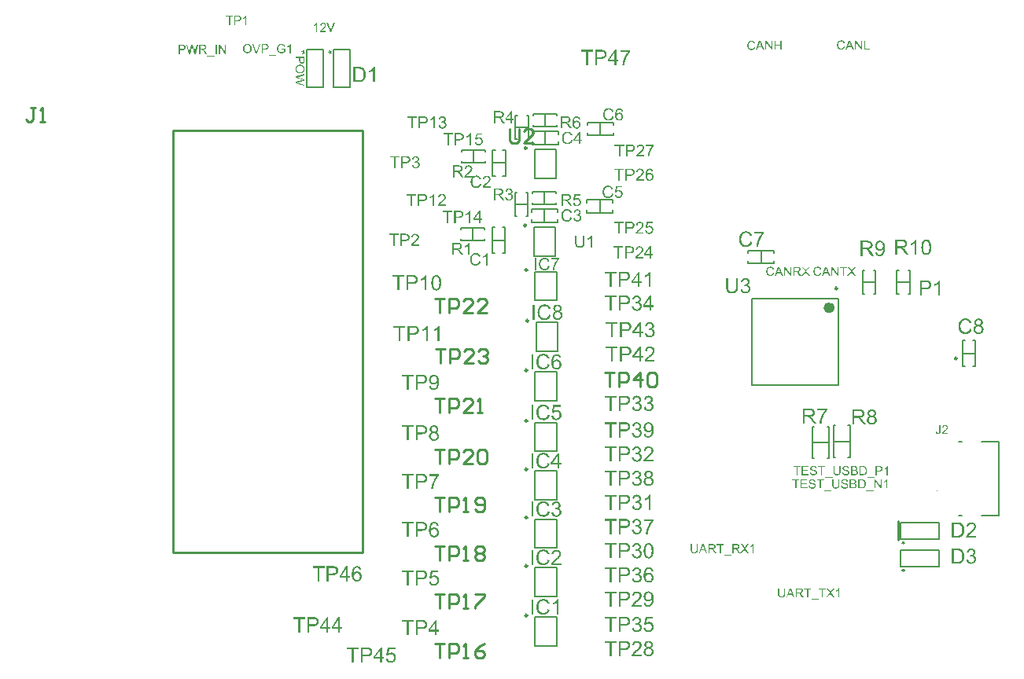
<source format=gto>
G04*
G04 #@! TF.GenerationSoftware,Altium Limited,Altium Designer,19.0.12 (326)*
G04*
G04 Layer_Color=65535*
%FSLAX25Y25*%
%MOIN*%
G70*
G01*
G75*
%ADD10C,0.00984*%
%ADD11C,0.02362*%
%ADD12C,0.00394*%
%ADD13C,0.00591*%
%ADD14C,0.00787*%
%ADD15C,0.01000*%
G36*
X66624Y263730D02*
X66629Y263719D01*
X66635Y263702D01*
X66641Y263679D01*
X66652Y263650D01*
X66664Y263610D01*
X66687Y263530D01*
X66709Y263427D01*
X66732Y263319D01*
X66755Y263199D01*
X66772Y263079D01*
X66778Y263085D01*
X66801Y263108D01*
X66835Y263148D01*
X66886Y263193D01*
X66955Y263262D01*
X67041Y263336D01*
X67143Y263427D01*
X67269Y263530D01*
X67486Y263216D01*
X67475Y263211D01*
X67446Y263188D01*
X67400Y263159D01*
X67338Y263113D01*
X67258Y263062D01*
X67160Y262999D01*
X67052Y262931D01*
X66926Y262857D01*
X66932D01*
X66944Y262851D01*
X66961Y262839D01*
X66989Y262822D01*
X67052Y262788D01*
X67138Y262742D01*
X67223Y262685D01*
X67320Y262628D01*
X67406Y262571D01*
X67486Y262514D01*
X67269Y262206D01*
X67263Y262211D01*
X67252Y262217D01*
X67235Y262234D01*
X67206Y262257D01*
X67143Y262308D01*
X67063Y262371D01*
X66983Y262445D01*
X66898Y262514D01*
X66829Y262582D01*
X66795Y262611D01*
X66772Y262639D01*
Y262634D01*
X66767Y262622D01*
Y262605D01*
X66761Y262582D01*
X66755Y262554D01*
X66749Y262520D01*
X66732Y262434D01*
X66709Y262337D01*
X66681Y262228D01*
X66624Y262000D01*
X66253Y262120D01*
Y262126D01*
X66258Y262137D01*
X66264Y262160D01*
X66276Y262188D01*
X66293Y262223D01*
X66304Y262263D01*
X66338Y262354D01*
X66378Y262451D01*
X66424Y262554D01*
X66470Y262645D01*
X66510Y262725D01*
X66504D01*
X66487D01*
X66464Y262719D01*
X66430D01*
X66395Y262714D01*
X66350Y262708D01*
X66247Y262702D01*
X66138Y262691D01*
X66030Y262680D01*
X65933Y262674D01*
X65893D01*
X65853D01*
Y263056D01*
X65859D01*
X65864D01*
X65882D01*
X65899D01*
X65956Y263051D01*
X66030Y263045D01*
X66127Y263034D01*
X66236Y263028D01*
X66367Y263011D01*
X66504Y262994D01*
Y262999D01*
X66498Y263005D01*
X66492Y263022D01*
X66481Y263039D01*
X66452Y263096D01*
X66418Y263171D01*
X66384Y263262D01*
X66338Y263365D01*
X66298Y263485D01*
X66253Y263610D01*
X66624Y263736D01*
Y263730D01*
D02*
G37*
G36*
X310322Y55447D02*
X310316Y55441D01*
X310311Y55430D01*
X310294Y55413D01*
X310271Y55384D01*
X310219Y55322D01*
X310157Y55242D01*
X310082Y55162D01*
X310014Y55076D01*
X309945Y55007D01*
X309917Y54973D01*
X309888Y54950D01*
X309894D01*
X309905Y54945D01*
X309923D01*
X309945Y54939D01*
X309974Y54933D01*
X310008Y54927D01*
X310094Y54910D01*
X310191Y54887D01*
X310299Y54859D01*
X310528Y54802D01*
X310408Y54431D01*
X310402D01*
X310391Y54436D01*
X310368Y54442D01*
X310339Y54454D01*
X310305Y54471D01*
X310265Y54482D01*
X310174Y54516D01*
X310077Y54556D01*
X309974Y54602D01*
X309882Y54648D01*
X309803Y54688D01*
Y54682D01*
Y54665D01*
X309808Y54642D01*
Y54608D01*
X309814Y54574D01*
X309820Y54528D01*
X309825Y54425D01*
X309837Y54317D01*
X309848Y54208D01*
X309854Y54111D01*
Y54071D01*
Y54031D01*
X309471D01*
Y54037D01*
Y54042D01*
Y54060D01*
Y54077D01*
X309477Y54134D01*
X309483Y54208D01*
X309494Y54305D01*
X309500Y54414D01*
X309517Y54545D01*
X309534Y54682D01*
X309528D01*
X309523Y54676D01*
X309506Y54671D01*
X309489Y54659D01*
X309431Y54631D01*
X309357Y54596D01*
X309266Y54562D01*
X309163Y54516D01*
X309043Y54476D01*
X308917Y54431D01*
X308792Y54802D01*
X308798D01*
X308809Y54808D01*
X308826Y54813D01*
X308849Y54819D01*
X308877Y54830D01*
X308917Y54842D01*
X308997Y54865D01*
X309100Y54887D01*
X309209Y54910D01*
X309329Y54933D01*
X309449Y54950D01*
X309443Y54956D01*
X309420Y54979D01*
X309380Y55013D01*
X309334Y55064D01*
X309266Y55133D01*
X309192Y55219D01*
X309100Y55322D01*
X308997Y55447D01*
X309312Y55664D01*
X309317Y55653D01*
X309340Y55624D01*
X309369Y55578D01*
X309414Y55516D01*
X309466Y55436D01*
X309528Y55339D01*
X309597Y55230D01*
X309671Y55105D01*
Y55110D01*
X309677Y55122D01*
X309688Y55139D01*
X309705Y55167D01*
X309740Y55230D01*
X309785Y55316D01*
X309842Y55401D01*
X309900Y55498D01*
X309957Y55584D01*
X310014Y55664D01*
X310322Y55447D01*
D02*
G37*
G36*
Y43810D02*
X310316Y43804D01*
X310311Y43793D01*
X310294Y43775D01*
X310271Y43747D01*
X310219Y43684D01*
X310157Y43604D01*
X310082Y43524D01*
X310014Y43439D01*
X309945Y43370D01*
X309917Y43336D01*
X309888Y43313D01*
X309894D01*
X309905Y43307D01*
X309923D01*
X309945Y43301D01*
X309974Y43296D01*
X310008Y43290D01*
X310094Y43273D01*
X310191Y43250D01*
X310299Y43222D01*
X310528Y43164D01*
X310408Y42793D01*
X310402D01*
X310391Y42799D01*
X310368Y42805D01*
X310339Y42816D01*
X310305Y42833D01*
X310265Y42845D01*
X310174Y42879D01*
X310077Y42919D01*
X309974Y42965D01*
X309882Y43010D01*
X309803Y43050D01*
Y43044D01*
Y43027D01*
X309808Y43005D01*
Y42970D01*
X309814Y42936D01*
X309820Y42890D01*
X309825Y42788D01*
X309837Y42679D01*
X309848Y42571D01*
X309854Y42474D01*
Y42434D01*
Y42394D01*
X309471D01*
Y42399D01*
Y42405D01*
Y42422D01*
Y42439D01*
X309477Y42496D01*
X309483Y42571D01*
X309494Y42668D01*
X309500Y42776D01*
X309517Y42908D01*
X309534Y43044D01*
X309528D01*
X309523Y43039D01*
X309506Y43033D01*
X309489Y43022D01*
X309431Y42993D01*
X309357Y42959D01*
X309266Y42925D01*
X309163Y42879D01*
X309043Y42839D01*
X308917Y42793D01*
X308792Y43164D01*
X308798D01*
X308809Y43170D01*
X308826Y43176D01*
X308849Y43181D01*
X308877Y43193D01*
X308917Y43204D01*
X308997Y43227D01*
X309100Y43250D01*
X309209Y43273D01*
X309329Y43296D01*
X309449Y43313D01*
X309443Y43319D01*
X309420Y43341D01*
X309380Y43376D01*
X309334Y43427D01*
X309266Y43496D01*
X309192Y43581D01*
X309100Y43684D01*
X308997Y43810D01*
X309312Y44027D01*
X309317Y44015D01*
X309340Y43987D01*
X309369Y43941D01*
X309414Y43878D01*
X309466Y43798D01*
X309528Y43701D01*
X309597Y43593D01*
X309671Y43467D01*
Y43473D01*
X309677Y43484D01*
X309688Y43501D01*
X309705Y43530D01*
X309740Y43593D01*
X309785Y43678D01*
X309842Y43764D01*
X309900Y43861D01*
X309957Y43947D01*
X310014Y44027D01*
X310322Y43810D01*
D02*
G37*
G36*
X55224Y263923D02*
X55229Y263911D01*
X55235Y263894D01*
X55241Y263871D01*
X55252Y263843D01*
X55263Y263803D01*
X55286Y263723D01*
X55309Y263620D01*
X55332Y263511D01*
X55355Y263392D01*
X55372Y263272D01*
X55378Y263277D01*
X55401Y263300D01*
X55435Y263340D01*
X55486Y263386D01*
X55555Y263454D01*
X55640Y263529D01*
X55743Y263620D01*
X55869Y263723D01*
X56086Y263409D01*
X56074Y263403D01*
X56046Y263380D01*
X56000Y263352D01*
X55937Y263306D01*
X55857Y263254D01*
X55760Y263192D01*
X55652Y263123D01*
X55526Y263049D01*
X55532D01*
X55543Y263043D01*
X55560Y263032D01*
X55589Y263015D01*
X55652Y262981D01*
X55737Y262935D01*
X55823Y262878D01*
X55920Y262821D01*
X56006Y262764D01*
X56086Y262706D01*
X55869Y262398D01*
X55863Y262404D01*
X55852Y262409D01*
X55834Y262427D01*
X55806Y262449D01*
X55743Y262501D01*
X55663Y262564D01*
X55583Y262638D01*
X55497Y262706D01*
X55429Y262775D01*
X55395Y262804D01*
X55372Y262832D01*
Y262826D01*
X55366Y262815D01*
Y262798D01*
X55361Y262775D01*
X55355Y262746D01*
X55349Y262712D01*
X55332Y262626D01*
X55309Y262529D01*
X55281Y262421D01*
X55224Y262193D01*
X54852Y262312D01*
Y262318D01*
X54858Y262330D01*
X54864Y262352D01*
X54875Y262381D01*
X54892Y262415D01*
X54904Y262455D01*
X54938Y262546D01*
X54978Y262644D01*
X55024Y262746D01*
X55069Y262838D01*
X55109Y262918D01*
X55103D01*
X55086D01*
X55064Y262912D01*
X55029D01*
X54995Y262906D01*
X54949Y262900D01*
X54847Y262895D01*
X54738Y262883D01*
X54630Y262872D01*
X54533Y262866D01*
X54493D01*
X54453D01*
Y263249D01*
X54458D01*
X54464D01*
X54481D01*
X54498D01*
X54555Y263243D01*
X54630Y263237D01*
X54727Y263226D01*
X54835Y263220D01*
X54966Y263203D01*
X55103Y263186D01*
Y263192D01*
X55098Y263197D01*
X55092Y263215D01*
X55081Y263232D01*
X55052Y263289D01*
X55018Y263363D01*
X54984Y263454D01*
X54938Y263557D01*
X54898Y263677D01*
X54852Y263803D01*
X55224Y263928D01*
Y263923D01*
D02*
G37*
G36*
X70887Y19118D02*
X71754D01*
Y18395D01*
X70887D01*
Y16862D01*
X70097D01*
Y18395D01*
X67308D01*
Y19118D01*
X70249Y23269D01*
X70887D01*
Y19118D01*
D02*
G37*
G36*
X65908D02*
X66775D01*
Y18395D01*
X65908D01*
Y16862D01*
X65118D01*
Y18395D01*
X62329D01*
Y19118D01*
X65271Y23269D01*
X65908D01*
Y19118D01*
D02*
G37*
G36*
X59720Y23260D02*
X59873Y23250D01*
X60035Y23241D01*
X60196Y23222D01*
X60330Y23202D01*
X60349D01*
X60406Y23183D01*
X60501Y23164D01*
X60606Y23136D01*
X60729Y23098D01*
X60863Y23050D01*
X60996Y22984D01*
X61120Y22907D01*
X61139Y22898D01*
X61177Y22869D01*
X61234Y22822D01*
X61310Y22746D01*
X61386Y22660D01*
X61472Y22555D01*
X61558Y22431D01*
X61634Y22289D01*
X61643Y22270D01*
X61662Y22222D01*
X61700Y22136D01*
X61739Y22032D01*
X61767Y21898D01*
X61805Y21756D01*
X61824Y21584D01*
X61834Y21413D01*
Y21403D01*
Y21375D01*
Y21337D01*
X61824Y21280D01*
X61815Y21203D01*
X61805Y21127D01*
X61786Y21032D01*
X61767Y20937D01*
X61710Y20718D01*
X61615Y20489D01*
X61558Y20366D01*
X61481Y20251D01*
X61405Y20137D01*
X61310Y20032D01*
X61301Y20023D01*
X61282Y20004D01*
X61253Y19985D01*
X61205Y19947D01*
X61148Y19899D01*
X61072Y19851D01*
X60987Y19804D01*
X60882Y19756D01*
X60758Y19699D01*
X60625Y19652D01*
X60472Y19604D01*
X60301Y19556D01*
X60111Y19518D01*
X59901Y19499D01*
X59682Y19480D01*
X59435Y19471D01*
X57797D01*
Y16862D01*
X56950D01*
Y23269D01*
X59578D01*
X59720Y23260D01*
D02*
G37*
G36*
X56074Y22517D02*
X53961D01*
Y16862D01*
X53113D01*
Y22517D01*
X51000D01*
Y23269D01*
X56074D01*
Y22517D01*
D02*
G37*
G36*
X279054Y33695D02*
X280493Y31685D01*
X279871D01*
X278900Y33049D01*
X278895Y33055D01*
X278883Y33072D01*
X278872Y33095D01*
X278849Y33124D01*
X278798Y33198D01*
X278741Y33283D01*
X278735Y33278D01*
X278718Y33255D01*
X278700Y33221D01*
X278672Y33181D01*
X278609Y33089D01*
X278581Y33049D01*
X278558Y33015D01*
X277587Y31685D01*
X276976D01*
X278455Y33672D01*
X277147Y35528D01*
X277747D01*
X278449Y34540D01*
Y34534D01*
X278461Y34528D01*
X278472Y34511D01*
X278484Y34488D01*
X278523Y34431D01*
X278569Y34368D01*
X278621Y34288D01*
X278672Y34214D01*
X278718Y34140D01*
X278758Y34071D01*
X278763Y34083D01*
X278780Y34106D01*
X278809Y34152D01*
X278843Y34203D01*
X278889Y34266D01*
X278946Y34340D01*
X279003Y34420D01*
X279066Y34506D01*
X279837Y35528D01*
X280391D01*
X279054Y33695D01*
D02*
G37*
G36*
X259521Y33306D02*
Y33301D01*
Y33283D01*
Y33249D01*
Y33209D01*
X259515Y33164D01*
Y33106D01*
X259509Y33044D01*
X259504Y32975D01*
X259486Y32827D01*
X259464Y32678D01*
X259435Y32524D01*
X259389Y32387D01*
Y32381D01*
X259384Y32370D01*
X259378Y32353D01*
X259366Y32330D01*
X259332Y32267D01*
X259281Y32187D01*
X259218Y32102D01*
X259132Y32010D01*
X259035Y31919D01*
X258915Y31833D01*
X258910D01*
X258898Y31822D01*
X258881Y31816D01*
X258853Y31799D01*
X258818Y31782D01*
X258778Y31765D01*
X258733Y31748D01*
X258676Y31730D01*
X258613Y31708D01*
X258544Y31690D01*
X258470Y31673D01*
X258390Y31656D01*
X258310Y31639D01*
X258219Y31633D01*
X258019Y31622D01*
X257967D01*
X257927Y31628D01*
X257882D01*
X257830Y31633D01*
X257768Y31639D01*
X257705Y31645D01*
X257562Y31668D01*
X257419Y31702D01*
X257271Y31742D01*
X257134Y31805D01*
X257128D01*
X257117Y31816D01*
X257100Y31822D01*
X257077Y31839D01*
X257020Y31885D01*
X256945Y31942D01*
X256865Y32016D01*
X256780Y32113D01*
X256706Y32216D01*
X256643Y32341D01*
Y32347D01*
X256637Y32359D01*
X256631Y32376D01*
X256620Y32404D01*
X256609Y32444D01*
X256597Y32484D01*
X256586Y32535D01*
X256574Y32593D01*
X256557Y32661D01*
X256546Y32735D01*
X256534Y32810D01*
X256523Y32895D01*
X256511Y32992D01*
X256506Y33089D01*
X256500Y33198D01*
Y33306D01*
Y35528D01*
X257008D01*
Y33306D01*
Y33301D01*
Y33283D01*
Y33261D01*
Y33226D01*
X257014Y33187D01*
Y33135D01*
X257020Y33027D01*
X257031Y32907D01*
X257048Y32787D01*
X257071Y32673D01*
X257082Y32616D01*
X257100Y32570D01*
X257105Y32558D01*
X257117Y32530D01*
X257139Y32490D01*
X257174Y32433D01*
X257214Y32376D01*
X257271Y32313D01*
X257334Y32256D01*
X257414Y32204D01*
X257425Y32199D01*
X257454Y32187D01*
X257505Y32164D01*
X257568Y32142D01*
X257653Y32119D01*
X257745Y32096D01*
X257853Y32084D01*
X257973Y32079D01*
X258025D01*
X258065Y32084D01*
X258110D01*
X258162Y32090D01*
X258281Y32113D01*
X258413Y32142D01*
X258544Y32187D01*
X258670Y32250D01*
X258727Y32284D01*
X258773Y32330D01*
X258778Y32336D01*
X258784Y32341D01*
X258795Y32359D01*
X258813Y32381D01*
X258830Y32410D01*
X258847Y32450D01*
X258870Y32496D01*
X258892Y32547D01*
X258915Y32610D01*
X258938Y32684D01*
X258955Y32764D01*
X258972Y32850D01*
X258990Y32947D01*
X259001Y33061D01*
X259012Y33175D01*
Y33306D01*
Y35528D01*
X259521D01*
Y33306D01*
D02*
G37*
G36*
X282532Y31685D02*
X282058D01*
Y34683D01*
X282052Y34677D01*
X282029Y34654D01*
X281989Y34625D01*
X281938Y34580D01*
X281875Y34534D01*
X281795Y34477D01*
X281704Y34420D01*
X281607Y34357D01*
X281601D01*
X281595Y34351D01*
X281561Y34328D01*
X281510Y34300D01*
X281441Y34266D01*
X281367Y34226D01*
X281287Y34191D01*
X281202Y34152D01*
X281116Y34117D01*
Y34574D01*
X281121D01*
X281133Y34580D01*
X281156Y34591D01*
X281184Y34608D01*
X281219Y34625D01*
X281259Y34648D01*
X281350Y34700D01*
X281458Y34762D01*
X281573Y34837D01*
X281687Y34922D01*
X281801Y35019D01*
X281807Y35025D01*
X281812Y35031D01*
X281852Y35065D01*
X281904Y35116D01*
X281967Y35185D01*
X282035Y35265D01*
X282104Y35351D01*
X282172Y35442D01*
X282224Y35539D01*
X282532D01*
Y31685D01*
D02*
G37*
G36*
X276845Y35076D02*
X275577D01*
Y31685D01*
X275069D01*
Y35076D01*
X273801D01*
Y35528D01*
X276845D01*
Y35076D01*
D02*
G37*
G36*
X270581D02*
X269313D01*
Y31685D01*
X268805D01*
Y35076D01*
X267537D01*
Y35528D01*
X270581D01*
Y35076D01*
D02*
G37*
G36*
X265785Y35522D02*
X265836D01*
X265950Y35516D01*
X266076Y35499D01*
X266201Y35482D01*
X266327Y35453D01*
X266384Y35436D01*
X266435Y35419D01*
X266441D01*
X266447Y35413D01*
X266481Y35402D01*
X266527Y35373D01*
X266590Y35333D01*
X266658Y35282D01*
X266732Y35219D01*
X266801Y35145D01*
X266864Y35054D01*
X266869Y35042D01*
X266892Y35008D01*
X266915Y34957D01*
X266949Y34882D01*
X266978Y34797D01*
X267006Y34700D01*
X267023Y34591D01*
X267029Y34477D01*
Y34471D01*
Y34460D01*
Y34437D01*
X267023Y34408D01*
Y34374D01*
X267018Y34334D01*
X266995Y34237D01*
X266966Y34129D01*
X266915Y34014D01*
X266852Y33895D01*
X266807Y33837D01*
X266761Y33786D01*
X266755Y33780D01*
X266749Y33775D01*
X266732Y33757D01*
X266709Y33740D01*
X266681Y33718D01*
X266647Y33695D01*
X266607Y33666D01*
X266561Y33638D01*
X266504Y33609D01*
X266447Y33575D01*
X266378Y33546D01*
X266304Y33518D01*
X266224Y33495D01*
X266139Y33466D01*
X266047Y33449D01*
X265944Y33432D01*
X265956Y33426D01*
X265979Y33415D01*
X266013Y33398D01*
X266058Y33369D01*
X266161Y33312D01*
X266207Y33272D01*
X266253Y33238D01*
X266264Y33226D01*
X266293Y33204D01*
X266333Y33158D01*
X266390Y33095D01*
X266453Y33021D01*
X266521Y32935D01*
X266595Y32838D01*
X266670Y32730D01*
X267338Y31685D01*
X266704D01*
X266196Y32478D01*
Y32484D01*
X266184Y32496D01*
X266173Y32513D01*
X266156Y32535D01*
X266116Y32598D01*
X266064Y32678D01*
X266007Y32764D01*
X265944Y32850D01*
X265881Y32935D01*
X265824Y33009D01*
X265819Y33015D01*
X265802Y33038D01*
X265773Y33072D01*
X265739Y33112D01*
X265659Y33198D01*
X265613Y33232D01*
X265567Y33266D01*
X265562Y33272D01*
X265550Y33278D01*
X265528Y33289D01*
X265493Y33306D01*
X265419Y33341D01*
X265333Y33369D01*
X265328D01*
X265316Y33375D01*
X265293D01*
X265265Y33381D01*
X265225Y33386D01*
X265179D01*
X265122Y33392D01*
X264465D01*
Y31685D01*
X263957D01*
Y35528D01*
X265744D01*
X265785Y35522D01*
D02*
G37*
G36*
X263535Y31685D02*
X262958D01*
X262513Y32850D01*
X260902D01*
X260486Y31685D01*
X259949D01*
X261411Y35528D01*
X261970D01*
X263535Y31685D01*
D02*
G37*
G36*
X273733Y30617D02*
X270609D01*
Y30960D01*
X273733D01*
Y30617D01*
D02*
G37*
G36*
X242654Y52435D02*
X244093Y50425D01*
X243471D01*
X242500Y51790D01*
X242494Y51796D01*
X242483Y51813D01*
X242471Y51836D01*
X242448Y51864D01*
X242397Y51938D01*
X242340Y52024D01*
X242334Y52018D01*
X242317Y51995D01*
X242300Y51961D01*
X242271Y51921D01*
X242209Y51830D01*
X242180Y51790D01*
X242157Y51756D01*
X241187Y50425D01*
X240576D01*
X242055Y52412D01*
X240747Y54268D01*
X241347D01*
X242049Y53280D01*
Y53275D01*
X242060Y53269D01*
X242072Y53252D01*
X242083Y53229D01*
X242123Y53172D01*
X242169Y53109D01*
X242220Y53029D01*
X242271Y52955D01*
X242317Y52881D01*
X242357Y52812D01*
X242363Y52823D01*
X242380Y52846D01*
X242408Y52892D01*
X242443Y52943D01*
X242489Y53006D01*
X242546Y53080D01*
X242603Y53160D01*
X242666Y53246D01*
X243436Y54268D01*
X243990D01*
X242654Y52435D01*
D02*
G37*
G36*
X222521Y52047D02*
Y52041D01*
Y52024D01*
Y51990D01*
Y51950D01*
X222515Y51904D01*
Y51847D01*
X222509Y51784D01*
X222503Y51716D01*
X222486Y51567D01*
X222463Y51419D01*
X222435Y51265D01*
X222389Y51127D01*
Y51122D01*
X222384Y51110D01*
X222378Y51093D01*
X222366Y51070D01*
X222332Y51008D01*
X222281Y50928D01*
X222218Y50842D01*
X222132Y50751D01*
X222035Y50659D01*
X221915Y50574D01*
X221910D01*
X221898Y50562D01*
X221881Y50556D01*
X221852Y50539D01*
X221818Y50522D01*
X221778Y50505D01*
X221733Y50488D01*
X221675Y50471D01*
X221613Y50448D01*
X221544Y50431D01*
X221470Y50414D01*
X221390Y50397D01*
X221310Y50380D01*
X221219Y50374D01*
X221019Y50362D01*
X220968D01*
X220928Y50368D01*
X220882D01*
X220830Y50374D01*
X220768Y50380D01*
X220705Y50385D01*
X220562Y50408D01*
X220419Y50442D01*
X220271Y50482D01*
X220134Y50545D01*
X220128D01*
X220117Y50556D01*
X220099Y50562D01*
X220077Y50579D01*
X220020Y50625D01*
X219945Y50682D01*
X219865Y50756D01*
X219780Y50853D01*
X219706Y50956D01*
X219643Y51082D01*
Y51087D01*
X219637Y51099D01*
X219631Y51116D01*
X219620Y51145D01*
X219608Y51185D01*
X219597Y51225D01*
X219586Y51276D01*
X219574Y51333D01*
X219557Y51402D01*
X219546Y51476D01*
X219534Y51550D01*
X219523Y51636D01*
X219511Y51733D01*
X219506Y51830D01*
X219500Y51938D01*
Y52047D01*
Y54268D01*
X220008D01*
Y52047D01*
Y52041D01*
Y52024D01*
Y52001D01*
Y51967D01*
X220014Y51927D01*
Y51876D01*
X220020Y51767D01*
X220031Y51647D01*
X220048Y51527D01*
X220071Y51413D01*
X220082Y51356D01*
X220099Y51310D01*
X220105Y51299D01*
X220117Y51270D01*
X220140Y51230D01*
X220174Y51173D01*
X220214Y51116D01*
X220271Y51053D01*
X220334Y50996D01*
X220414Y50945D01*
X220425Y50939D01*
X220454Y50928D01*
X220505Y50905D01*
X220568Y50882D01*
X220653Y50859D01*
X220745Y50836D01*
X220853Y50825D01*
X220973Y50819D01*
X221025D01*
X221064Y50825D01*
X221110D01*
X221162Y50831D01*
X221282Y50853D01*
X221413Y50882D01*
X221544Y50928D01*
X221670Y50990D01*
X221727Y51025D01*
X221773Y51070D01*
X221778Y51076D01*
X221784Y51082D01*
X221795Y51099D01*
X221813Y51122D01*
X221830Y51150D01*
X221847Y51190D01*
X221870Y51236D01*
X221892Y51287D01*
X221915Y51350D01*
X221938Y51424D01*
X221955Y51504D01*
X221972Y51590D01*
X221990Y51687D01*
X222001Y51801D01*
X222012Y51916D01*
Y52047D01*
Y54268D01*
X222521D01*
Y52047D01*
D02*
G37*
G36*
X246131Y50425D02*
X245657D01*
Y53423D01*
X245652Y53417D01*
X245629Y53394D01*
X245589Y53366D01*
X245538Y53320D01*
X245475Y53275D01*
X245395Y53217D01*
X245304Y53160D01*
X245206Y53097D01*
X245201D01*
X245195Y53092D01*
X245161Y53069D01*
X245109Y53040D01*
X245041Y53006D01*
X244967Y52966D01*
X244887Y52932D01*
X244801Y52892D01*
X244715Y52858D01*
Y53314D01*
X244721D01*
X244732Y53320D01*
X244755Y53332D01*
X244784Y53349D01*
X244818Y53366D01*
X244858Y53389D01*
X244950Y53440D01*
X245058Y53503D01*
X245172Y53577D01*
X245286Y53663D01*
X245401Y53760D01*
X245406Y53765D01*
X245412Y53771D01*
X245452Y53806D01*
X245503Y53857D01*
X245566Y53925D01*
X245635Y54005D01*
X245703Y54091D01*
X245772Y54182D01*
X245823Y54279D01*
X246131D01*
Y50425D01*
D02*
G37*
G36*
X238925Y54262D02*
X238977D01*
X239091Y54257D01*
X239217Y54239D01*
X239342Y54222D01*
X239468Y54194D01*
X239525Y54177D01*
X239576Y54159D01*
X239582D01*
X239588Y54154D01*
X239622Y54142D01*
X239668Y54114D01*
X239731Y54074D01*
X239799Y54023D01*
X239873Y53960D01*
X239942Y53886D01*
X240005Y53794D01*
X240010Y53783D01*
X240033Y53748D01*
X240056Y53697D01*
X240090Y53623D01*
X240119Y53537D01*
X240147Y53440D01*
X240164Y53332D01*
X240170Y53217D01*
Y53212D01*
Y53200D01*
Y53177D01*
X240164Y53149D01*
Y53115D01*
X240159Y53075D01*
X240136Y52978D01*
X240107Y52869D01*
X240056Y52755D01*
X239993Y52635D01*
X239948Y52578D01*
X239902Y52526D01*
X239896Y52521D01*
X239890Y52515D01*
X239873Y52498D01*
X239850Y52481D01*
X239822Y52458D01*
X239788Y52435D01*
X239748Y52407D01*
X239702Y52378D01*
X239645Y52350D01*
X239588Y52315D01*
X239519Y52287D01*
X239445Y52258D01*
X239365Y52235D01*
X239279Y52207D01*
X239188Y52190D01*
X239085Y52172D01*
X239097Y52167D01*
X239120Y52155D01*
X239154Y52138D01*
X239199Y52110D01*
X239302Y52052D01*
X239348Y52013D01*
X239394Y51978D01*
X239405Y51967D01*
X239434Y51944D01*
X239474Y51898D01*
X239531Y51836D01*
X239594Y51761D01*
X239662Y51676D01*
X239736Y51579D01*
X239810Y51470D01*
X240478Y50425D01*
X239845D01*
X239336Y51219D01*
Y51225D01*
X239325Y51236D01*
X239314Y51253D01*
X239297Y51276D01*
X239257Y51339D01*
X239205Y51419D01*
X239148Y51504D01*
X239085Y51590D01*
X239022Y51676D01*
X238965Y51750D01*
X238960Y51756D01*
X238943Y51779D01*
X238914Y51813D01*
X238880Y51853D01*
X238800Y51938D01*
X238754Y51973D01*
X238708Y52007D01*
X238703Y52013D01*
X238691Y52018D01*
X238668Y52030D01*
X238634Y52047D01*
X238560Y52081D01*
X238474Y52110D01*
X238469D01*
X238457Y52115D01*
X238434D01*
X238406Y52121D01*
X238366Y52127D01*
X238320D01*
X238263Y52132D01*
X237606D01*
Y50425D01*
X237098D01*
Y54268D01*
X238885D01*
X238925Y54262D01*
D02*
G37*
G36*
X233581Y53817D02*
X232313D01*
Y50425D01*
X231805D01*
Y53817D01*
X230537D01*
Y54268D01*
X233581D01*
Y53817D01*
D02*
G37*
G36*
X228784Y54262D02*
X228836D01*
X228950Y54257D01*
X229076Y54239D01*
X229201Y54222D01*
X229327Y54194D01*
X229384Y54177D01*
X229435Y54159D01*
X229441D01*
X229447Y54154D01*
X229481Y54142D01*
X229527Y54114D01*
X229590Y54074D01*
X229658Y54023D01*
X229732Y53960D01*
X229801Y53886D01*
X229864Y53794D01*
X229869Y53783D01*
X229892Y53748D01*
X229915Y53697D01*
X229949Y53623D01*
X229978Y53537D01*
X230006Y53440D01*
X230024Y53332D01*
X230029Y53217D01*
Y53212D01*
Y53200D01*
Y53177D01*
X230024Y53149D01*
Y53115D01*
X230018Y53075D01*
X229995Y52978D01*
X229966Y52869D01*
X229915Y52755D01*
X229852Y52635D01*
X229807Y52578D01*
X229761Y52526D01*
X229755Y52521D01*
X229749Y52515D01*
X229732Y52498D01*
X229710Y52481D01*
X229681Y52458D01*
X229647Y52435D01*
X229607Y52407D01*
X229561Y52378D01*
X229504Y52350D01*
X229447Y52315D01*
X229378Y52287D01*
X229304Y52258D01*
X229224Y52235D01*
X229138Y52207D01*
X229047Y52190D01*
X228944Y52172D01*
X228956Y52167D01*
X228979Y52155D01*
X229013Y52138D01*
X229059Y52110D01*
X229161Y52052D01*
X229207Y52013D01*
X229253Y51978D01*
X229264Y51967D01*
X229293Y51944D01*
X229333Y51898D01*
X229390Y51836D01*
X229452Y51761D01*
X229521Y51676D01*
X229595Y51579D01*
X229669Y51470D01*
X230338Y50425D01*
X229704D01*
X229196Y51219D01*
Y51225D01*
X229184Y51236D01*
X229173Y51253D01*
X229156Y51276D01*
X229116Y51339D01*
X229064Y51419D01*
X229007Y51504D01*
X228944Y51590D01*
X228882Y51676D01*
X228824Y51750D01*
X228819Y51756D01*
X228802Y51779D01*
X228773Y51813D01*
X228739Y51853D01*
X228659Y51938D01*
X228613Y51973D01*
X228568Y52007D01*
X228562Y52013D01*
X228550Y52018D01*
X228527Y52030D01*
X228493Y52047D01*
X228419Y52081D01*
X228333Y52110D01*
X228328D01*
X228316Y52115D01*
X228293D01*
X228265Y52121D01*
X228225Y52127D01*
X228179D01*
X228122Y52132D01*
X227466D01*
Y50425D01*
X226957D01*
Y54268D01*
X228745D01*
X228784Y54262D01*
D02*
G37*
G36*
X226535Y50425D02*
X225958D01*
X225513Y51590D01*
X223902D01*
X223486Y50425D01*
X222949D01*
X224411Y54268D01*
X224970D01*
X226535Y50425D01*
D02*
G37*
G36*
X236733Y49357D02*
X233609D01*
Y49700D01*
X236733D01*
Y49357D01*
D02*
G37*
G36*
X285298Y87406D02*
X285343D01*
X285446Y87394D01*
X285560Y87377D01*
X285686Y87349D01*
X285817Y87314D01*
X285943Y87269D01*
X285948D01*
X285960Y87263D01*
X285977Y87257D01*
X286000Y87246D01*
X286057Y87212D01*
X286131Y87166D01*
X286211Y87109D01*
X286297Y87040D01*
X286377Y86960D01*
X286445Y86863D01*
X286451Y86852D01*
X286474Y86818D01*
X286502Y86760D01*
X286537Y86692D01*
X286571Y86601D01*
X286599Y86498D01*
X286628Y86384D01*
X286639Y86264D01*
X286154Y86229D01*
Y86235D01*
Y86247D01*
X286148Y86264D01*
X286143Y86286D01*
X286131Y86355D01*
X286108Y86435D01*
X286068Y86521D01*
X286023Y86612D01*
X285966Y86698D01*
X285886Y86772D01*
X285874Y86778D01*
X285846Y86800D01*
X285789Y86829D01*
X285714Y86869D01*
X285623Y86903D01*
X285503Y86932D01*
X285366Y86954D01*
X285212Y86960D01*
X285138D01*
X285098Y86954D01*
X285058Y86949D01*
X284955Y86937D01*
X284846Y86920D01*
X284738Y86886D01*
X284635Y86846D01*
X284584Y86818D01*
X284544Y86789D01*
X284532Y86783D01*
X284510Y86760D01*
X284475Y86720D01*
X284441Y86675D01*
X284401Y86612D01*
X284367Y86543D01*
X284344Y86463D01*
X284333Y86378D01*
Y86366D01*
Y86344D01*
X284338Y86304D01*
X284350Y86258D01*
X284367Y86207D01*
X284395Y86149D01*
X284430Y86092D01*
X284481Y86041D01*
X284487Y86035D01*
X284515Y86018D01*
X284532Y86007D01*
X284561Y85990D01*
X284590Y85972D01*
X284630Y85955D01*
X284675Y85932D01*
X284732Y85915D01*
X284795Y85887D01*
X284864Y85864D01*
X284944Y85841D01*
X285035Y85812D01*
X285138Y85790D01*
X285246Y85761D01*
X285252D01*
X285275Y85755D01*
X285303Y85750D01*
X285349Y85738D01*
X285400Y85727D01*
X285457Y85710D01*
X285589Y85681D01*
X285726Y85641D01*
X285869Y85601D01*
X285931Y85584D01*
X285994Y85561D01*
X286051Y85539D01*
X286097Y85521D01*
X286103D01*
X286114Y85516D01*
X286131Y85504D01*
X286154Y85493D01*
X286211Y85458D01*
X286285Y85413D01*
X286365Y85356D01*
X286451Y85293D01*
X286525Y85213D01*
X286594Y85127D01*
X286599Y85116D01*
X286617Y85087D01*
X286645Y85036D01*
X286674Y84973D01*
X286702Y84893D01*
X286731Y84802D01*
X286748Y84699D01*
X286754Y84585D01*
Y84579D01*
Y84574D01*
Y84556D01*
Y84534D01*
X286742Y84471D01*
X286731Y84396D01*
X286708Y84305D01*
X286679Y84208D01*
X286634Y84105D01*
X286577Y84003D01*
Y83997D01*
X286571Y83991D01*
X286542Y83957D01*
X286502Y83911D01*
X286445Y83848D01*
X286377Y83785D01*
X286285Y83711D01*
X286188Y83649D01*
X286068Y83586D01*
X286063D01*
X286051Y83580D01*
X286034Y83574D01*
X286011Y83563D01*
X285983Y83551D01*
X285943Y83540D01*
X285857Y83511D01*
X285743Y83483D01*
X285623Y83460D01*
X285480Y83443D01*
X285332Y83437D01*
X285246D01*
X285201Y83443D01*
X285149D01*
X285092Y83449D01*
X285029Y83454D01*
X284892Y83472D01*
X284744Y83500D01*
X284595Y83534D01*
X284458Y83586D01*
X284453D01*
X284441Y83591D01*
X284424Y83603D01*
X284401Y83614D01*
X284338Y83649D01*
X284258Y83700D01*
X284167Y83763D01*
X284076Y83843D01*
X283984Y83934D01*
X283904Y84042D01*
Y84048D01*
X283899Y84054D01*
X283887Y84071D01*
X283876Y84100D01*
X283859Y84128D01*
X283841Y84162D01*
X283802Y84248D01*
X283767Y84351D01*
X283733Y84465D01*
X283710Y84596D01*
X283699Y84739D01*
X284178Y84779D01*
Y84773D01*
Y84768D01*
X284184Y84733D01*
X284195Y84676D01*
X284207Y84608D01*
X284230Y84534D01*
X284258Y84454D01*
X284293Y84374D01*
X284333Y84299D01*
X284338Y84294D01*
X284355Y84271D01*
X284384Y84237D01*
X284430Y84197D01*
X284481Y84145D01*
X284549Y84100D01*
X284630Y84048D01*
X284721Y84003D01*
X284727D01*
X284732Y83997D01*
X284767Y83985D01*
X284824Y83968D01*
X284892Y83945D01*
X284978Y83922D01*
X285081Y83905D01*
X285189Y83894D01*
X285309Y83888D01*
X285360D01*
X285412Y83894D01*
X285480Y83900D01*
X285560Y83911D01*
X285646Y83922D01*
X285732Y83945D01*
X285817Y83974D01*
X285829Y83980D01*
X285851Y83991D01*
X285891Y84008D01*
X285943Y84037D01*
X285994Y84071D01*
X286051Y84111D01*
X286103Y84157D01*
X286148Y84208D01*
X286154Y84214D01*
X286165Y84237D01*
X286183Y84265D01*
X286205Y84305D01*
X286228Y84356D01*
X286245Y84414D01*
X286257Y84476D01*
X286262Y84539D01*
Y84545D01*
Y84568D01*
X286257Y84602D01*
X286251Y84648D01*
X286240Y84699D01*
X286217Y84750D01*
X286194Y84802D01*
X286160Y84853D01*
X286154Y84859D01*
X286143Y84876D01*
X286114Y84899D01*
X286080Y84933D01*
X286028Y84967D01*
X285971Y85007D01*
X285897Y85047D01*
X285811Y85082D01*
X285806Y85087D01*
X285777Y85093D01*
X285737Y85110D01*
X285703Y85116D01*
X285669Y85127D01*
X285623Y85139D01*
X285577Y85156D01*
X285520Y85173D01*
X285457Y85190D01*
X285389Y85207D01*
X285309Y85224D01*
X285223Y85247D01*
X285126Y85270D01*
X285121D01*
X285103Y85276D01*
X285075Y85281D01*
X285041Y85293D01*
X284995Y85304D01*
X284949Y85316D01*
X284835Y85350D01*
X284709Y85384D01*
X284590Y85424D01*
X284475Y85464D01*
X284430Y85487D01*
X284384Y85510D01*
X284378D01*
X284372Y85516D01*
X284338Y85539D01*
X284293Y85567D01*
X284230Y85607D01*
X284161Y85658D01*
X284093Y85721D01*
X284030Y85790D01*
X283973Y85864D01*
X283967Y85875D01*
X283950Y85904D01*
X283933Y85950D01*
X283910Y86007D01*
X283881Y86075D01*
X283864Y86161D01*
X283847Y86252D01*
X283841Y86349D01*
Y86355D01*
Y86361D01*
Y86378D01*
Y86401D01*
X283853Y86452D01*
X283864Y86526D01*
X283881Y86612D01*
X283910Y86703D01*
X283950Y86795D01*
X284001Y86892D01*
Y86897D01*
X284007Y86903D01*
X284030Y86932D01*
X284070Y86977D01*
X284127Y87034D01*
X284195Y87097D01*
X284276Y87166D01*
X284372Y87229D01*
X284487Y87280D01*
X284492D01*
X284504Y87286D01*
X284521Y87291D01*
X284544Y87303D01*
X284572Y87309D01*
X284607Y87320D01*
X284692Y87349D01*
X284801Y87371D01*
X284921Y87388D01*
X285052Y87406D01*
X285189Y87411D01*
X285263D01*
X285298Y87406D01*
D02*
G37*
G36*
X271576D02*
X271622D01*
X271725Y87394D01*
X271839Y87377D01*
X271965Y87349D01*
X272096Y87314D01*
X272222Y87269D01*
X272227D01*
X272239Y87263D01*
X272256Y87257D01*
X272279Y87246D01*
X272336Y87212D01*
X272410Y87166D01*
X272490Y87109D01*
X272576Y87040D01*
X272656Y86960D01*
X272724Y86863D01*
X272730Y86852D01*
X272753Y86818D01*
X272781Y86760D01*
X272815Y86692D01*
X272850Y86601D01*
X272878Y86498D01*
X272907Y86384D01*
X272918Y86264D01*
X272433Y86229D01*
Y86235D01*
Y86247D01*
X272427Y86264D01*
X272422Y86286D01*
X272410Y86355D01*
X272387Y86435D01*
X272347Y86521D01*
X272302Y86612D01*
X272245Y86698D01*
X272165Y86772D01*
X272153Y86778D01*
X272125Y86800D01*
X272067Y86829D01*
X271993Y86869D01*
X271902Y86903D01*
X271782Y86932D01*
X271645Y86954D01*
X271491Y86960D01*
X271416D01*
X271377Y86954D01*
X271337Y86949D01*
X271234Y86937D01*
X271125Y86920D01*
X271017Y86886D01*
X270914Y86846D01*
X270863Y86818D01*
X270823Y86789D01*
X270811Y86783D01*
X270788Y86760D01*
X270754Y86720D01*
X270720Y86675D01*
X270680Y86612D01*
X270646Y86543D01*
X270623Y86463D01*
X270611Y86378D01*
Y86366D01*
Y86344D01*
X270617Y86304D01*
X270629Y86258D01*
X270646Y86207D01*
X270674Y86149D01*
X270708Y86092D01*
X270760Y86041D01*
X270766Y86035D01*
X270794Y86018D01*
X270811Y86007D01*
X270840Y85990D01*
X270868Y85972D01*
X270908Y85955D01*
X270954Y85932D01*
X271011Y85915D01*
X271074Y85887D01*
X271143Y85864D01*
X271222Y85841D01*
X271314Y85812D01*
X271416Y85790D01*
X271525Y85761D01*
X271531D01*
X271554Y85755D01*
X271582Y85750D01*
X271628Y85738D01*
X271679Y85727D01*
X271736Y85710D01*
X271868Y85681D01*
X272005Y85641D01*
X272147Y85601D01*
X272210Y85584D01*
X272273Y85561D01*
X272330Y85539D01*
X272376Y85521D01*
X272381D01*
X272393Y85516D01*
X272410Y85504D01*
X272433Y85493D01*
X272490Y85458D01*
X272564Y85413D01*
X272644Y85356D01*
X272730Y85293D01*
X272804Y85213D01*
X272873Y85127D01*
X272878Y85116D01*
X272895Y85087D01*
X272924Y85036D01*
X272953Y84973D01*
X272981Y84893D01*
X273010Y84802D01*
X273027Y84699D01*
X273032Y84585D01*
Y84579D01*
Y84574D01*
Y84556D01*
Y84534D01*
X273021Y84471D01*
X273010Y84396D01*
X272987Y84305D01*
X272958Y84208D01*
X272913Y84105D01*
X272855Y84003D01*
Y83997D01*
X272850Y83991D01*
X272821Y83957D01*
X272781Y83911D01*
X272724Y83848D01*
X272656Y83785D01*
X272564Y83711D01*
X272467Y83649D01*
X272347Y83586D01*
X272342D01*
X272330Y83580D01*
X272313Y83574D01*
X272290Y83563D01*
X272262Y83551D01*
X272222Y83540D01*
X272136Y83511D01*
X272022Y83483D01*
X271902Y83460D01*
X271759Y83443D01*
X271611Y83437D01*
X271525D01*
X271479Y83443D01*
X271428D01*
X271371Y83449D01*
X271308Y83454D01*
X271171Y83472D01*
X271023Y83500D01*
X270874Y83534D01*
X270737Y83586D01*
X270731D01*
X270720Y83591D01*
X270703Y83603D01*
X270680Y83614D01*
X270617Y83649D01*
X270537Y83700D01*
X270446Y83763D01*
X270355Y83843D01*
X270263Y83934D01*
X270183Y84042D01*
Y84048D01*
X270178Y84054D01*
X270166Y84071D01*
X270155Y84100D01*
X270138Y84128D01*
X270120Y84162D01*
X270080Y84248D01*
X270046Y84351D01*
X270012Y84465D01*
X269989Y84596D01*
X269978Y84739D01*
X270457Y84779D01*
Y84773D01*
Y84768D01*
X270463Y84733D01*
X270474Y84676D01*
X270486Y84608D01*
X270509Y84534D01*
X270537Y84454D01*
X270571Y84374D01*
X270611Y84299D01*
X270617Y84294D01*
X270634Y84271D01*
X270663Y84237D01*
X270708Y84197D01*
X270760Y84145D01*
X270828Y84100D01*
X270908Y84048D01*
X271000Y84003D01*
X271005D01*
X271011Y83997D01*
X271045Y83985D01*
X271102Y83968D01*
X271171Y83945D01*
X271257Y83922D01*
X271359Y83905D01*
X271468Y83894D01*
X271588Y83888D01*
X271639D01*
X271691Y83894D01*
X271759Y83900D01*
X271839Y83911D01*
X271925Y83922D01*
X272010Y83945D01*
X272096Y83974D01*
X272108Y83980D01*
X272130Y83991D01*
X272170Y84008D01*
X272222Y84037D01*
X272273Y84071D01*
X272330Y84111D01*
X272381Y84157D01*
X272427Y84208D01*
X272433Y84214D01*
X272444Y84237D01*
X272462Y84265D01*
X272484Y84305D01*
X272507Y84356D01*
X272524Y84414D01*
X272536Y84476D01*
X272541Y84539D01*
Y84545D01*
Y84568D01*
X272536Y84602D01*
X272530Y84648D01*
X272519Y84699D01*
X272496Y84750D01*
X272473Y84802D01*
X272439Y84853D01*
X272433Y84859D01*
X272422Y84876D01*
X272393Y84899D01*
X272359Y84933D01*
X272307Y84967D01*
X272250Y85007D01*
X272176Y85047D01*
X272090Y85082D01*
X272085Y85087D01*
X272056Y85093D01*
X272016Y85110D01*
X271982Y85116D01*
X271948Y85127D01*
X271902Y85139D01*
X271856Y85156D01*
X271799Y85173D01*
X271736Y85190D01*
X271668Y85207D01*
X271588Y85224D01*
X271502Y85247D01*
X271405Y85270D01*
X271399D01*
X271382Y85276D01*
X271354Y85281D01*
X271320Y85293D01*
X271274Y85304D01*
X271228Y85316D01*
X271114Y85350D01*
X270988Y85384D01*
X270868Y85424D01*
X270754Y85464D01*
X270708Y85487D01*
X270663Y85510D01*
X270657D01*
X270651Y85516D01*
X270617Y85539D01*
X270571Y85567D01*
X270509Y85607D01*
X270440Y85658D01*
X270372Y85721D01*
X270309Y85790D01*
X270252Y85864D01*
X270246Y85875D01*
X270229Y85904D01*
X270212Y85950D01*
X270189Y86007D01*
X270160Y86075D01*
X270143Y86161D01*
X270126Y86252D01*
X270120Y86349D01*
Y86355D01*
Y86361D01*
Y86378D01*
Y86401D01*
X270132Y86452D01*
X270143Y86526D01*
X270160Y86612D01*
X270189Y86703D01*
X270229Y86795D01*
X270280Y86892D01*
Y86897D01*
X270286Y86903D01*
X270309Y86932D01*
X270349Y86977D01*
X270406Y87034D01*
X270474Y87097D01*
X270554Y87166D01*
X270651Y87229D01*
X270766Y87280D01*
X270771D01*
X270783Y87286D01*
X270800Y87291D01*
X270823Y87303D01*
X270851Y87309D01*
X270885Y87320D01*
X270971Y87349D01*
X271080Y87371D01*
X271200Y87388D01*
X271331Y87406D01*
X271468Y87411D01*
X271542D01*
X271576Y87406D01*
D02*
G37*
G36*
X283019Y85122D02*
Y85116D01*
Y85099D01*
Y85065D01*
Y85025D01*
X283014Y84979D01*
Y84922D01*
X283008Y84859D01*
X283002Y84790D01*
X282985Y84642D01*
X282962Y84493D01*
X282934Y84339D01*
X282888Y84202D01*
Y84197D01*
X282882Y84185D01*
X282876Y84168D01*
X282865Y84145D01*
X282831Y84082D01*
X282779Y84003D01*
X282717Y83917D01*
X282631Y83825D01*
X282534Y83734D01*
X282414Y83649D01*
X282408D01*
X282397Y83637D01*
X282380Y83631D01*
X282351Y83614D01*
X282317Y83597D01*
X282277Y83580D01*
X282231Y83563D01*
X282174Y83546D01*
X282111Y83523D01*
X282043Y83506D01*
X281969Y83489D01*
X281889Y83472D01*
X281809Y83454D01*
X281717Y83449D01*
X281518Y83437D01*
X281466D01*
X281426Y83443D01*
X281381D01*
X281329Y83449D01*
X281266Y83454D01*
X281204Y83460D01*
X281061Y83483D01*
X280918Y83517D01*
X280769Y83557D01*
X280632Y83620D01*
X280627D01*
X280615Y83631D01*
X280598Y83637D01*
X280575Y83654D01*
X280518Y83700D01*
X280444Y83757D01*
X280364Y83831D01*
X280278Y83928D01*
X280204Y84031D01*
X280141Y84157D01*
Y84162D01*
X280136Y84174D01*
X280130Y84191D01*
X280119Y84219D01*
X280107Y84259D01*
X280096Y84299D01*
X280084Y84351D01*
X280073Y84408D01*
X280056Y84476D01*
X280044Y84551D01*
X280033Y84625D01*
X280022Y84711D01*
X280010Y84808D01*
X280004Y84905D01*
X279999Y85013D01*
Y85122D01*
Y87343D01*
X280507D01*
Y85122D01*
Y85116D01*
Y85099D01*
Y85076D01*
Y85042D01*
X280513Y85002D01*
Y84950D01*
X280518Y84842D01*
X280530Y84722D01*
X280547Y84602D01*
X280570Y84488D01*
X280581Y84431D01*
X280598Y84385D01*
X280604Y84374D01*
X280615Y84345D01*
X280638Y84305D01*
X280672Y84248D01*
X280712Y84191D01*
X280769Y84128D01*
X280832Y84071D01*
X280912Y84020D01*
X280924Y84014D01*
X280952Y84003D01*
X281004Y83980D01*
X281066Y83957D01*
X281152Y83934D01*
X281243Y83911D01*
X281352Y83900D01*
X281472Y83894D01*
X281523D01*
X281563Y83900D01*
X281609D01*
X281660Y83905D01*
X281780Y83928D01*
X281911Y83957D01*
X282043Y84003D01*
X282169Y84065D01*
X282226Y84100D01*
X282271Y84145D01*
X282277Y84151D01*
X282283Y84157D01*
X282294Y84174D01*
X282311Y84197D01*
X282328Y84225D01*
X282346Y84265D01*
X282368Y84311D01*
X282391Y84362D01*
X282414Y84425D01*
X282437Y84499D01*
X282454Y84579D01*
X282471Y84665D01*
X282488Y84762D01*
X282500Y84876D01*
X282511Y84990D01*
Y85122D01*
Y87343D01*
X283019D01*
Y85122D01*
D02*
G37*
G36*
X303056Y83500D02*
X302582D01*
Y86498D01*
X302576Y86492D01*
X302553Y86469D01*
X302513Y86441D01*
X302462Y86395D01*
X302399Y86349D01*
X302319Y86292D01*
X302228Y86235D01*
X302131Y86172D01*
X302125D01*
X302119Y86167D01*
X302085Y86144D01*
X302034Y86115D01*
X301965Y86081D01*
X301891Y86041D01*
X301811Y86007D01*
X301725Y85967D01*
X301640Y85932D01*
Y86389D01*
X301645D01*
X301657Y86395D01*
X301679Y86406D01*
X301708Y86423D01*
X301742Y86441D01*
X301782Y86463D01*
X301874Y86515D01*
X301982Y86578D01*
X302096Y86652D01*
X302211Y86738D01*
X302325Y86835D01*
X302330Y86840D01*
X302336Y86846D01*
X302376Y86880D01*
X302428Y86932D01*
X302490Y87000D01*
X302559Y87080D01*
X302627Y87166D01*
X302696Y87257D01*
X302747Y87354D01*
X303056D01*
Y83500D01*
D02*
G37*
G36*
X299555Y87337D02*
X299647Y87331D01*
X299744Y87326D01*
X299841Y87314D01*
X299921Y87303D01*
X299932D01*
X299967Y87291D01*
X300024Y87280D01*
X300086Y87263D01*
X300161Y87240D01*
X300241Y87212D01*
X300321Y87172D01*
X300395Y87126D01*
X300406Y87120D01*
X300429Y87103D01*
X300463Y87075D01*
X300509Y87029D01*
X300555Y86977D01*
X300606Y86915D01*
X300658Y86840D01*
X300703Y86755D01*
X300709Y86743D01*
X300720Y86715D01*
X300743Y86663D01*
X300766Y86601D01*
X300783Y86521D01*
X300806Y86435D01*
X300817Y86332D01*
X300823Y86229D01*
Y86224D01*
Y86207D01*
Y86184D01*
X300817Y86149D01*
X300812Y86104D01*
X300806Y86058D01*
X300795Y86001D01*
X300783Y85944D01*
X300749Y85812D01*
X300692Y85676D01*
X300658Y85601D01*
X300612Y85533D01*
X300566Y85464D01*
X300509Y85401D01*
X300503Y85396D01*
X300492Y85384D01*
X300475Y85373D01*
X300446Y85350D01*
X300412Y85321D01*
X300366Y85293D01*
X300315Y85264D01*
X300252Y85236D01*
X300178Y85202D01*
X300098Y85173D01*
X300007Y85145D01*
X299904Y85116D01*
X299790Y85093D01*
X299664Y85082D01*
X299533Y85070D01*
X299384Y85065D01*
X298402D01*
Y83500D01*
X297894D01*
Y87343D01*
X299470D01*
X299555Y87337D01*
D02*
G37*
G36*
X292606D02*
X292715Y87331D01*
X292829Y87320D01*
X292937Y87303D01*
X293035Y87286D01*
X293040D01*
X293052Y87280D01*
X293069D01*
X293092Y87269D01*
X293155Y87252D01*
X293229Y87223D01*
X293320Y87189D01*
X293411Y87137D01*
X293509Y87080D01*
X293600Y87012D01*
X293606D01*
X293611Y87000D01*
X293628Y86983D01*
X293651Y86966D01*
X293703Y86909D01*
X293771Y86835D01*
X293845Y86738D01*
X293920Y86629D01*
X293988Y86498D01*
X294051Y86355D01*
Y86349D01*
X294057Y86338D01*
X294068Y86315D01*
X294074Y86286D01*
X294085Y86247D01*
X294102Y86201D01*
X294114Y86149D01*
X294131Y86092D01*
X294142Y86024D01*
X294154Y85955D01*
X294182Y85801D01*
X294199Y85630D01*
X294205Y85441D01*
Y85436D01*
Y85424D01*
Y85401D01*
Y85367D01*
X294199Y85327D01*
Y85287D01*
X294194Y85179D01*
X294182Y85059D01*
X294160Y84927D01*
X294137Y84796D01*
X294102Y84665D01*
Y84659D01*
X294097Y84648D01*
X294091Y84631D01*
X294085Y84608D01*
X294062Y84545D01*
X294034Y84471D01*
X293994Y84379D01*
X293948Y84288D01*
X293897Y84191D01*
X293840Y84105D01*
X293834Y84094D01*
X293811Y84071D01*
X293777Y84025D01*
X293737Y83980D01*
X293686Y83922D01*
X293623Y83860D01*
X293554Y83803D01*
X293486Y83751D01*
X293480Y83745D01*
X293451Y83728D01*
X293411Y83706D01*
X293360Y83683D01*
X293292Y83649D01*
X293212Y83620D01*
X293126Y83591D01*
X293029Y83563D01*
X293018D01*
X293000Y83557D01*
X292983Y83551D01*
X292926Y83546D01*
X292852Y83534D01*
X292760Y83523D01*
X292658Y83511D01*
X292538Y83506D01*
X292412Y83500D01*
X291030D01*
Y87343D01*
X292504D01*
X292606Y87337D01*
D02*
G37*
G36*
X288975D02*
X289020D01*
X289118Y87326D01*
X289232Y87314D01*
X289346Y87291D01*
X289466Y87263D01*
X289569Y87223D01*
X289574D01*
X289580Y87217D01*
X289614Y87200D01*
X289660Y87172D01*
X289723Y87137D01*
X289791Y87086D01*
X289860Y87023D01*
X289923Y86949D01*
X289985Y86863D01*
X289991Y86852D01*
X290008Y86823D01*
X290037Y86772D01*
X290065Y86709D01*
X290088Y86635D01*
X290117Y86549D01*
X290134Y86452D01*
X290140Y86355D01*
Y86344D01*
Y86315D01*
X290134Y86264D01*
X290123Y86207D01*
X290105Y86132D01*
X290083Y86058D01*
X290048Y85972D01*
X290003Y85892D01*
X289997Y85881D01*
X289980Y85858D01*
X289946Y85818D01*
X289906Y85767D01*
X289848Y85710D01*
X289774Y85653D01*
X289694Y85596D01*
X289597Y85544D01*
X289603D01*
X289614Y85539D01*
X289631Y85533D01*
X289654Y85527D01*
X289717Y85498D01*
X289797Y85464D01*
X289883Y85413D01*
X289968Y85350D01*
X290060Y85276D01*
X290134Y85190D01*
X290140Y85179D01*
X290162Y85145D01*
X290197Y85093D01*
X290231Y85025D01*
X290265Y84939D01*
X290300Y84842D01*
X290322Y84733D01*
X290328Y84614D01*
Y84608D01*
Y84602D01*
Y84568D01*
X290322Y84516D01*
X290317Y84448D01*
X290300Y84368D01*
X290282Y84282D01*
X290254Y84197D01*
X290214Y84105D01*
X290208Y84094D01*
X290191Y84065D01*
X290168Y84025D01*
X290134Y83974D01*
X290094Y83917D01*
X290048Y83860D01*
X289991Y83803D01*
X289928Y83751D01*
X289923Y83745D01*
X289900Y83728D01*
X289860Y83706D01*
X289814Y83683D01*
X289751Y83649D01*
X289683Y83620D01*
X289597Y83591D01*
X289506Y83563D01*
X289494D01*
X289460Y83551D01*
X289409Y83546D01*
X289335Y83534D01*
X289243Y83523D01*
X289140Y83511D01*
X289020Y83506D01*
X288889Y83500D01*
X287427D01*
Y87343D01*
X288941D01*
X288975Y87337D01*
D02*
G37*
G36*
X276481Y86892D02*
X275214D01*
Y83500D01*
X274706D01*
Y86892D01*
X273438D01*
Y87343D01*
X276481D01*
Y86892D01*
D02*
G37*
G36*
X269355D02*
X267083D01*
Y85716D01*
X269213D01*
Y85264D01*
X267083D01*
Y83951D01*
X269447D01*
Y83500D01*
X266575D01*
Y87343D01*
X269355D01*
Y86892D01*
D02*
G37*
G36*
X266043D02*
X264776D01*
Y83500D01*
X264268D01*
Y86892D01*
X263000D01*
Y87343D01*
X266043D01*
Y86892D01*
D02*
G37*
G36*
X297534Y82432D02*
X294411D01*
Y82775D01*
X297534D01*
Y82432D01*
D02*
G37*
G36*
X279633D02*
X276510D01*
Y82775D01*
X279633D01*
Y82432D01*
D02*
G37*
G36*
X284798Y81783D02*
X284843D01*
X284946Y81772D01*
X285060Y81755D01*
X285186Y81726D01*
X285317Y81692D01*
X285443Y81646D01*
X285449D01*
X285460Y81640D01*
X285477Y81635D01*
X285500Y81623D01*
X285557Y81589D01*
X285631Y81543D01*
X285711Y81486D01*
X285797Y81418D01*
X285877Y81338D01*
X285945Y81241D01*
X285951Y81229D01*
X285974Y81195D01*
X286002Y81138D01*
X286037Y81069D01*
X286071Y80978D01*
X286099Y80875D01*
X286128Y80761D01*
X286139Y80641D01*
X285654Y80607D01*
Y80613D01*
Y80624D01*
X285648Y80641D01*
X285643Y80664D01*
X285631Y80733D01*
X285608Y80813D01*
X285568Y80898D01*
X285523Y80990D01*
X285466Y81075D01*
X285386Y81150D01*
X285374Y81155D01*
X285346Y81178D01*
X285289Y81207D01*
X285214Y81247D01*
X285123Y81281D01*
X285003Y81309D01*
X284866Y81332D01*
X284712Y81338D01*
X284638D01*
X284598Y81332D01*
X284558Y81327D01*
X284455Y81315D01*
X284347Y81298D01*
X284238Y81264D01*
X284135Y81224D01*
X284084Y81195D01*
X284044Y81167D01*
X284032Y81161D01*
X284010Y81138D01*
X283975Y81098D01*
X283941Y81052D01*
X283901Y80990D01*
X283867Y80921D01*
X283844Y80841D01*
X283833Y80756D01*
Y80744D01*
Y80721D01*
X283838Y80681D01*
X283850Y80636D01*
X283867Y80584D01*
X283895Y80527D01*
X283930Y80470D01*
X283981Y80419D01*
X283987Y80413D01*
X284015Y80396D01*
X284032Y80384D01*
X284061Y80367D01*
X284089Y80350D01*
X284130Y80333D01*
X284175Y80310D01*
X284232Y80293D01*
X284295Y80264D01*
X284364Y80242D01*
X284443Y80219D01*
X284535Y80190D01*
X284638Y80167D01*
X284746Y80139D01*
X284752D01*
X284775Y80133D01*
X284803Y80127D01*
X284849Y80116D01*
X284900Y80105D01*
X284957Y80087D01*
X285089Y80059D01*
X285226Y80019D01*
X285369Y79979D01*
X285431Y79962D01*
X285494Y79939D01*
X285551Y79916D01*
X285597Y79899D01*
X285603D01*
X285614Y79893D01*
X285631Y79882D01*
X285654Y79870D01*
X285711Y79836D01*
X285785Y79791D01*
X285865Y79733D01*
X285951Y79671D01*
X286025Y79591D01*
X286094Y79505D01*
X286099Y79494D01*
X286117Y79465D01*
X286145Y79414D01*
X286174Y79351D01*
X286202Y79271D01*
X286231Y79180D01*
X286248Y79077D01*
X286254Y78962D01*
Y78957D01*
Y78951D01*
Y78934D01*
Y78911D01*
X286242Y78848D01*
X286231Y78774D01*
X286208Y78683D01*
X286179Y78586D01*
X286134Y78483D01*
X286077Y78380D01*
Y78374D01*
X286071Y78369D01*
X286042Y78334D01*
X286002Y78289D01*
X285945Y78226D01*
X285877Y78163D01*
X285785Y78089D01*
X285688Y78026D01*
X285568Y77963D01*
X285563D01*
X285551Y77958D01*
X285534Y77952D01*
X285511Y77940D01*
X285483Y77929D01*
X285443Y77918D01*
X285357Y77889D01*
X285243Y77860D01*
X285123Y77838D01*
X284980Y77820D01*
X284832Y77815D01*
X284746D01*
X284700Y77820D01*
X284649D01*
X284592Y77826D01*
X284529Y77832D01*
X284392Y77849D01*
X284244Y77878D01*
X284095Y77912D01*
X283958Y77963D01*
X283952D01*
X283941Y77969D01*
X283924Y77980D01*
X283901Y77992D01*
X283838Y78026D01*
X283758Y78078D01*
X283667Y78140D01*
X283576Y78220D01*
X283484Y78312D01*
X283404Y78420D01*
Y78426D01*
X283399Y78431D01*
X283387Y78449D01*
X283376Y78477D01*
X283359Y78506D01*
X283342Y78540D01*
X283301Y78626D01*
X283267Y78728D01*
X283233Y78843D01*
X283210Y78974D01*
X283199Y79117D01*
X283678Y79157D01*
Y79151D01*
Y79145D01*
X283684Y79111D01*
X283696Y79054D01*
X283707Y78985D01*
X283730Y78911D01*
X283758Y78831D01*
X283793Y78751D01*
X283833Y78677D01*
X283838Y78671D01*
X283855Y78649D01*
X283884Y78614D01*
X283930Y78574D01*
X283981Y78523D01*
X284050Y78477D01*
X284130Y78426D01*
X284221Y78380D01*
X284226D01*
X284232Y78374D01*
X284266Y78363D01*
X284324Y78346D01*
X284392Y78323D01*
X284478Y78300D01*
X284581Y78283D01*
X284689Y78272D01*
X284809Y78266D01*
X284860D01*
X284912Y78272D01*
X284980Y78277D01*
X285060Y78289D01*
X285146Y78300D01*
X285231Y78323D01*
X285317Y78351D01*
X285329Y78357D01*
X285351Y78369D01*
X285391Y78386D01*
X285443Y78414D01*
X285494Y78449D01*
X285551Y78489D01*
X285603Y78534D01*
X285648Y78586D01*
X285654Y78591D01*
X285665Y78614D01*
X285683Y78643D01*
X285705Y78683D01*
X285728Y78734D01*
X285745Y78791D01*
X285757Y78854D01*
X285763Y78917D01*
Y78923D01*
Y78945D01*
X285757Y78980D01*
X285751Y79025D01*
X285740Y79077D01*
X285717Y79128D01*
X285694Y79180D01*
X285660Y79231D01*
X285654Y79237D01*
X285643Y79254D01*
X285614Y79277D01*
X285580Y79311D01*
X285528Y79345D01*
X285471Y79385D01*
X285397Y79425D01*
X285312Y79459D01*
X285306Y79465D01*
X285277Y79471D01*
X285237Y79488D01*
X285203Y79494D01*
X285169Y79505D01*
X285123Y79516D01*
X285077Y79533D01*
X285020Y79551D01*
X284957Y79568D01*
X284889Y79585D01*
X284809Y79602D01*
X284723Y79625D01*
X284626Y79648D01*
X284620D01*
X284603Y79653D01*
X284575Y79659D01*
X284541Y79671D01*
X284495Y79682D01*
X284449Y79693D01*
X284335Y79728D01*
X284209Y79762D01*
X284089Y79802D01*
X283975Y79842D01*
X283930Y79865D01*
X283884Y79887D01*
X283878D01*
X283873Y79893D01*
X283838Y79916D01*
X283793Y79945D01*
X283730Y79985D01*
X283661Y80036D01*
X283593Y80099D01*
X283530Y80167D01*
X283473Y80242D01*
X283467Y80253D01*
X283450Y80282D01*
X283433Y80327D01*
X283410Y80384D01*
X283382Y80453D01*
X283364Y80538D01*
X283347Y80630D01*
X283342Y80727D01*
Y80733D01*
Y80738D01*
Y80756D01*
Y80778D01*
X283353Y80830D01*
X283364Y80904D01*
X283382Y80990D01*
X283410Y81081D01*
X283450Y81172D01*
X283501Y81269D01*
Y81275D01*
X283507Y81281D01*
X283530Y81309D01*
X283570Y81355D01*
X283627Y81412D01*
X283696Y81475D01*
X283775Y81543D01*
X283873Y81606D01*
X283987Y81658D01*
X283992D01*
X284004Y81663D01*
X284021Y81669D01*
X284044Y81681D01*
X284072Y81686D01*
X284107Y81698D01*
X284192Y81726D01*
X284301Y81749D01*
X284421Y81766D01*
X284552Y81783D01*
X284689Y81789D01*
X284763D01*
X284798Y81783D01*
D02*
G37*
G36*
X271076D02*
X271122D01*
X271225Y81772D01*
X271339Y81755D01*
X271465Y81726D01*
X271596Y81692D01*
X271722Y81646D01*
X271727D01*
X271739Y81640D01*
X271756Y81635D01*
X271779Y81623D01*
X271836Y81589D01*
X271910Y81543D01*
X271990Y81486D01*
X272076Y81418D01*
X272156Y81338D01*
X272224Y81241D01*
X272230Y81229D01*
X272253Y81195D01*
X272281Y81138D01*
X272316Y81069D01*
X272350Y80978D01*
X272378Y80875D01*
X272407Y80761D01*
X272418Y80641D01*
X271933Y80607D01*
Y80613D01*
Y80624D01*
X271927Y80641D01*
X271921Y80664D01*
X271910Y80733D01*
X271887Y80813D01*
X271847Y80898D01*
X271802Y80990D01*
X271744Y81075D01*
X271665Y81150D01*
X271653Y81155D01*
X271625Y81178D01*
X271568Y81207D01*
X271493Y81247D01*
X271402Y81281D01*
X271282Y81309D01*
X271145Y81332D01*
X270991Y81338D01*
X270917D01*
X270877Y81332D01*
X270837Y81327D01*
X270734Y81315D01*
X270625Y81298D01*
X270517Y81264D01*
X270414Y81224D01*
X270363Y81195D01*
X270323Y81167D01*
X270311Y81161D01*
X270288Y81138D01*
X270254Y81098D01*
X270220Y81052D01*
X270180Y80990D01*
X270146Y80921D01*
X270123Y80841D01*
X270111Y80756D01*
Y80744D01*
Y80721D01*
X270117Y80681D01*
X270129Y80636D01*
X270146Y80584D01*
X270174Y80527D01*
X270209Y80470D01*
X270260Y80419D01*
X270266Y80413D01*
X270294Y80396D01*
X270311Y80384D01*
X270340Y80367D01*
X270368Y80350D01*
X270408Y80333D01*
X270454Y80310D01*
X270511Y80293D01*
X270574Y80264D01*
X270642Y80242D01*
X270722Y80219D01*
X270814Y80190D01*
X270917Y80167D01*
X271025Y80139D01*
X271031D01*
X271054Y80133D01*
X271082Y80127D01*
X271128Y80116D01*
X271179Y80105D01*
X271236Y80087D01*
X271368Y80059D01*
X271505Y80019D01*
X271647Y79979D01*
X271710Y79962D01*
X271773Y79939D01*
X271830Y79916D01*
X271876Y79899D01*
X271882D01*
X271893Y79893D01*
X271910Y79882D01*
X271933Y79870D01*
X271990Y79836D01*
X272064Y79791D01*
X272144Y79733D01*
X272230Y79671D01*
X272304Y79591D01*
X272373Y79505D01*
X272378Y79494D01*
X272395Y79465D01*
X272424Y79414D01*
X272452Y79351D01*
X272481Y79271D01*
X272510Y79180D01*
X272527Y79077D01*
X272533Y78962D01*
Y78957D01*
Y78951D01*
Y78934D01*
Y78911D01*
X272521Y78848D01*
X272510Y78774D01*
X272487Y78683D01*
X272458Y78586D01*
X272413Y78483D01*
X272356Y78380D01*
Y78374D01*
X272350Y78369D01*
X272321Y78334D01*
X272281Y78289D01*
X272224Y78226D01*
X272156Y78163D01*
X272064Y78089D01*
X271967Y78026D01*
X271847Y77963D01*
X271842D01*
X271830Y77958D01*
X271813Y77952D01*
X271790Y77940D01*
X271762Y77929D01*
X271722Y77918D01*
X271636Y77889D01*
X271522Y77860D01*
X271402Y77838D01*
X271259Y77820D01*
X271111Y77815D01*
X271025D01*
X270979Y77820D01*
X270928D01*
X270871Y77826D01*
X270808Y77832D01*
X270671Y77849D01*
X270523Y77878D01*
X270374Y77912D01*
X270237Y77963D01*
X270231D01*
X270220Y77969D01*
X270203Y77980D01*
X270180Y77992D01*
X270117Y78026D01*
X270037Y78078D01*
X269946Y78140D01*
X269854Y78220D01*
X269763Y78312D01*
X269683Y78420D01*
Y78426D01*
X269677Y78431D01*
X269666Y78449D01*
X269655Y78477D01*
X269637Y78506D01*
X269620Y78540D01*
X269580Y78626D01*
X269546Y78728D01*
X269512Y78843D01*
X269489Y78974D01*
X269478Y79117D01*
X269957Y79157D01*
Y79151D01*
Y79145D01*
X269963Y79111D01*
X269974Y79054D01*
X269986Y78985D01*
X270009Y78911D01*
X270037Y78831D01*
X270072Y78751D01*
X270111Y78677D01*
X270117Y78671D01*
X270134Y78649D01*
X270163Y78614D01*
X270209Y78574D01*
X270260Y78523D01*
X270328Y78477D01*
X270408Y78426D01*
X270500Y78380D01*
X270505D01*
X270511Y78374D01*
X270545Y78363D01*
X270602Y78346D01*
X270671Y78323D01*
X270757Y78300D01*
X270859Y78283D01*
X270968Y78272D01*
X271088Y78266D01*
X271139D01*
X271191Y78272D01*
X271259Y78277D01*
X271339Y78289D01*
X271425Y78300D01*
X271510Y78323D01*
X271596Y78351D01*
X271607Y78357D01*
X271630Y78369D01*
X271670Y78386D01*
X271722Y78414D01*
X271773Y78449D01*
X271830Y78489D01*
X271882Y78534D01*
X271927Y78586D01*
X271933Y78591D01*
X271944Y78614D01*
X271961Y78643D01*
X271984Y78683D01*
X272007Y78734D01*
X272024Y78791D01*
X272036Y78854D01*
X272041Y78917D01*
Y78923D01*
Y78945D01*
X272036Y78980D01*
X272030Y79025D01*
X272019Y79077D01*
X271996Y79128D01*
X271973Y79180D01*
X271939Y79231D01*
X271933Y79237D01*
X271921Y79254D01*
X271893Y79277D01*
X271859Y79311D01*
X271807Y79345D01*
X271750Y79385D01*
X271676Y79425D01*
X271590Y79459D01*
X271585Y79465D01*
X271556Y79471D01*
X271516Y79488D01*
X271482Y79494D01*
X271448Y79505D01*
X271402Y79516D01*
X271356Y79533D01*
X271299Y79551D01*
X271236Y79568D01*
X271168Y79585D01*
X271088Y79602D01*
X271002Y79625D01*
X270905Y79648D01*
X270899D01*
X270882Y79653D01*
X270854Y79659D01*
X270819Y79671D01*
X270774Y79682D01*
X270728Y79693D01*
X270614Y79728D01*
X270488Y79762D01*
X270368Y79802D01*
X270254Y79842D01*
X270209Y79865D01*
X270163Y79887D01*
X270157D01*
X270151Y79893D01*
X270117Y79916D01*
X270072Y79945D01*
X270009Y79985D01*
X269940Y80036D01*
X269872Y80099D01*
X269809Y80167D01*
X269752Y80242D01*
X269746Y80253D01*
X269729Y80282D01*
X269712Y80327D01*
X269689Y80384D01*
X269660Y80453D01*
X269643Y80538D01*
X269626Y80630D01*
X269620Y80727D01*
Y80733D01*
Y80738D01*
Y80756D01*
Y80778D01*
X269632Y80830D01*
X269643Y80904D01*
X269660Y80990D01*
X269689Y81081D01*
X269729Y81172D01*
X269780Y81269D01*
Y81275D01*
X269786Y81281D01*
X269809Y81309D01*
X269849Y81355D01*
X269906Y81412D01*
X269974Y81475D01*
X270054Y81543D01*
X270151Y81606D01*
X270266Y81658D01*
X270271D01*
X270283Y81663D01*
X270300Y81669D01*
X270323Y81681D01*
X270351Y81686D01*
X270386Y81698D01*
X270471Y81726D01*
X270580Y81749D01*
X270700Y81766D01*
X270831Y81783D01*
X270968Y81789D01*
X271042D01*
X271076Y81783D01*
D02*
G37*
G36*
X300414Y77878D02*
X299895D01*
X297873Y80892D01*
Y77878D01*
X297388D01*
Y81721D01*
X297902D01*
X299929Y78700D01*
Y81721D01*
X300414D01*
Y77878D01*
D02*
G37*
G36*
X282519Y79499D02*
Y79494D01*
Y79476D01*
Y79442D01*
Y79402D01*
X282513Y79356D01*
Y79299D01*
X282508Y79237D01*
X282502Y79168D01*
X282485Y79020D01*
X282462Y78871D01*
X282434Y78717D01*
X282388Y78580D01*
Y78574D01*
X282382Y78563D01*
X282377Y78546D01*
X282365Y78523D01*
X282331Y78460D01*
X282279Y78380D01*
X282217Y78294D01*
X282131Y78203D01*
X282034Y78112D01*
X281914Y78026D01*
X281908D01*
X281897Y78015D01*
X281880Y78009D01*
X281851Y77992D01*
X281817Y77975D01*
X281777Y77958D01*
X281731Y77940D01*
X281674Y77923D01*
X281611Y77900D01*
X281543Y77883D01*
X281469Y77866D01*
X281389Y77849D01*
X281309Y77832D01*
X281217Y77826D01*
X281017Y77815D01*
X280966D01*
X280926Y77820D01*
X280880D01*
X280829Y77826D01*
X280766Y77832D01*
X280703Y77838D01*
X280561Y77860D01*
X280418Y77895D01*
X280270Y77935D01*
X280133Y77997D01*
X280127D01*
X280115Y78009D01*
X280098Y78015D01*
X280075Y78032D01*
X280018Y78078D01*
X279944Y78135D01*
X279864Y78209D01*
X279779Y78306D01*
X279704Y78409D01*
X279641Y78534D01*
Y78540D01*
X279636Y78551D01*
X279630Y78569D01*
X279619Y78597D01*
X279607Y78637D01*
X279596Y78677D01*
X279584Y78728D01*
X279573Y78786D01*
X279556Y78854D01*
X279544Y78928D01*
X279533Y79002D01*
X279521Y79088D01*
X279510Y79185D01*
X279504Y79282D01*
X279499Y79391D01*
Y79499D01*
Y81721D01*
X280007D01*
Y79499D01*
Y79494D01*
Y79476D01*
Y79454D01*
Y79419D01*
X280013Y79379D01*
Y79328D01*
X280018Y79220D01*
X280030Y79100D01*
X280047Y78980D01*
X280070Y78865D01*
X280081Y78808D01*
X280098Y78763D01*
X280104Y78751D01*
X280115Y78723D01*
X280138Y78683D01*
X280172Y78626D01*
X280212Y78569D01*
X280270Y78506D01*
X280332Y78449D01*
X280412Y78397D01*
X280424Y78391D01*
X280452Y78380D01*
X280504Y78357D01*
X280566Y78334D01*
X280652Y78312D01*
X280743Y78289D01*
X280852Y78277D01*
X280972Y78272D01*
X281023D01*
X281063Y78277D01*
X281109D01*
X281160Y78283D01*
X281280Y78306D01*
X281412Y78334D01*
X281543Y78380D01*
X281668Y78443D01*
X281726Y78477D01*
X281771Y78523D01*
X281777Y78529D01*
X281783Y78534D01*
X281794Y78551D01*
X281811Y78574D01*
X281828Y78603D01*
X281845Y78643D01*
X281868Y78688D01*
X281891Y78740D01*
X281914Y78803D01*
X281937Y78877D01*
X281954Y78957D01*
X281971Y79043D01*
X281988Y79140D01*
X282000Y79254D01*
X282011Y79368D01*
Y79499D01*
Y81721D01*
X282519D01*
Y79499D01*
D02*
G37*
G36*
X302853Y77878D02*
X302379D01*
Y80875D01*
X302373Y80870D01*
X302350Y80847D01*
X302310Y80818D01*
X302259Y80773D01*
X302196Y80727D01*
X302116Y80670D01*
X302025Y80613D01*
X301928Y80550D01*
X301922D01*
X301916Y80544D01*
X301882Y80521D01*
X301831Y80493D01*
X301762Y80458D01*
X301688Y80419D01*
X301608Y80384D01*
X301522Y80344D01*
X301436Y80310D01*
Y80767D01*
X301442D01*
X301454Y80773D01*
X301477Y80784D01*
X301505Y80801D01*
X301539Y80818D01*
X301579Y80841D01*
X301671Y80892D01*
X301779Y80955D01*
X301893Y81029D01*
X302008Y81115D01*
X302122Y81212D01*
X302127Y81218D01*
X302133Y81224D01*
X302173Y81258D01*
X302224Y81309D01*
X302287Y81378D01*
X302356Y81458D01*
X302424Y81543D01*
X302493Y81635D01*
X302544Y81732D01*
X302853D01*
Y77878D01*
D02*
G37*
G36*
X292106Y81715D02*
X292215Y81709D01*
X292329Y81698D01*
X292438Y81681D01*
X292535Y81663D01*
X292540D01*
X292552Y81658D01*
X292569D01*
X292592Y81646D01*
X292654Y81629D01*
X292729Y81600D01*
X292820Y81566D01*
X292912Y81515D01*
X293008Y81458D01*
X293100Y81389D01*
X293106D01*
X293111Y81378D01*
X293128Y81361D01*
X293151Y81344D01*
X293203Y81287D01*
X293271Y81212D01*
X293345Y81115D01*
X293420Y81007D01*
X293488Y80875D01*
X293551Y80733D01*
Y80727D01*
X293557Y80716D01*
X293568Y80693D01*
X293574Y80664D01*
X293585Y80624D01*
X293602Y80578D01*
X293614Y80527D01*
X293631Y80470D01*
X293642Y80401D01*
X293654Y80333D01*
X293682Y80179D01*
X293699Y80007D01*
X293705Y79819D01*
Y79813D01*
Y79802D01*
Y79779D01*
Y79745D01*
X293699Y79705D01*
Y79665D01*
X293694Y79556D01*
X293682Y79436D01*
X293659Y79305D01*
X293637Y79174D01*
X293602Y79043D01*
Y79037D01*
X293597Y79025D01*
X293591Y79008D01*
X293585Y78985D01*
X293562Y78923D01*
X293534Y78848D01*
X293494Y78757D01*
X293448Y78666D01*
X293397Y78569D01*
X293340Y78483D01*
X293334Y78471D01*
X293311Y78449D01*
X293277Y78403D01*
X293237Y78357D01*
X293185Y78300D01*
X293123Y78237D01*
X293054Y78180D01*
X292986Y78129D01*
X292980Y78123D01*
X292951Y78106D01*
X292912Y78083D01*
X292860Y78060D01*
X292792Y78026D01*
X292712Y77997D01*
X292626Y77969D01*
X292529Y77940D01*
X292517D01*
X292500Y77935D01*
X292483Y77929D01*
X292426Y77923D01*
X292352Y77912D01*
X292261Y77900D01*
X292158Y77889D01*
X292038Y77883D01*
X291912Y77878D01*
X290530D01*
Y81721D01*
X292004D01*
X292106Y81715D01*
D02*
G37*
G36*
X288475D02*
X288521D01*
X288617Y81703D01*
X288732Y81692D01*
X288846Y81669D01*
X288966Y81640D01*
X289069Y81600D01*
X289074D01*
X289080Y81595D01*
X289114Y81578D01*
X289160Y81549D01*
X289223Y81515D01*
X289291Y81463D01*
X289360Y81401D01*
X289423Y81327D01*
X289486Y81241D01*
X289491Y81229D01*
X289508Y81201D01*
X289537Y81150D01*
X289565Y81087D01*
X289588Y81012D01*
X289617Y80927D01*
X289634Y80830D01*
X289640Y80733D01*
Y80721D01*
Y80693D01*
X289634Y80641D01*
X289622Y80584D01*
X289605Y80510D01*
X289582Y80436D01*
X289548Y80350D01*
X289503Y80270D01*
X289497Y80259D01*
X289480Y80236D01*
X289445Y80196D01*
X289405Y80145D01*
X289348Y80087D01*
X289274Y80030D01*
X289194Y79973D01*
X289097Y79922D01*
X289103D01*
X289114Y79916D01*
X289131Y79910D01*
X289154Y79905D01*
X289217Y79876D01*
X289297Y79842D01*
X289383Y79791D01*
X289468Y79728D01*
X289560Y79653D01*
X289634Y79568D01*
X289640Y79556D01*
X289663Y79522D01*
X289697Y79471D01*
X289731Y79402D01*
X289765Y79317D01*
X289799Y79220D01*
X289822Y79111D01*
X289828Y78991D01*
Y78985D01*
Y78980D01*
Y78945D01*
X289822Y78894D01*
X289817Y78825D01*
X289799Y78746D01*
X289782Y78660D01*
X289754Y78574D01*
X289714Y78483D01*
X289708Y78471D01*
X289691Y78443D01*
X289668Y78403D01*
X289634Y78351D01*
X289594Y78294D01*
X289548Y78237D01*
X289491Y78180D01*
X289428Y78129D01*
X289423Y78123D01*
X289400Y78106D01*
X289360Y78083D01*
X289314Y78060D01*
X289251Y78026D01*
X289183Y77997D01*
X289097Y77969D01*
X289006Y77940D01*
X288994D01*
X288960Y77929D01*
X288909Y77923D01*
X288835Y77912D01*
X288743Y77900D01*
X288640Y77889D01*
X288521Y77883D01*
X288389Y77878D01*
X286927D01*
Y81721D01*
X288440D01*
X288475Y81715D01*
D02*
G37*
G36*
X275981Y81269D02*
X274714D01*
Y77878D01*
X274205D01*
Y81269D01*
X272938D01*
Y81721D01*
X275981D01*
Y81269D01*
D02*
G37*
G36*
X268855D02*
X266583D01*
Y80093D01*
X268712D01*
Y79642D01*
X266583D01*
Y78329D01*
X268947D01*
Y77878D01*
X266074D01*
Y81721D01*
X268855D01*
Y81269D01*
D02*
G37*
G36*
X265543D02*
X264276D01*
Y77878D01*
X263768D01*
Y81269D01*
X262500D01*
Y81721D01*
X265543D01*
Y81269D01*
D02*
G37*
G36*
X297034Y76810D02*
X293911D01*
Y77152D01*
X297034D01*
Y76810D01*
D02*
G37*
G36*
X279133D02*
X276010D01*
Y77152D01*
X279133D01*
Y76810D01*
D02*
G37*
G36*
X273407Y171906D02*
X273459Y171900D01*
X273516Y171894D01*
X273578Y171888D01*
X273653Y171877D01*
X273801Y171837D01*
X273967Y171786D01*
X274047Y171751D01*
X274127Y171712D01*
X274206Y171666D01*
X274281Y171614D01*
X274287Y171609D01*
X274298Y171603D01*
X274321Y171586D01*
X274344Y171563D01*
X274378Y171529D01*
X274412Y171494D01*
X274452Y171449D01*
X274498Y171403D01*
X274543Y171346D01*
X274589Y171283D01*
X274635Y171220D01*
X274680Y171146D01*
X274726Y171066D01*
X274766Y170981D01*
X274800Y170889D01*
X274835Y170792D01*
X274332Y170672D01*
Y170678D01*
X274326Y170689D01*
X274321Y170712D01*
X274309Y170741D01*
X274292Y170775D01*
X274275Y170815D01*
X274229Y170906D01*
X274178Y171003D01*
X274110Y171106D01*
X274029Y171203D01*
X273938Y171283D01*
X273927Y171289D01*
X273892Y171312D01*
X273841Y171346D01*
X273767Y171380D01*
X273675Y171415D01*
X273567Y171449D01*
X273441Y171472D01*
X273304Y171477D01*
X273259D01*
X273230Y171472D01*
X273190D01*
X273150Y171466D01*
X273047Y171449D01*
X272927Y171426D01*
X272802Y171386D01*
X272682Y171335D01*
X272562Y171260D01*
X272556D01*
X272551Y171249D01*
X272516Y171220D01*
X272459Y171175D01*
X272396Y171112D01*
X272328Y171026D01*
X272259Y170929D01*
X272197Y170815D01*
X272145Y170689D01*
Y170684D01*
X272140Y170672D01*
X272134Y170655D01*
X272128Y170627D01*
X272117Y170598D01*
X272105Y170558D01*
X272088Y170467D01*
X272065Y170352D01*
X272042Y170227D01*
X272031Y170096D01*
X272025Y169953D01*
Y169947D01*
Y169930D01*
Y169907D01*
Y169873D01*
X272031Y169827D01*
Y169776D01*
X272037Y169724D01*
X272042Y169662D01*
X272060Y169530D01*
X272088Y169382D01*
X272122Y169239D01*
X272168Y169096D01*
Y169091D01*
X272174Y169079D01*
X272185Y169062D01*
X272197Y169039D01*
X272231Y168971D01*
X272277Y168891D01*
X272339Y168799D01*
X272414Y168714D01*
X272505Y168622D01*
X272608Y168548D01*
X272614D01*
X272619Y168543D01*
X272636Y168531D01*
X272659Y168520D01*
X272722Y168491D01*
X272802Y168463D01*
X272899Y168428D01*
X273013Y168400D01*
X273133Y168377D01*
X273264Y168371D01*
X273304D01*
X273333Y168377D01*
X273373D01*
X273413Y168383D01*
X273516Y168400D01*
X273624Y168434D01*
X273744Y168474D01*
X273870Y168537D01*
X273927Y168571D01*
X273984Y168617D01*
X273990Y168622D01*
X273995Y168628D01*
X274012Y168645D01*
X274029Y168662D01*
X274058Y168691D01*
X274081Y168719D01*
X274144Y168799D01*
X274212Y168902D01*
X274281Y169028D01*
X274344Y169176D01*
X274389Y169348D01*
X274897Y169216D01*
Y169211D01*
X274892Y169188D01*
X274880Y169159D01*
X274869Y169113D01*
X274846Y169062D01*
X274823Y168999D01*
X274800Y168936D01*
X274766Y168862D01*
X274686Y168708D01*
X274589Y168554D01*
X274526Y168474D01*
X274464Y168400D01*
X274395Y168325D01*
X274321Y168263D01*
X274315Y168257D01*
X274304Y168251D01*
X274281Y168234D01*
X274247Y168211D01*
X274206Y168188D01*
X274155Y168160D01*
X274104Y168131D01*
X274035Y168103D01*
X273967Y168069D01*
X273887Y168040D01*
X273807Y168011D01*
X273715Y167989D01*
X273618Y167966D01*
X273521Y167949D01*
X273413Y167943D01*
X273304Y167937D01*
X273247D01*
X273202Y167943D01*
X273150D01*
X273087Y167949D01*
X273019Y167960D01*
X272945Y167972D01*
X272785Y168000D01*
X272614Y168046D01*
X272448Y168108D01*
X272368Y168143D01*
X272294Y168188D01*
X272288Y168194D01*
X272277Y168200D01*
X272259Y168217D01*
X272231Y168234D01*
X272197Y168263D01*
X272162Y168291D01*
X272077Y168377D01*
X271980Y168480D01*
X271877Y168605D01*
X271785Y168748D01*
X271700Y168919D01*
Y168925D01*
X271694Y168942D01*
X271683Y168965D01*
X271671Y169005D01*
X271654Y169045D01*
X271637Y169102D01*
X271620Y169159D01*
X271603Y169228D01*
X271580Y169302D01*
X271563Y169382D01*
X271534Y169559D01*
X271511Y169747D01*
X271500Y169953D01*
Y169958D01*
Y169981D01*
Y170010D01*
X271506Y170056D01*
Y170107D01*
X271511Y170164D01*
X271517Y170233D01*
X271529Y170307D01*
X271557Y170472D01*
X271597Y170649D01*
X271654Y170826D01*
X271728Y170998D01*
Y171003D01*
X271740Y171015D01*
X271751Y171038D01*
X271768Y171072D01*
X271797Y171106D01*
X271826Y171152D01*
X271894Y171249D01*
X271985Y171358D01*
X272099Y171472D01*
X272231Y171580D01*
X272379Y171677D01*
X272385D01*
X272396Y171689D01*
X272419Y171700D01*
X272454Y171712D01*
X272494Y171734D01*
X272539Y171751D01*
X272596Y171774D01*
X272653Y171797D01*
X272722Y171814D01*
X272791Y171837D01*
X272950Y171877D01*
X273122Y171900D01*
X273310Y171911D01*
X273367D01*
X273407Y171906D01*
D02*
G37*
G36*
X287945Y170010D02*
X289384Y168000D01*
X288761D01*
X287791Y169365D01*
X287785Y169370D01*
X287773Y169387D01*
X287762Y169410D01*
X287739Y169439D01*
X287688Y169513D01*
X287631Y169599D01*
X287625Y169593D01*
X287608Y169570D01*
X287591Y169536D01*
X287562Y169496D01*
X287499Y169405D01*
X287471Y169365D01*
X287448Y169330D01*
X286477Y168000D01*
X285866D01*
X287345Y169987D01*
X286038Y171843D01*
X286637D01*
X287339Y170855D01*
Y170849D01*
X287351Y170844D01*
X287362Y170826D01*
X287374Y170804D01*
X287414Y170747D01*
X287459Y170684D01*
X287511Y170604D01*
X287562Y170529D01*
X287608Y170455D01*
X287648Y170387D01*
X287654Y170398D01*
X287671Y170421D01*
X287699Y170467D01*
X287734Y170518D01*
X287779Y170581D01*
X287836Y170655D01*
X287893Y170735D01*
X287956Y170821D01*
X288727Y171843D01*
X289281D01*
X287945Y170010D01*
D02*
G37*
G36*
X282126Y168000D02*
X281607D01*
X279585Y171015D01*
Y168000D01*
X279100D01*
Y171843D01*
X279614D01*
X281641Y168822D01*
Y171843D01*
X282126D01*
Y168000D01*
D02*
G37*
G36*
X285735Y171392D02*
X284467D01*
Y168000D01*
X283959D01*
Y171392D01*
X282692D01*
Y171843D01*
X285735D01*
Y171392D01*
D02*
G37*
G36*
X278689Y168000D02*
X278112D01*
X277667Y169165D01*
X276057D01*
X275640Y168000D01*
X275103D01*
X276565Y171843D01*
X277124D01*
X278689Y168000D01*
D02*
G37*
G36*
X253407Y171906D02*
X253458Y171900D01*
X253516Y171894D01*
X253578Y171888D01*
X253653Y171877D01*
X253801Y171837D01*
X253967Y171786D01*
X254047Y171751D01*
X254127Y171712D01*
X254206Y171666D01*
X254281Y171614D01*
X254287Y171609D01*
X254298Y171603D01*
X254321Y171586D01*
X254344Y171563D01*
X254378Y171529D01*
X254412Y171494D01*
X254452Y171449D01*
X254498Y171403D01*
X254543Y171346D01*
X254589Y171283D01*
X254635Y171220D01*
X254680Y171146D01*
X254726Y171066D01*
X254766Y170981D01*
X254800Y170889D01*
X254835Y170792D01*
X254332Y170672D01*
Y170678D01*
X254327Y170689D01*
X254321Y170712D01*
X254309Y170741D01*
X254292Y170775D01*
X254275Y170815D01*
X254229Y170906D01*
X254178Y171003D01*
X254110Y171106D01*
X254029Y171203D01*
X253938Y171283D01*
X253927Y171289D01*
X253892Y171312D01*
X253841Y171346D01*
X253767Y171380D01*
X253676Y171415D01*
X253567Y171449D01*
X253441Y171472D01*
X253304Y171477D01*
X253259D01*
X253230Y171472D01*
X253190D01*
X253150Y171466D01*
X253047Y171449D01*
X252927Y171426D01*
X252802Y171386D01*
X252682Y171335D01*
X252562Y171260D01*
X252556D01*
X252551Y171249D01*
X252516Y171220D01*
X252459Y171175D01*
X252396Y171112D01*
X252328Y171026D01*
X252259Y170929D01*
X252197Y170815D01*
X252145Y170689D01*
Y170684D01*
X252139Y170672D01*
X252134Y170655D01*
X252128Y170627D01*
X252117Y170598D01*
X252105Y170558D01*
X252088Y170467D01*
X252065Y170352D01*
X252043Y170227D01*
X252031Y170096D01*
X252025Y169953D01*
Y169947D01*
Y169930D01*
Y169907D01*
Y169873D01*
X252031Y169827D01*
Y169776D01*
X252037Y169724D01*
X252043Y169662D01*
X252060Y169530D01*
X252088Y169382D01*
X252122Y169239D01*
X252168Y169096D01*
Y169091D01*
X252174Y169079D01*
X252185Y169062D01*
X252197Y169039D01*
X252231Y168971D01*
X252277Y168891D01*
X252339Y168799D01*
X252414Y168714D01*
X252505Y168622D01*
X252608Y168548D01*
X252613D01*
X252619Y168543D01*
X252636Y168531D01*
X252659Y168520D01*
X252722Y168491D01*
X252802Y168463D01*
X252899Y168428D01*
X253013Y168400D01*
X253133Y168377D01*
X253264Y168371D01*
X253304D01*
X253333Y168377D01*
X253373D01*
X253413Y168383D01*
X253516Y168400D01*
X253624Y168434D01*
X253744Y168474D01*
X253870Y168537D01*
X253927Y168571D01*
X253984Y168617D01*
X253990Y168622D01*
X253995Y168628D01*
X254012Y168645D01*
X254029Y168662D01*
X254058Y168691D01*
X254081Y168719D01*
X254144Y168799D01*
X254212Y168902D01*
X254281Y169028D01*
X254344Y169176D01*
X254389Y169348D01*
X254897Y169216D01*
Y169211D01*
X254892Y169188D01*
X254880Y169159D01*
X254869Y169113D01*
X254846Y169062D01*
X254823Y168999D01*
X254800Y168936D01*
X254766Y168862D01*
X254686Y168708D01*
X254589Y168554D01*
X254526Y168474D01*
X254464Y168400D01*
X254395Y168325D01*
X254321Y168263D01*
X254315Y168257D01*
X254304Y168251D01*
X254281Y168234D01*
X254246Y168211D01*
X254206Y168188D01*
X254155Y168160D01*
X254104Y168131D01*
X254035Y168103D01*
X253967Y168069D01*
X253887Y168040D01*
X253807Y168011D01*
X253715Y167989D01*
X253618Y167966D01*
X253521Y167949D01*
X253413Y167943D01*
X253304Y167937D01*
X253247D01*
X253202Y167943D01*
X253150D01*
X253087Y167949D01*
X253019Y167960D01*
X252945Y167972D01*
X252785Y168000D01*
X252613Y168046D01*
X252448Y168108D01*
X252368Y168143D01*
X252294Y168188D01*
X252288Y168194D01*
X252277Y168200D01*
X252259Y168217D01*
X252231Y168234D01*
X252197Y168263D01*
X252162Y168291D01*
X252077Y168377D01*
X251980Y168480D01*
X251877Y168605D01*
X251785Y168748D01*
X251700Y168919D01*
Y168925D01*
X251694Y168942D01*
X251683Y168965D01*
X251671Y169005D01*
X251654Y169045D01*
X251637Y169102D01*
X251620Y169159D01*
X251603Y169228D01*
X251580Y169302D01*
X251563Y169382D01*
X251534Y169559D01*
X251511Y169747D01*
X251500Y169953D01*
Y169958D01*
Y169981D01*
Y170010D01*
X251506Y170056D01*
Y170107D01*
X251511Y170164D01*
X251517Y170233D01*
X251529Y170307D01*
X251557Y170472D01*
X251597Y170649D01*
X251654Y170826D01*
X251728Y170998D01*
Y171003D01*
X251740Y171015D01*
X251751Y171038D01*
X251768Y171072D01*
X251797Y171106D01*
X251825Y171152D01*
X251894Y171249D01*
X251985Y171358D01*
X252099Y171472D01*
X252231Y171580D01*
X252379Y171677D01*
X252385D01*
X252396Y171689D01*
X252419Y171700D01*
X252454Y171712D01*
X252494Y171734D01*
X252539Y171751D01*
X252596Y171774D01*
X252653Y171797D01*
X252722Y171814D01*
X252790Y171837D01*
X252950Y171877D01*
X253122Y171900D01*
X253310Y171911D01*
X253367D01*
X253407Y171906D01*
D02*
G37*
G36*
X268544Y170010D02*
X269983Y168000D01*
X269361D01*
X268390Y169365D01*
X268385Y169370D01*
X268373Y169387D01*
X268362Y169410D01*
X268339Y169439D01*
X268287Y169513D01*
X268230Y169599D01*
X268225Y169593D01*
X268208Y169570D01*
X268190Y169536D01*
X268162Y169496D01*
X268099Y169405D01*
X268070Y169365D01*
X268048Y169330D01*
X267077Y168000D01*
X266466D01*
X267945Y169987D01*
X266637Y171843D01*
X267237D01*
X267939Y170855D01*
Y170849D01*
X267951Y170844D01*
X267962Y170826D01*
X267973Y170804D01*
X268013Y170747D01*
X268059Y170684D01*
X268110Y170604D01*
X268162Y170529D01*
X268208Y170455D01*
X268247Y170387D01*
X268253Y170398D01*
X268270Y170421D01*
X268299Y170467D01*
X268333Y170518D01*
X268379Y170581D01*
X268436Y170655D01*
X268493Y170735D01*
X268556Y170821D01*
X269327Y171843D01*
X269881D01*
X268544Y170010D01*
D02*
G37*
G36*
X262126Y168000D02*
X261607D01*
X259585Y171015D01*
Y168000D01*
X259100D01*
Y171843D01*
X259614D01*
X261641Y168822D01*
Y171843D01*
X262126D01*
Y168000D01*
D02*
G37*
G36*
X264816Y171837D02*
X264867D01*
X264981Y171831D01*
X265107Y171814D01*
X265232Y171797D01*
X265358Y171769D01*
X265415Y171751D01*
X265467Y171734D01*
X265472D01*
X265478Y171729D01*
X265512Y171717D01*
X265558Y171689D01*
X265621Y171649D01*
X265689Y171597D01*
X265764Y171535D01*
X265832Y171460D01*
X265895Y171369D01*
X265901Y171358D01*
X265924Y171323D01*
X265946Y171272D01*
X265981Y171198D01*
X266009Y171112D01*
X266038Y171015D01*
X266055Y170906D01*
X266060Y170792D01*
Y170786D01*
Y170775D01*
Y170752D01*
X266055Y170724D01*
Y170689D01*
X266049Y170649D01*
X266026Y170552D01*
X265998Y170444D01*
X265946Y170330D01*
X265883Y170210D01*
X265838Y170153D01*
X265792Y170101D01*
X265786Y170096D01*
X265781Y170090D01*
X265764Y170073D01*
X265741Y170056D01*
X265712Y170033D01*
X265678Y170010D01*
X265638Y169981D01*
X265592Y169953D01*
X265535Y169924D01*
X265478Y169890D01*
X265410Y169861D01*
X265335Y169833D01*
X265255Y169810D01*
X265170Y169781D01*
X265078Y169764D01*
X264976Y169747D01*
X264987Y169742D01*
X265010Y169730D01*
X265044Y169713D01*
X265090Y169684D01*
X265193Y169627D01*
X265238Y169587D01*
X265284Y169553D01*
X265295Y169542D01*
X265324Y169519D01*
X265364Y169473D01*
X265421Y169410D01*
X265484Y169336D01*
X265552Y169251D01*
X265627Y169153D01*
X265701Y169045D01*
X266369Y168000D01*
X265735D01*
X265227Y168794D01*
Y168799D01*
X265215Y168811D01*
X265204Y168828D01*
X265187Y168851D01*
X265147Y168914D01*
X265095Y168993D01*
X265038Y169079D01*
X264976Y169165D01*
X264913Y169251D01*
X264856Y169325D01*
X264850Y169330D01*
X264833Y169353D01*
X264804Y169387D01*
X264770Y169428D01*
X264690Y169513D01*
X264644Y169547D01*
X264599Y169582D01*
X264593Y169587D01*
X264582Y169593D01*
X264559Y169605D01*
X264525Y169622D01*
X264450Y169656D01*
X264365Y169684D01*
X264359D01*
X264348Y169690D01*
X264325D01*
X264296Y169696D01*
X264256Y169702D01*
X264211D01*
X264153Y169707D01*
X263497D01*
Y168000D01*
X262988D01*
Y171843D01*
X264776D01*
X264816Y171837D01*
D02*
G37*
G36*
X258689Y168000D02*
X258112D01*
X257667Y169165D01*
X256057D01*
X255640Y168000D01*
X255103D01*
X256565Y171843D01*
X257124D01*
X258689Y168000D01*
D02*
G37*
G36*
X283407Y267921D02*
X283458Y267916D01*
X283516Y267910D01*
X283578Y267904D01*
X283653Y267893D01*
X283801Y267853D01*
X283967Y267801D01*
X284047Y267767D01*
X284127Y267727D01*
X284207Y267682D01*
X284281Y267630D01*
X284286Y267624D01*
X284298Y267619D01*
X284321Y267602D01*
X284344Y267579D01*
X284378Y267545D01*
X284412Y267510D01*
X284452Y267465D01*
X284498Y267419D01*
X284543Y267362D01*
X284589Y267299D01*
X284635Y267236D01*
X284681Y267162D01*
X284726Y267082D01*
X284766Y266996D01*
X284800Y266905D01*
X284835Y266808D01*
X284332Y266688D01*
Y266694D01*
X284327Y266705D01*
X284321Y266728D01*
X284309Y266757D01*
X284292Y266791D01*
X284275Y266831D01*
X284229Y266922D01*
X284178Y267019D01*
X284109Y267122D01*
X284030Y267219D01*
X283938Y267299D01*
X283927Y267305D01*
X283892Y267327D01*
X283841Y267362D01*
X283767Y267396D01*
X283676Y267430D01*
X283567Y267465D01*
X283441Y267487D01*
X283304Y267493D01*
X283259D01*
X283230Y267487D01*
X283190D01*
X283150Y267482D01*
X283047Y267465D01*
X282927Y267442D01*
X282802Y267402D01*
X282682Y267350D01*
X282562Y267276D01*
X282556D01*
X282551Y267265D01*
X282516Y267236D01*
X282459Y267191D01*
X282397Y267128D01*
X282328Y267042D01*
X282259Y266945D01*
X282197Y266831D01*
X282145Y266705D01*
Y266699D01*
X282139Y266688D01*
X282134Y266671D01*
X282128Y266642D01*
X282117Y266614D01*
X282105Y266574D01*
X282088Y266482D01*
X282065Y266368D01*
X282043Y266243D01*
X282031Y266111D01*
X282025Y265968D01*
Y265963D01*
Y265946D01*
Y265923D01*
Y265889D01*
X282031Y265843D01*
Y265792D01*
X282037Y265740D01*
X282043Y265677D01*
X282060Y265546D01*
X282088Y265398D01*
X282122Y265255D01*
X282168Y265112D01*
Y265106D01*
X282174Y265095D01*
X282185Y265078D01*
X282197Y265055D01*
X282231Y264986D01*
X282277Y264907D01*
X282339Y264815D01*
X282414Y264729D01*
X282505Y264638D01*
X282608Y264564D01*
X282613D01*
X282619Y264558D01*
X282636Y264547D01*
X282659Y264535D01*
X282722Y264507D01*
X282802Y264478D01*
X282899Y264444D01*
X283013Y264415D01*
X283133Y264393D01*
X283264Y264387D01*
X283304D01*
X283333Y264393D01*
X283373D01*
X283413Y264398D01*
X283516Y264415D01*
X283624Y264450D01*
X283744Y264490D01*
X283870Y264552D01*
X283927Y264587D01*
X283984Y264632D01*
X283990Y264638D01*
X283995Y264644D01*
X284012Y264661D01*
X284030Y264678D01*
X284058Y264707D01*
X284081Y264735D01*
X284144Y264815D01*
X284212Y264918D01*
X284281Y265043D01*
X284344Y265192D01*
X284389Y265363D01*
X284897Y265232D01*
Y265226D01*
X284892Y265203D01*
X284880Y265175D01*
X284869Y265129D01*
X284846Y265078D01*
X284823Y265015D01*
X284800Y264952D01*
X284766Y264878D01*
X284686Y264724D01*
X284589Y264570D01*
X284526Y264490D01*
X284464Y264415D01*
X284395Y264341D01*
X284321Y264278D01*
X284315Y264273D01*
X284304Y264267D01*
X284281Y264250D01*
X284246Y264227D01*
X284207Y264204D01*
X284155Y264176D01*
X284104Y264147D01*
X284035Y264119D01*
X283967Y264084D01*
X283887Y264056D01*
X283807Y264027D01*
X283716Y264004D01*
X283618Y263982D01*
X283521Y263964D01*
X283413Y263959D01*
X283304Y263953D01*
X283247D01*
X283202Y263959D01*
X283150D01*
X283087Y263964D01*
X283019Y263976D01*
X282945Y263987D01*
X282785Y264016D01*
X282613Y264061D01*
X282448Y264124D01*
X282368Y264159D01*
X282294Y264204D01*
X282288Y264210D01*
X282277Y264216D01*
X282259Y264233D01*
X282231Y264250D01*
X282197Y264278D01*
X282162Y264307D01*
X282077Y264393D01*
X281980Y264495D01*
X281877Y264621D01*
X281785Y264764D01*
X281700Y264935D01*
Y264941D01*
X281694Y264958D01*
X281683Y264981D01*
X281671Y265021D01*
X281654Y265061D01*
X281637Y265118D01*
X281620Y265175D01*
X281603Y265243D01*
X281580Y265318D01*
X281563Y265398D01*
X281534Y265575D01*
X281511Y265763D01*
X281500Y265968D01*
Y265974D01*
Y265997D01*
Y266026D01*
X281506Y266071D01*
Y266123D01*
X281511Y266180D01*
X281517Y266248D01*
X281528Y266323D01*
X281557Y266488D01*
X281597Y266665D01*
X281654Y266842D01*
X281728Y267014D01*
Y267019D01*
X281740Y267031D01*
X281751Y267053D01*
X281768Y267088D01*
X281797Y267122D01*
X281825Y267168D01*
X281894Y267265D01*
X281985Y267373D01*
X282100Y267487D01*
X282231Y267596D01*
X282379Y267693D01*
X282385D01*
X282397Y267704D01*
X282419Y267716D01*
X282454Y267727D01*
X282493Y267750D01*
X282539Y267767D01*
X282596Y267790D01*
X282653Y267813D01*
X282722Y267830D01*
X282790Y267853D01*
X282950Y267893D01*
X283122Y267916D01*
X283310Y267927D01*
X283367D01*
X283407Y267921D01*
D02*
G37*
G36*
X292126Y264016D02*
X291607D01*
X289585Y267031D01*
Y264016D01*
X289100D01*
Y267859D01*
X289614D01*
X291641Y264838D01*
Y267859D01*
X292126D01*
Y264016D01*
D02*
G37*
G36*
X293468Y264467D02*
X295358D01*
Y264016D01*
X292960D01*
Y267859D01*
X293468D01*
Y264467D01*
D02*
G37*
G36*
X288689Y264016D02*
X288112D01*
X287667Y265181D01*
X286057D01*
X285640Y264016D01*
X285103D01*
X286565Y267859D01*
X287124D01*
X288689Y264016D01*
D02*
G37*
G36*
X245407Y267774D02*
X245459Y267768D01*
X245516Y267762D01*
X245578Y267757D01*
X245653Y267745D01*
X245801Y267705D01*
X245967Y267654D01*
X246047Y267620D01*
X246127Y267580D01*
X246206Y267534D01*
X246281Y267483D01*
X246287Y267477D01*
X246298Y267471D01*
X246321Y267454D01*
X246344Y267431D01*
X246378Y267397D01*
X246412Y267363D01*
X246452Y267317D01*
X246498Y267271D01*
X246543Y267214D01*
X246589Y267151D01*
X246635Y267089D01*
X246680Y267014D01*
X246726Y266934D01*
X246766Y266849D01*
X246800Y266757D01*
X246835Y266660D01*
X246332Y266541D01*
Y266546D01*
X246326Y266558D01*
X246321Y266581D01*
X246309Y266609D01*
X246292Y266643D01*
X246275Y266683D01*
X246229Y266775D01*
X246178Y266872D01*
X246110Y266974D01*
X246029Y267072D01*
X245938Y267151D01*
X245927Y267157D01*
X245893Y267180D01*
X245841Y267214D01*
X245767Y267249D01*
X245675Y267283D01*
X245567Y267317D01*
X245441Y267340D01*
X245304Y267346D01*
X245259D01*
X245230Y267340D01*
X245190D01*
X245150Y267334D01*
X245047Y267317D01*
X244928Y267294D01*
X244802Y267254D01*
X244682Y267203D01*
X244562Y267129D01*
X244556D01*
X244551Y267117D01*
X244516Y267089D01*
X244459Y267043D01*
X244396Y266980D01*
X244328Y266895D01*
X244259Y266797D01*
X244197Y266683D01*
X244145Y266558D01*
Y266552D01*
X244140Y266541D01*
X244134Y266523D01*
X244128Y266495D01*
X244117Y266466D01*
X244105Y266426D01*
X244088Y266335D01*
X244065Y266221D01*
X244042Y266095D01*
X244031Y265964D01*
X244025Y265821D01*
Y265815D01*
Y265798D01*
Y265775D01*
Y265741D01*
X244031Y265695D01*
Y265644D01*
X244037Y265593D01*
X244042Y265530D01*
X244060Y265399D01*
X244088Y265250D01*
X244122Y265107D01*
X244168Y264965D01*
Y264959D01*
X244174Y264947D01*
X244185Y264930D01*
X244197Y264908D01*
X244231Y264839D01*
X244277Y264759D01*
X244339Y264668D01*
X244414Y264582D01*
X244505Y264491D01*
X244608Y264416D01*
X244614D01*
X244619Y264411D01*
X244636Y264399D01*
X244659Y264388D01*
X244722Y264359D01*
X244802Y264331D01*
X244899Y264297D01*
X245013Y264268D01*
X245133Y264245D01*
X245264Y264239D01*
X245304D01*
X245333Y264245D01*
X245373D01*
X245413Y264251D01*
X245516Y264268D01*
X245624Y264302D01*
X245744Y264342D01*
X245870Y264405D01*
X245927Y264439D01*
X245984Y264485D01*
X245990Y264491D01*
X245995Y264496D01*
X246012Y264513D01*
X246029Y264531D01*
X246058Y264559D01*
X246081Y264588D01*
X246144Y264668D01*
X246212Y264770D01*
X246281Y264896D01*
X246344Y265044D01*
X246389Y265216D01*
X246897Y265085D01*
Y265079D01*
X246892Y265056D01*
X246880Y265027D01*
X246869Y264982D01*
X246846Y264930D01*
X246823Y264867D01*
X246800Y264805D01*
X246766Y264731D01*
X246686Y264576D01*
X246589Y264422D01*
X246526Y264342D01*
X246463Y264268D01*
X246395Y264194D01*
X246321Y264131D01*
X246315Y264125D01*
X246304Y264120D01*
X246281Y264102D01*
X246247Y264079D01*
X246206Y264057D01*
X246155Y264028D01*
X246104Y264000D01*
X246035Y263971D01*
X245967Y263937D01*
X245887Y263908D01*
X245807Y263880D01*
X245715Y263857D01*
X245618Y263834D01*
X245521Y263817D01*
X245413Y263811D01*
X245304Y263805D01*
X245247D01*
X245202Y263811D01*
X245150D01*
X245087Y263817D01*
X245019Y263828D01*
X244945Y263840D01*
X244785Y263868D01*
X244614Y263914D01*
X244448Y263977D01*
X244368Y264011D01*
X244294Y264057D01*
X244288Y264062D01*
X244277Y264068D01*
X244259Y264085D01*
X244231Y264102D01*
X244197Y264131D01*
X244162Y264159D01*
X244077Y264245D01*
X243980Y264348D01*
X243877Y264474D01*
X243786Y264616D01*
X243700Y264788D01*
Y264793D01*
X243694Y264810D01*
X243683Y264833D01*
X243671Y264873D01*
X243654Y264913D01*
X243637Y264970D01*
X243620Y265027D01*
X243603Y265096D01*
X243580Y265170D01*
X243563Y265250D01*
X243534Y265427D01*
X243511Y265616D01*
X243500Y265821D01*
Y265827D01*
Y265850D01*
Y265878D01*
X243506Y265924D01*
Y265975D01*
X243511Y266032D01*
X243517Y266101D01*
X243529Y266175D01*
X243557Y266341D01*
X243597Y266518D01*
X243654Y266695D01*
X243728Y266866D01*
Y266872D01*
X243740Y266883D01*
X243751Y266906D01*
X243768Y266940D01*
X243797Y266974D01*
X243826Y267020D01*
X243894Y267117D01*
X243985Y267226D01*
X244099Y267340D01*
X244231Y267448D01*
X244379Y267546D01*
X244385D01*
X244396Y267557D01*
X244419Y267568D01*
X244454Y267580D01*
X244494Y267603D01*
X244539Y267620D01*
X244596Y267642D01*
X244653Y267665D01*
X244722Y267683D01*
X244791Y267705D01*
X244950Y267745D01*
X245122Y267768D01*
X245310Y267780D01*
X245367D01*
X245407Y267774D01*
D02*
G37*
G36*
X258009Y263868D02*
X257501D01*
Y265678D01*
X255508D01*
Y263868D01*
X255000D01*
Y267711D01*
X255508D01*
Y266129D01*
X257501D01*
Y267711D01*
X258009D01*
Y263868D01*
D02*
G37*
G36*
X254126D02*
X253607D01*
X251585Y266883D01*
Y263868D01*
X251100D01*
Y267711D01*
X251614D01*
X253641Y264690D01*
Y267711D01*
X254126D01*
Y263868D01*
D02*
G37*
G36*
X250689D02*
X250112D01*
X249667Y265033D01*
X248057D01*
X247640Y263868D01*
X247103D01*
X248565Y267711D01*
X249124D01*
X250689Y263868D01*
D02*
G37*
G36*
X67230Y271500D02*
X66699D01*
X65214Y275343D01*
X65768D01*
X66768Y272545D01*
Y272539D01*
X66773Y272528D01*
X66779Y272511D01*
X66790Y272488D01*
X66808Y272425D01*
X66836Y272340D01*
X66870Y272242D01*
X66905Y272140D01*
X66967Y271917D01*
Y271923D01*
X66973Y271934D01*
X66979Y271946D01*
X66985Y271968D01*
X67002Y272031D01*
X67030Y272111D01*
X67059Y272208D01*
X67093Y272317D01*
X67133Y272431D01*
X67173Y272545D01*
X68218Y275343D01*
X68732D01*
X67230Y271500D01*
D02*
G37*
G36*
X63798Y275349D02*
X63844Y275343D01*
X63901Y275337D01*
X63958Y275332D01*
X64027Y275314D01*
X64164Y275280D01*
X64312Y275223D01*
X64381Y275189D01*
X64449Y275149D01*
X64518Y275103D01*
X64581Y275046D01*
X64586Y275040D01*
X64592Y275035D01*
X64609Y275017D01*
X64632Y274989D01*
X64655Y274960D01*
X64683Y274926D01*
X64712Y274881D01*
X64746Y274835D01*
X64803Y274726D01*
X64855Y274595D01*
X64878Y274527D01*
X64895Y274447D01*
X64900Y274372D01*
X64906Y274287D01*
Y274275D01*
Y274247D01*
X64900Y274201D01*
X64895Y274144D01*
X64883Y274070D01*
X64866Y273995D01*
X64843Y273916D01*
X64809Y273830D01*
X64803Y273818D01*
X64792Y273790D01*
X64769Y273750D01*
X64735Y273693D01*
X64689Y273619D01*
X64638Y273539D01*
X64569Y273453D01*
X64495Y273362D01*
X64484Y273350D01*
X64455Y273316D01*
X64432Y273293D01*
X64398Y273259D01*
X64364Y273225D01*
X64324Y273185D01*
X64278Y273139D01*
X64221Y273088D01*
X64164Y273036D01*
X64095Y272973D01*
X64027Y272911D01*
X63947Y272842D01*
X63861Y272768D01*
X63770Y272688D01*
X63764Y272682D01*
X63753Y272671D01*
X63730Y272654D01*
X63701Y272631D01*
X63633Y272568D01*
X63541Y272494D01*
X63450Y272414D01*
X63364Y272334D01*
X63284Y272260D01*
X63256Y272231D01*
X63227Y272202D01*
X63222Y272197D01*
X63210Y272180D01*
X63187Y272157D01*
X63159Y272123D01*
X63125Y272088D01*
X63090Y272043D01*
X63028Y271951D01*
X64912D01*
Y271500D01*
X62371D01*
Y271506D01*
Y271529D01*
Y271563D01*
X62377Y271603D01*
X62382Y271654D01*
X62388Y271706D01*
X62405Y271769D01*
X62422Y271826D01*
Y271831D01*
X62428Y271837D01*
X62439Y271871D01*
X62462Y271923D01*
X62497Y271986D01*
X62542Y272065D01*
X62594Y272151D01*
X62656Y272242D01*
X62731Y272334D01*
Y272340D01*
X62742Y272345D01*
X62771Y272379D01*
X62822Y272431D01*
X62890Y272499D01*
X62976Y272585D01*
X63085Y272688D01*
X63210Y272796D01*
X63353Y272916D01*
X63359Y272922D01*
X63381Y272939D01*
X63410Y272968D01*
X63456Y273002D01*
X63507Y273042D01*
X63564Y273093D01*
X63690Y273213D01*
X63833Y273339D01*
X63970Y273476D01*
X64038Y273544D01*
X64095Y273607D01*
X64152Y273670D01*
X64198Y273727D01*
Y273733D01*
X64210Y273739D01*
X64221Y273756D01*
X64232Y273779D01*
X64267Y273836D01*
X64312Y273910D01*
X64352Y274001D01*
X64386Y274098D01*
X64409Y274195D01*
X64421Y274298D01*
Y274304D01*
Y274309D01*
X64415Y274344D01*
X64409Y274395D01*
X64398Y274464D01*
X64369Y274538D01*
X64335Y274618D01*
X64284Y274698D01*
X64215Y274772D01*
X64204Y274778D01*
X64181Y274801D01*
X64135Y274835D01*
X64078Y274869D01*
X63998Y274903D01*
X63913Y274938D01*
X63810Y274960D01*
X63696Y274966D01*
X63661D01*
X63639Y274960D01*
X63576Y274955D01*
X63501Y274938D01*
X63410Y274915D01*
X63319Y274875D01*
X63227Y274823D01*
X63147Y274755D01*
X63142Y274744D01*
X63119Y274715D01*
X63085Y274669D01*
X63050Y274606D01*
X63010Y274527D01*
X62982Y274429D01*
X62959Y274315D01*
X62948Y274190D01*
X62462Y274241D01*
Y274247D01*
Y274264D01*
X62468Y274292D01*
X62474Y274332D01*
X62485Y274378D01*
X62497Y274429D01*
X62525Y274549D01*
X62571Y274681D01*
X62639Y274818D01*
X62679Y274886D01*
X62725Y274949D01*
X62776Y275012D01*
X62833Y275069D01*
X62839Y275075D01*
X62850Y275080D01*
X62868Y275097D01*
X62890Y275115D01*
X62925Y275137D01*
X62965Y275160D01*
X63010Y275183D01*
X63068Y275212D01*
X63125Y275240D01*
X63187Y275263D01*
X63262Y275286D01*
X63342Y275309D01*
X63421Y275326D01*
X63513Y275343D01*
X63604Y275349D01*
X63707Y275354D01*
X63758D01*
X63798Y275349D01*
D02*
G37*
G36*
X61223Y271500D02*
X60749D01*
Y274498D01*
X60743Y274492D01*
X60721Y274469D01*
X60681Y274441D01*
X60629Y274395D01*
X60567Y274349D01*
X60487Y274292D01*
X60395Y274235D01*
X60298Y274172D01*
X60292D01*
X60287Y274167D01*
X60252Y274144D01*
X60201Y274115D01*
X60133Y274081D01*
X60058Y274041D01*
X59978Y274007D01*
X59893Y273967D01*
X59807Y273933D01*
Y274389D01*
X59813D01*
X59824Y274395D01*
X59847Y274407D01*
X59876Y274424D01*
X59910Y274441D01*
X59950Y274464D01*
X60041Y274515D01*
X60150Y274578D01*
X60264Y274652D01*
X60378Y274738D01*
X60492Y274835D01*
X60498Y274840D01*
X60504Y274846D01*
X60544Y274881D01*
X60595Y274932D01*
X60658Y275000D01*
X60726Y275080D01*
X60795Y275166D01*
X60863Y275257D01*
X60915Y275354D01*
X61223D01*
Y271500D01*
D02*
G37*
G36*
X22519Y262193D02*
X22000D01*
X19978Y265207D01*
Y262193D01*
X19493D01*
Y266035D01*
X20007D01*
X22034Y263015D01*
Y266035D01*
X22519D01*
Y262193D01*
D02*
G37*
G36*
X9615D02*
X9124D01*
X8319Y265116D01*
Y265122D01*
X8313Y265133D01*
X8307Y265150D01*
X8301Y265173D01*
X8284Y265236D01*
X8267Y265310D01*
X8244Y265390D01*
X8221Y265464D01*
X8204Y265527D01*
X8199Y265550D01*
X8193Y265567D01*
X8187Y265556D01*
X8181Y265521D01*
X8170Y265476D01*
X8153Y265413D01*
X8136Y265344D01*
X8113Y265265D01*
X8096Y265190D01*
X8073Y265116D01*
X7268Y262193D01*
X6737D01*
X5726Y266035D01*
X6251D01*
X6828Y263511D01*
Y263506D01*
X6834Y263494D01*
X6840Y263472D01*
X6845Y263443D01*
X6851Y263409D01*
X6862Y263369D01*
X6874Y263317D01*
X6885Y263266D01*
X6914Y263146D01*
X6937Y263015D01*
X6965Y262872D01*
X6994Y262729D01*
Y262735D01*
X7000Y262758D01*
X7005Y262786D01*
X7017Y262826D01*
X7028Y262872D01*
X7045Y262929D01*
X7074Y263049D01*
X7102Y263169D01*
X7131Y263283D01*
X7142Y263334D01*
X7154Y263380D01*
X7165Y263414D01*
X7171Y263437D01*
X7902Y266035D01*
X8513D01*
X9061Y264088D01*
Y264083D01*
X9072Y264054D01*
X9078Y264020D01*
X9095Y263963D01*
X9112Y263900D01*
X9129Y263825D01*
X9152Y263740D01*
X9175Y263649D01*
X9198Y263546D01*
X9226Y263437D01*
X9278Y263209D01*
X9323Y262969D01*
X9363Y262729D01*
Y262735D01*
X9369Y262746D01*
Y262764D01*
X9375Y262792D01*
X9386Y262826D01*
X9392Y262866D01*
X9403Y262918D01*
X9415Y262969D01*
X9443Y263089D01*
X9478Y263232D01*
X9518Y263392D01*
X9558Y263563D01*
X10157Y266035D01*
X10671D01*
X9615Y262193D01*
D02*
G37*
G36*
X18602D02*
X18094D01*
Y266035D01*
X18602D01*
Y262193D01*
D02*
G37*
G36*
X12978Y266030D02*
X13029D01*
X13143Y266024D01*
X13269Y266007D01*
X13395Y265990D01*
X13520Y265961D01*
X13577Y265944D01*
X13629Y265927D01*
X13634D01*
X13640Y265921D01*
X13675Y265910D01*
X13720Y265881D01*
X13783Y265841D01*
X13851Y265790D01*
X13926Y265727D01*
X13994Y265653D01*
X14057Y265561D01*
X14063Y265550D01*
X14086Y265516D01*
X14108Y265464D01*
X14143Y265390D01*
X14171Y265304D01*
X14200Y265207D01*
X14217Y265099D01*
X14223Y264985D01*
Y264979D01*
Y264967D01*
Y264945D01*
X14217Y264916D01*
Y264882D01*
X14211Y264842D01*
X14188Y264745D01*
X14160Y264636D01*
X14108Y264522D01*
X14046Y264402D01*
X14000Y264345D01*
X13954Y264294D01*
X13949Y264288D01*
X13943Y264282D01*
X13926Y264265D01*
X13903Y264248D01*
X13874Y264225D01*
X13840Y264202D01*
X13800Y264174D01*
X13754Y264145D01*
X13697Y264117D01*
X13640Y264083D01*
X13572Y264054D01*
X13498Y264025D01*
X13418Y264003D01*
X13332Y263974D01*
X13240Y263957D01*
X13138Y263940D01*
X13149Y263934D01*
X13172Y263923D01*
X13206Y263906D01*
X13252Y263877D01*
X13355Y263820D01*
X13400Y263780D01*
X13446Y263746D01*
X13457Y263734D01*
X13486Y263711D01*
X13526Y263666D01*
X13583Y263603D01*
X13646Y263529D01*
X13714Y263443D01*
X13789Y263346D01*
X13863Y263237D01*
X14531Y262193D01*
X13897D01*
X13389Y262986D01*
Y262992D01*
X13377Y263003D01*
X13366Y263020D01*
X13349Y263043D01*
X13309Y263106D01*
X13258Y263186D01*
X13201Y263272D01*
X13138Y263357D01*
X13075Y263443D01*
X13018Y263517D01*
X13012Y263523D01*
X12995Y263546D01*
X12966Y263580D01*
X12932Y263620D01*
X12852Y263706D01*
X12807Y263740D01*
X12761Y263774D01*
X12755Y263780D01*
X12744Y263786D01*
X12721Y263797D01*
X12687Y263814D01*
X12612Y263848D01*
X12527Y263877D01*
X12521D01*
X12510Y263883D01*
X12487D01*
X12458Y263888D01*
X12418Y263894D01*
X12373D01*
X12315Y263900D01*
X11659D01*
Y262193D01*
X11151D01*
Y266035D01*
X12938D01*
X12978Y266030D01*
D02*
G37*
G36*
X4162D02*
X4253Y266024D01*
X4350Y266018D01*
X4447Y266007D01*
X4527Y265995D01*
X4538D01*
X4573Y265984D01*
X4630Y265972D01*
X4693Y265955D01*
X4767Y265932D01*
X4847Y265904D01*
X4927Y265864D01*
X5001Y265818D01*
X5012Y265813D01*
X5035Y265795D01*
X5069Y265767D01*
X5115Y265721D01*
X5161Y265670D01*
X5212Y265607D01*
X5264Y265533D01*
X5309Y265447D01*
X5315Y265436D01*
X5326Y265407D01*
X5349Y265356D01*
X5372Y265293D01*
X5389Y265213D01*
X5412Y265127D01*
X5424Y265025D01*
X5429Y264922D01*
Y264916D01*
Y264899D01*
Y264876D01*
X5424Y264842D01*
X5418Y264796D01*
X5412Y264751D01*
X5401Y264693D01*
X5389Y264636D01*
X5355Y264505D01*
X5298Y264368D01*
X5264Y264294D01*
X5218Y264225D01*
X5172Y264157D01*
X5115Y264094D01*
X5110Y264088D01*
X5098Y264077D01*
X5081Y264065D01*
X5052Y264042D01*
X5018Y264014D01*
X4972Y263985D01*
X4921Y263957D01*
X4858Y263928D01*
X4784Y263894D01*
X4704Y263865D01*
X4613Y263837D01*
X4510Y263808D01*
X4396Y263786D01*
X4270Y263774D01*
X4139Y263763D01*
X3990Y263757D01*
X3008D01*
Y262193D01*
X2500D01*
Y266035D01*
X4076D01*
X4162Y266030D01*
D02*
G37*
G36*
X17649Y261125D02*
X14525D01*
Y261467D01*
X17649D01*
Y261125D01*
D02*
G37*
G36*
X46137Y266406D02*
X46176D01*
X46279Y266394D01*
X46393Y266377D01*
X46525Y266354D01*
X46650Y266320D01*
X46782Y266274D01*
X46788D01*
X46799Y266269D01*
X46816Y266263D01*
X46839Y266251D01*
X46896Y266217D01*
X46976Y266177D01*
X47056Y266120D01*
X47147Y266057D01*
X47233Y265983D01*
X47307Y265897D01*
X47319Y265886D01*
X47341Y265852D01*
X47376Y265800D01*
X47416Y265726D01*
X47461Y265635D01*
X47513Y265526D01*
X47558Y265406D01*
X47598Y265264D01*
X47142Y265138D01*
Y265144D01*
X47136Y265149D01*
X47124Y265189D01*
X47107Y265241D01*
X47084Y265309D01*
X47050Y265384D01*
X47016Y265458D01*
X46970Y265532D01*
X46924Y265600D01*
X46919Y265606D01*
X46902Y265629D01*
X46873Y265658D01*
X46833Y265698D01*
X46782Y265743D01*
X46719Y265789D01*
X46645Y265835D01*
X46559Y265875D01*
X46548Y265880D01*
X46519Y265892D01*
X46468Y265909D01*
X46405Y265926D01*
X46331Y265943D01*
X46239Y265960D01*
X46142Y265972D01*
X46034Y265977D01*
X45977D01*
X45908Y265972D01*
X45828Y265966D01*
X45731Y265949D01*
X45634Y265932D01*
X45531Y265903D01*
X45428Y265869D01*
X45417Y265863D01*
X45388Y265852D01*
X45343Y265823D01*
X45286Y265795D01*
X45217Y265749D01*
X45149Y265703D01*
X45080Y265646D01*
X45017Y265583D01*
X45012Y265578D01*
X44995Y265555D01*
X44966Y265521D01*
X44932Y265475D01*
X44892Y265418D01*
X44852Y265355D01*
X44812Y265281D01*
X44778Y265207D01*
Y265201D01*
X44772Y265189D01*
X44766Y265172D01*
X44755Y265144D01*
X44743Y265109D01*
X44732Y265070D01*
X44720Y265024D01*
X44709Y264972D01*
X44681Y264858D01*
X44658Y264727D01*
X44640Y264584D01*
X44635Y264430D01*
Y264424D01*
Y264407D01*
Y264379D01*
X44640Y264344D01*
Y264299D01*
X44646Y264247D01*
X44652Y264190D01*
X44658Y264127D01*
X44675Y263996D01*
X44709Y263848D01*
X44749Y263705D01*
X44806Y263568D01*
Y263562D01*
X44812Y263551D01*
X44823Y263533D01*
X44840Y263511D01*
X44880Y263448D01*
X44937Y263374D01*
X45012Y263288D01*
X45097Y263202D01*
X45200Y263122D01*
X45320Y263054D01*
X45326D01*
X45337Y263048D01*
X45354Y263037D01*
X45377Y263031D01*
X45411Y263014D01*
X45446Y263002D01*
X45537Y262974D01*
X45645Y262940D01*
X45771Y262917D01*
X45902Y262894D01*
X46040Y262888D01*
X46097D01*
X46125Y262894D01*
X46159D01*
X46245Y262905D01*
X46342Y262917D01*
X46451Y262940D01*
X46565Y262974D01*
X46685Y263014D01*
X46690D01*
X46696Y263020D01*
X46713Y263025D01*
X46736Y263037D01*
X46793Y263060D01*
X46862Y263094D01*
X46942Y263134D01*
X47022Y263185D01*
X47096Y263237D01*
X47164Y263288D01*
Y264007D01*
X46034D01*
Y264458D01*
X47661D01*
Y263031D01*
X47655Y263025D01*
X47644Y263020D01*
X47621Y263002D01*
X47598Y262985D01*
X47564Y262957D01*
X47518Y262928D01*
X47473Y262900D01*
X47421Y262865D01*
X47307Y262791D01*
X47176Y262717D01*
X47033Y262649D01*
X46885Y262586D01*
X46879D01*
X46867Y262580D01*
X46845Y262574D01*
X46816Y262563D01*
X46782Y262551D01*
X46736Y262540D01*
X46685Y262523D01*
X46633Y262511D01*
X46508Y262483D01*
X46371Y262460D01*
X46222Y262443D01*
X46068Y262437D01*
X46011D01*
X45971Y262443D01*
X45925D01*
X45862Y262449D01*
X45800Y262460D01*
X45725Y262466D01*
X45571Y262494D01*
X45394Y262540D01*
X45217Y262597D01*
X45040Y262677D01*
X45035Y262683D01*
X45017Y262688D01*
X44995Y262700D01*
X44966Y262723D01*
X44926Y262745D01*
X44880Y262780D01*
X44778Y262854D01*
X44669Y262951D01*
X44549Y263071D01*
X44441Y263214D01*
X44344Y263374D01*
Y263379D01*
X44332Y263397D01*
X44321Y263419D01*
X44309Y263454D01*
X44292Y263499D01*
X44269Y263551D01*
X44247Y263608D01*
X44229Y263676D01*
X44207Y263751D01*
X44184Y263830D01*
X44144Y264002D01*
X44121Y264196D01*
X44109Y264401D01*
Y264407D01*
Y264424D01*
Y264458D01*
X44115Y264498D01*
Y264550D01*
X44121Y264607D01*
X44127Y264670D01*
X44138Y264744D01*
X44167Y264904D01*
X44207Y265081D01*
X44264Y265269D01*
X44344Y265452D01*
X44349Y265458D01*
X44355Y265475D01*
X44366Y265498D01*
X44389Y265532D01*
X44412Y265572D01*
X44441Y265618D01*
X44515Y265726D01*
X44612Y265840D01*
X44726Y265960D01*
X44863Y266074D01*
X44937Y266126D01*
X45017Y266172D01*
X45023Y266177D01*
X45040Y266183D01*
X45063Y266194D01*
X45097Y266212D01*
X45137Y266229D01*
X45189Y266246D01*
X45246Y266269D01*
X45309Y266291D01*
X45383Y266314D01*
X45457Y266337D01*
X45543Y266354D01*
X45628Y266371D01*
X45823Y266400D01*
X46028Y266411D01*
X46097D01*
X46137Y266406D01*
D02*
G37*
G36*
X35710Y262500D02*
X35179D01*
X33694Y266343D01*
X34248D01*
X35248Y263545D01*
Y263539D01*
X35253Y263528D01*
X35259Y263511D01*
X35270Y263488D01*
X35287Y263425D01*
X35316Y263339D01*
X35350Y263242D01*
X35385Y263140D01*
X35447Y262917D01*
Y262923D01*
X35453Y262934D01*
X35459Y262945D01*
X35465Y262968D01*
X35482Y263031D01*
X35510Y263111D01*
X35539Y263208D01*
X35573Y263316D01*
X35613Y263431D01*
X35653Y263545D01*
X36698Y266343D01*
X37212D01*
X35710Y262500D01*
D02*
G37*
G36*
X49997D02*
X49523D01*
Y265498D01*
X49517Y265492D01*
X49494Y265469D01*
X49454Y265441D01*
X49403Y265395D01*
X49340Y265349D01*
X49260Y265292D01*
X49169Y265235D01*
X49071Y265172D01*
X49066D01*
X49060Y265167D01*
X49026Y265144D01*
X48974Y265115D01*
X48906Y265081D01*
X48832Y265041D01*
X48752Y265007D01*
X48666Y264967D01*
X48580Y264932D01*
Y265389D01*
X48586D01*
X48597Y265395D01*
X48620Y265406D01*
X48649Y265423D01*
X48683Y265441D01*
X48723Y265463D01*
X48814Y265515D01*
X48923Y265578D01*
X49037Y265652D01*
X49151Y265738D01*
X49266Y265835D01*
X49271Y265840D01*
X49277Y265846D01*
X49317Y265880D01*
X49368Y265932D01*
X49431Y266000D01*
X49500Y266080D01*
X49568Y266166D01*
X49637Y266257D01*
X49688Y266354D01*
X49997D01*
Y262500D01*
D02*
G37*
G36*
X39336Y266337D02*
X39427Y266331D01*
X39524Y266326D01*
X39621Y266314D01*
X39701Y266303D01*
X39713D01*
X39747Y266291D01*
X39804Y266280D01*
X39867Y266263D01*
X39941Y266240D01*
X40021Y266212D01*
X40101Y266172D01*
X40175Y266126D01*
X40187Y266120D01*
X40210Y266103D01*
X40244Y266074D01*
X40290Y266029D01*
X40335Y265977D01*
X40387Y265915D01*
X40438Y265840D01*
X40484Y265755D01*
X40489Y265743D01*
X40501Y265715D01*
X40524Y265663D01*
X40546Y265600D01*
X40564Y265521D01*
X40586Y265435D01*
X40598Y265332D01*
X40604Y265229D01*
Y265224D01*
Y265207D01*
Y265184D01*
X40598Y265149D01*
X40592Y265104D01*
X40586Y265058D01*
X40575Y265001D01*
X40564Y264944D01*
X40529Y264813D01*
X40472Y264675D01*
X40438Y264601D01*
X40392Y264533D01*
X40347Y264464D01*
X40290Y264401D01*
X40284Y264396D01*
X40272Y264384D01*
X40255Y264373D01*
X40227Y264350D01*
X40192Y264321D01*
X40147Y264293D01*
X40095Y264264D01*
X40033Y264236D01*
X39958Y264202D01*
X39878Y264173D01*
X39787Y264144D01*
X39684Y264116D01*
X39570Y264093D01*
X39444Y264082D01*
X39313Y264070D01*
X39165Y264065D01*
X38183D01*
Y262500D01*
X37674D01*
Y266343D01*
X39250D01*
X39336Y266337D01*
D02*
G37*
G36*
X31690Y266406D02*
X31736D01*
X31787Y266400D01*
X31850Y266389D01*
X31919Y266377D01*
X32067Y266349D01*
X32227Y266303D01*
X32393Y266240D01*
X32478Y266200D01*
X32558Y266154D01*
X32564D01*
X32575Y266143D01*
X32598Y266126D01*
X32627Y266109D01*
X32667Y266080D01*
X32707Y266052D01*
X32798Y265972D01*
X32906Y265869D01*
X33015Y265749D01*
X33118Y265606D01*
X33209Y265446D01*
Y265441D01*
X33220Y265423D01*
X33232Y265401D01*
X33243Y265366D01*
X33261Y265321D01*
X33283Y265269D01*
X33301Y265212D01*
X33323Y265144D01*
X33346Y265075D01*
X33363Y264995D01*
X33386Y264910D01*
X33403Y264818D01*
X33426Y264624D01*
X33437Y264413D01*
Y264407D01*
Y264384D01*
Y264356D01*
X33432Y264316D01*
Y264264D01*
X33426Y264202D01*
X33420Y264139D01*
X33409Y264065D01*
X33380Y263905D01*
X33335Y263728D01*
X33278Y263545D01*
X33198Y263368D01*
Y263362D01*
X33186Y263351D01*
X33175Y263322D01*
X33152Y263294D01*
X33129Y263254D01*
X33101Y263214D01*
X33026Y263111D01*
X32929Y262997D01*
X32815Y262883D01*
X32684Y262768D01*
X32530Y262671D01*
X32524D01*
X32513Y262660D01*
X32484Y262649D01*
X32455Y262637D01*
X32415Y262620D01*
X32364Y262597D01*
X32313Y262574D01*
X32250Y262557D01*
X32181Y262534D01*
X32113Y262511D01*
X31953Y262472D01*
X31782Y262449D01*
X31599Y262437D01*
X31547D01*
X31508Y262443D01*
X31456D01*
X31405Y262449D01*
X31342Y262460D01*
X31273Y262472D01*
X31119Y262500D01*
X30954Y262546D01*
X30788Y262609D01*
X30702Y262649D01*
X30623Y262694D01*
X30617Y262700D01*
X30605Y262706D01*
X30582Y262723D01*
X30554Y262740D01*
X30520Y262768D01*
X30480Y262803D01*
X30383Y262883D01*
X30280Y262985D01*
X30171Y263105D01*
X30069Y263248D01*
X29977Y263408D01*
Y263414D01*
X29966Y263431D01*
X29960Y263454D01*
X29943Y263488D01*
X29926Y263528D01*
X29909Y263579D01*
X29892Y263636D01*
X29869Y263699D01*
X29846Y263768D01*
X29829Y263842D01*
X29794Y264007D01*
X29772Y264184D01*
X29760Y264373D01*
Y264384D01*
Y264413D01*
X29766Y264464D01*
Y264533D01*
X29777Y264613D01*
X29789Y264704D01*
X29806Y264807D01*
X29823Y264915D01*
X29852Y265035D01*
X29886Y265155D01*
X29926Y265281D01*
X29977Y265406D01*
X30034Y265532D01*
X30103Y265646D01*
X30183Y265760D01*
X30274Y265869D01*
X30280Y265875D01*
X30297Y265892D01*
X30325Y265920D01*
X30365Y265955D01*
X30417Y265995D01*
X30480Y266040D01*
X30554Y266092D01*
X30634Y266143D01*
X30725Y266189D01*
X30822Y266240D01*
X30931Y266286D01*
X31051Y266326D01*
X31176Y266360D01*
X31308Y266389D01*
X31450Y266406D01*
X31599Y266411D01*
X31650D01*
X31690Y266406D01*
D02*
G37*
G36*
X43881Y261432D02*
X40758D01*
Y261775D01*
X43881D01*
Y261432D01*
D02*
G37*
G36*
X85601Y250232D02*
X84811D01*
Y255230D01*
X84801Y255221D01*
X84763Y255183D01*
X84697Y255135D01*
X84611Y255059D01*
X84506Y254983D01*
X84373Y254888D01*
X84221Y254792D01*
X84059Y254688D01*
X84049D01*
X84040Y254678D01*
X83983Y254640D01*
X83897Y254592D01*
X83783Y254535D01*
X83659Y254469D01*
X83526Y254412D01*
X83383Y254345D01*
X83240Y254288D01*
Y255049D01*
X83250D01*
X83269Y255059D01*
X83307Y255078D01*
X83354Y255106D01*
X83412Y255135D01*
X83478Y255173D01*
X83631Y255259D01*
X83811Y255363D01*
X84002Y255487D01*
X84192Y255630D01*
X84383Y255792D01*
X84392Y255802D01*
X84402Y255811D01*
X84468Y255868D01*
X84554Y255954D01*
X84659Y256068D01*
X84773Y256201D01*
X84887Y256344D01*
X85001Y256496D01*
X85087Y256658D01*
X85601D01*
Y250232D01*
D02*
G37*
G36*
X79128Y256630D02*
X79308Y256620D01*
X79499Y256601D01*
X79680Y256573D01*
X79842Y256544D01*
X79851D01*
X79870Y256535D01*
X79899D01*
X79937Y256516D01*
X80041Y256487D01*
X80165Y256439D01*
X80317Y256382D01*
X80470Y256296D01*
X80632Y256201D01*
X80784Y256087D01*
X80793D01*
X80803Y256068D01*
X80832Y256040D01*
X80870Y256011D01*
X80955Y255916D01*
X81070Y255792D01*
X81193Y255630D01*
X81317Y255449D01*
X81431Y255230D01*
X81536Y254992D01*
Y254983D01*
X81546Y254964D01*
X81565Y254926D01*
X81574Y254878D01*
X81593Y254811D01*
X81622Y254735D01*
X81641Y254649D01*
X81669Y254554D01*
X81688Y254440D01*
X81707Y254326D01*
X81755Y254069D01*
X81784Y253783D01*
X81793Y253469D01*
Y253460D01*
Y253440D01*
Y253402D01*
Y253345D01*
X81784Y253279D01*
Y253212D01*
X81774Y253031D01*
X81755Y252831D01*
X81717Y252612D01*
X81679Y252393D01*
X81622Y252174D01*
Y252165D01*
X81612Y252146D01*
X81603Y252117D01*
X81593Y252079D01*
X81555Y251974D01*
X81507Y251851D01*
X81441Y251698D01*
X81365Y251546D01*
X81279Y251384D01*
X81184Y251241D01*
X81174Y251222D01*
X81136Y251184D01*
X81079Y251108D01*
X81012Y251032D01*
X80927Y250937D01*
X80822Y250832D01*
X80708Y250737D01*
X80594Y250651D01*
X80584Y250642D01*
X80537Y250613D01*
X80470Y250575D01*
X80384Y250537D01*
X80270Y250480D01*
X80137Y250432D01*
X79994Y250385D01*
X79832Y250337D01*
X79813D01*
X79784Y250327D01*
X79756Y250318D01*
X79661Y250308D01*
X79537Y250289D01*
X79385Y250270D01*
X79213Y250251D01*
X79013Y250242D01*
X78804Y250232D01*
X76500D01*
Y256639D01*
X78956D01*
X79128Y256630D01*
D02*
G37*
G36*
X31231Y274500D02*
X30757D01*
Y277498D01*
X30751Y277492D01*
X30728Y277469D01*
X30688Y277441D01*
X30637Y277395D01*
X30574Y277349D01*
X30494Y277292D01*
X30403Y277235D01*
X30306Y277172D01*
X30300D01*
X30294Y277167D01*
X30260Y277144D01*
X30209Y277115D01*
X30140Y277081D01*
X30066Y277041D01*
X29986Y277007D01*
X29900Y276967D01*
X29814Y276933D01*
Y277389D01*
X29820D01*
X29832Y277395D01*
X29855Y277406D01*
X29883Y277424D01*
X29917Y277441D01*
X29957Y277464D01*
X30049Y277515D01*
X30157Y277578D01*
X30271Y277652D01*
X30386Y277738D01*
X30500Y277835D01*
X30505Y277840D01*
X30511Y277846D01*
X30551Y277880D01*
X30602Y277932D01*
X30665Y278000D01*
X30734Y278080D01*
X30802Y278166D01*
X30871Y278257D01*
X30922Y278354D01*
X31231D01*
Y274500D01*
D02*
G37*
G36*
X27730Y278337D02*
X27822Y278331D01*
X27919Y278326D01*
X28016Y278314D01*
X28096Y278303D01*
X28107D01*
X28141Y278291D01*
X28199Y278280D01*
X28261Y278263D01*
X28336Y278240D01*
X28416Y278211D01*
X28495Y278171D01*
X28570Y278126D01*
X28581Y278120D01*
X28604Y278103D01*
X28638Y278075D01*
X28684Y278029D01*
X28730Y277977D01*
X28781Y277915D01*
X28832Y277840D01*
X28878Y277755D01*
X28884Y277743D01*
X28895Y277715D01*
X28918Y277663D01*
X28941Y277601D01*
X28958Y277521D01*
X28981Y277435D01*
X28992Y277332D01*
X28998Y277229D01*
Y277224D01*
Y277206D01*
Y277184D01*
X28992Y277149D01*
X28987Y277104D01*
X28981Y277058D01*
X28969Y277001D01*
X28958Y276944D01*
X28924Y276813D01*
X28867Y276676D01*
X28832Y276601D01*
X28787Y276533D01*
X28741Y276464D01*
X28684Y276401D01*
X28678Y276396D01*
X28667Y276384D01*
X28650Y276373D01*
X28621Y276350D01*
X28587Y276322D01*
X28541Y276293D01*
X28490Y276264D01*
X28427Y276236D01*
X28353Y276202D01*
X28273Y276173D01*
X28181Y276145D01*
X28079Y276116D01*
X27964Y276093D01*
X27839Y276082D01*
X27707Y276070D01*
X27559Y276064D01*
X26577D01*
Y274500D01*
X26069D01*
Y278343D01*
X27645D01*
X27730Y278337D01*
D02*
G37*
G36*
X25543Y277892D02*
X24276D01*
Y274500D01*
X23768D01*
Y277892D01*
X22500D01*
Y278343D01*
X25543D01*
Y277892D01*
D02*
G37*
G36*
X78263Y44916D02*
X78330D01*
X78406Y44907D01*
X78577Y44869D01*
X78777Y44821D01*
X78987Y44745D01*
X79186Y44640D01*
X79282Y44574D01*
X79377Y44498D01*
X79386D01*
X79396Y44479D01*
X79424Y44450D01*
X79453Y44421D01*
X79539Y44326D01*
X79634Y44193D01*
X79739Y44022D01*
X79834Y43822D01*
X79910Y43593D01*
X79967Y43327D01*
X79186Y43270D01*
Y43279D01*
X79177Y43289D01*
X79167Y43346D01*
X79139Y43422D01*
X79110Y43527D01*
X79063Y43631D01*
X79006Y43745D01*
X78948Y43850D01*
X78882Y43936D01*
X78863Y43955D01*
X78825Y43993D01*
X78758Y44041D01*
X78663Y44107D01*
X78549Y44174D01*
X78415Y44221D01*
X78263Y44260D01*
X78092Y44279D01*
X78025D01*
X77958Y44269D01*
X77863Y44250D01*
X77758Y44231D01*
X77654Y44193D01*
X77539Y44136D01*
X77425Y44069D01*
X77406Y44060D01*
X77368Y44022D01*
X77292Y43955D01*
X77216Y43869D01*
X77121Y43755D01*
X77016Y43612D01*
X76921Y43450D01*
X76835Y43270D01*
Y43260D01*
X76825Y43251D01*
X76816Y43212D01*
X76797Y43174D01*
X76787Y43117D01*
X76768Y43060D01*
X76749Y42984D01*
X76730Y42889D01*
X76702Y42794D01*
X76683Y42679D01*
X76664Y42565D01*
X76654Y42432D01*
X76635Y42289D01*
X76626Y42137D01*
X76616Y41965D01*
Y41803D01*
X76626Y41813D01*
X76664Y41861D01*
X76721Y41937D01*
X76806Y42032D01*
X76902Y42137D01*
X77025Y42241D01*
X77159Y42346D01*
X77302Y42432D01*
X77311D01*
X77320Y42441D01*
X77378Y42470D01*
X77454Y42498D01*
X77568Y42546D01*
X77701Y42584D01*
X77844Y42613D01*
X78006Y42641D01*
X78168Y42651D01*
X78244D01*
X78301Y42641D01*
X78368Y42632D01*
X78444Y42622D01*
X78634Y42575D01*
X78844Y42508D01*
X78958Y42460D01*
X79072Y42403D01*
X79177Y42337D01*
X79291Y42260D01*
X79405Y42175D01*
X79510Y42070D01*
X79520Y42061D01*
X79539Y42041D01*
X79558Y42013D01*
X79596Y41965D01*
X79643Y41908D01*
X79691Y41842D01*
X79739Y41756D01*
X79796Y41670D01*
X79843Y41565D01*
X79891Y41451D01*
X79939Y41327D01*
X79986Y41194D01*
X80024Y41051D01*
X80043Y40899D01*
X80062Y40747D01*
X80072Y40575D01*
Y40566D01*
Y40547D01*
Y40518D01*
Y40471D01*
X80062Y40423D01*
Y40356D01*
X80043Y40214D01*
X80005Y40042D01*
X79958Y39852D01*
X79891Y39652D01*
X79805Y39452D01*
Y39443D01*
X79796Y39433D01*
X79777Y39404D01*
X79758Y39366D01*
X79700Y39271D01*
X79624Y39157D01*
X79520Y39033D01*
X79396Y38900D01*
X79253Y38776D01*
X79091Y38662D01*
X79082D01*
X79072Y38652D01*
X79044Y38633D01*
X79015Y38624D01*
X78920Y38576D01*
X78796Y38529D01*
X78644Y38481D01*
X78463Y38433D01*
X78272Y38405D01*
X78063Y38395D01*
X78016D01*
X77968Y38405D01*
X77901D01*
X77816Y38414D01*
X77720Y38433D01*
X77606Y38452D01*
X77492Y38481D01*
X77368Y38519D01*
X77235Y38567D01*
X77102Y38624D01*
X76968Y38700D01*
X76835Y38776D01*
X76702Y38871D01*
X76578Y38985D01*
X76454Y39109D01*
X76445Y39119D01*
X76426Y39147D01*
X76397Y39185D01*
X76359Y39252D01*
X76311Y39328D01*
X76254Y39423D01*
X76207Y39547D01*
X76150Y39680D01*
X76083Y39833D01*
X76035Y40004D01*
X75978Y40204D01*
X75931Y40423D01*
X75893Y40652D01*
X75864Y40909D01*
X75845Y41194D01*
X75835Y41489D01*
Y41499D01*
Y41508D01*
Y41537D01*
Y41575D01*
X75845Y41670D01*
Y41794D01*
X75854Y41946D01*
X75874Y42118D01*
X75893Y42318D01*
X75921Y42527D01*
X75959Y42746D01*
X76007Y42965D01*
X76054Y43193D01*
X76121Y43412D01*
X76207Y43631D01*
X76292Y43831D01*
X76397Y44022D01*
X76521Y44193D01*
X76530Y44203D01*
X76549Y44221D01*
X76587Y44260D01*
X76635Y44307D01*
X76692Y44364D01*
X76768Y44421D01*
X76854Y44488D01*
X76949Y44564D01*
X77054Y44631D01*
X77178Y44697D01*
X77311Y44755D01*
X77454Y44812D01*
X77616Y44859D01*
X77777Y44897D01*
X77949Y44916D01*
X78139Y44926D01*
X78215D01*
X78263Y44916D01*
D02*
G37*
G36*
X74208Y40756D02*
X75074D01*
Y40033D01*
X74208D01*
Y38500D01*
X73417D01*
Y40033D01*
X70628D01*
Y40756D01*
X73570Y44907D01*
X74208D01*
Y40756D01*
D02*
G37*
G36*
X68019Y44897D02*
X68172Y44888D01*
X68334Y44878D01*
X68496Y44859D01*
X68629Y44840D01*
X68648D01*
X68705Y44821D01*
X68800Y44802D01*
X68905Y44774D01*
X69029Y44736D01*
X69162Y44688D01*
X69295Y44621D01*
X69419Y44545D01*
X69438Y44536D01*
X69476Y44507D01*
X69533Y44460D01*
X69609Y44383D01*
X69686Y44298D01*
X69771Y44193D01*
X69857Y44069D01*
X69933Y43926D01*
X69942Y43907D01*
X69962Y43860D01*
X70000Y43774D01*
X70038Y43669D01*
X70066Y43536D01*
X70104Y43393D01*
X70123Y43222D01*
X70133Y43051D01*
Y43041D01*
Y43012D01*
Y42974D01*
X70123Y42917D01*
X70114Y42841D01*
X70104Y42765D01*
X70085Y42670D01*
X70066Y42575D01*
X70009Y42356D01*
X69914Y42127D01*
X69857Y42003D01*
X69781Y41889D01*
X69705Y41775D01*
X69609Y41670D01*
X69600Y41661D01*
X69581Y41642D01*
X69552Y41623D01*
X69505Y41585D01*
X69447Y41537D01*
X69371Y41489D01*
X69286Y41442D01*
X69181Y41394D01*
X69057Y41337D01*
X68924Y41289D01*
X68772Y41242D01*
X68600Y41194D01*
X68410Y41156D01*
X68200Y41137D01*
X67981Y41118D01*
X67734Y41109D01*
X66096D01*
Y38500D01*
X65249D01*
Y44907D01*
X67877D01*
X68019Y44897D01*
D02*
G37*
G36*
X64373Y44155D02*
X62260D01*
Y38500D01*
X61413D01*
Y44155D01*
X59299D01*
Y44907D01*
X64373D01*
Y44155D01*
D02*
G37*
G36*
X94268Y9569D02*
X91716D01*
X91373Y7846D01*
X91383Y7856D01*
X91402Y7865D01*
X91431Y7884D01*
X91469Y7913D01*
X91526Y7941D01*
X91583Y7979D01*
X91735Y8055D01*
X91916Y8122D01*
X92126Y8189D01*
X92344Y8236D01*
X92459Y8255D01*
X92659D01*
X92716Y8246D01*
X92782Y8236D01*
X92868Y8227D01*
X92963Y8208D01*
X93068Y8179D01*
X93287Y8113D01*
X93401Y8065D01*
X93525Y8008D01*
X93649Y7941D01*
X93763Y7856D01*
X93877Y7770D01*
X93992Y7665D01*
X94001Y7656D01*
X94020Y7637D01*
X94049Y7608D01*
X94087Y7560D01*
X94125Y7503D01*
X94172Y7437D01*
X94230Y7351D01*
X94287Y7265D01*
X94334Y7161D01*
X94391Y7046D01*
X94439Y6923D01*
X94486Y6789D01*
X94515Y6647D01*
X94544Y6494D01*
X94563Y6342D01*
X94572Y6171D01*
Y6161D01*
Y6132D01*
Y6085D01*
X94563Y6028D01*
X94553Y5952D01*
X94544Y5866D01*
X94534Y5761D01*
X94506Y5657D01*
X94449Y5418D01*
X94353Y5171D01*
X94296Y5038D01*
X94230Y4914D01*
X94153Y4790D01*
X94058Y4666D01*
X94049Y4657D01*
X94030Y4638D01*
X93992Y4600D01*
X93944Y4543D01*
X93887Y4485D01*
X93811Y4419D01*
X93725Y4352D01*
X93620Y4286D01*
X93506Y4209D01*
X93382Y4143D01*
X93239Y4076D01*
X93097Y4019D01*
X92935Y3971D01*
X92763Y3933D01*
X92573Y3905D01*
X92383Y3895D01*
X92297D01*
X92240Y3905D01*
X92164Y3914D01*
X92078Y3924D01*
X91983Y3933D01*
X91878Y3952D01*
X91650Y4010D01*
X91412Y4105D01*
X91288Y4152D01*
X91174Y4219D01*
X91059Y4295D01*
X90955Y4381D01*
X90945Y4390D01*
X90936Y4400D01*
X90907Y4428D01*
X90869Y4467D01*
X90821Y4514D01*
X90774Y4581D01*
X90726Y4647D01*
X90669Y4724D01*
X90612Y4819D01*
X90555Y4914D01*
X90460Y5133D01*
X90374Y5390D01*
X90345Y5533D01*
X90326Y5685D01*
X91154Y5742D01*
Y5733D01*
Y5714D01*
X91164Y5685D01*
X91174Y5647D01*
X91202Y5533D01*
X91240Y5409D01*
X91297Y5257D01*
X91364Y5104D01*
X91459Y4961D01*
X91573Y4838D01*
X91592Y4828D01*
X91631Y4790D01*
X91707Y4743D01*
X91802Y4695D01*
X91916Y4638D01*
X92059Y4590D01*
X92211Y4552D01*
X92383Y4543D01*
X92440D01*
X92478Y4552D01*
X92582Y4562D01*
X92716Y4600D01*
X92868Y4647D01*
X93030Y4724D01*
X93192Y4828D01*
X93268Y4895D01*
X93344Y4971D01*
Y4981D01*
X93363Y4990D01*
X93382Y5019D01*
X93401Y5047D01*
X93468Y5142D01*
X93544Y5276D01*
X93611Y5438D01*
X93677Y5628D01*
X93715Y5856D01*
X93735Y6104D01*
Y6113D01*
Y6132D01*
Y6171D01*
X93725Y6218D01*
Y6275D01*
X93715Y6342D01*
X93687Y6494D01*
X93639Y6666D01*
X93573Y6837D01*
X93477Y7008D01*
X93354Y7170D01*
X93335Y7189D01*
X93287Y7227D01*
X93201Y7294D01*
X93087Y7370D01*
X92954Y7437D01*
X92782Y7503D01*
X92582Y7541D01*
X92364Y7560D01*
X92297D01*
X92230Y7551D01*
X92135Y7541D01*
X92030Y7513D01*
X91916Y7484D01*
X91792Y7437D01*
X91678Y7380D01*
X91669Y7370D01*
X91631Y7351D01*
X91573Y7303D01*
X91507Y7256D01*
X91431Y7189D01*
X91354Y7113D01*
X91278Y7018D01*
X91212Y6923D01*
X90469Y7027D01*
X91088Y10321D01*
X94268D01*
Y9569D01*
D02*
G37*
G36*
X88660Y6256D02*
X89527D01*
Y5533D01*
X88660D01*
Y4000D01*
X87870D01*
Y5533D01*
X85081D01*
Y6256D01*
X88023Y10407D01*
X88660D01*
Y6256D01*
D02*
G37*
G36*
X82472Y10397D02*
X82625Y10388D01*
X82787Y10378D01*
X82948Y10359D01*
X83082Y10340D01*
X83101D01*
X83158Y10321D01*
X83253Y10302D01*
X83358Y10274D01*
X83481Y10236D01*
X83615Y10188D01*
X83748Y10121D01*
X83872Y10045D01*
X83891Y10036D01*
X83929Y10007D01*
X83986Y9960D01*
X84062Y9883D01*
X84138Y9798D01*
X84224Y9693D01*
X84310Y9569D01*
X84386Y9426D01*
X84395Y9407D01*
X84414Y9360D01*
X84452Y9274D01*
X84491Y9169D01*
X84519Y9036D01*
X84557Y8893D01*
X84576Y8722D01*
X84586Y8551D01*
Y8541D01*
Y8512D01*
Y8474D01*
X84576Y8417D01*
X84567Y8341D01*
X84557Y8265D01*
X84538Y8170D01*
X84519Y8075D01*
X84462Y7856D01*
X84367Y7627D01*
X84310Y7503D01*
X84233Y7389D01*
X84157Y7275D01*
X84062Y7170D01*
X84053Y7161D01*
X84034Y7142D01*
X84005Y7123D01*
X83957Y7085D01*
X83900Y7037D01*
X83824Y6989D01*
X83738Y6942D01*
X83634Y6894D01*
X83510Y6837D01*
X83377Y6789D01*
X83224Y6742D01*
X83053Y6694D01*
X82863Y6656D01*
X82653Y6637D01*
X82434Y6618D01*
X82187Y6609D01*
X80549D01*
Y4000D01*
X79702D01*
Y10407D01*
X82329D01*
X82472Y10397D01*
D02*
G37*
G36*
X78826Y9655D02*
X76713D01*
Y4000D01*
X75865D01*
Y9655D01*
X73752D01*
Y10407D01*
X78826D01*
Y9655D01*
D02*
G37*
G36*
X193824Y263212D02*
X193814Y263203D01*
X193795Y263183D01*
X193767Y263145D01*
X193719Y263088D01*
X193662Y263031D01*
X193596Y262945D01*
X193519Y262850D01*
X193443Y262745D01*
X193348Y262631D01*
X193253Y262498D01*
X193158Y262355D01*
X193053Y262203D01*
X192939Y262032D01*
X192834Y261860D01*
X192720Y261670D01*
X192605Y261470D01*
X192596Y261460D01*
X192577Y261422D01*
X192548Y261365D01*
X192510Y261289D01*
X192453Y261184D01*
X192396Y261070D01*
X192329Y260937D01*
X192263Y260794D01*
X192186Y260632D01*
X192110Y260461D01*
X192034Y260280D01*
X191958Y260080D01*
X191806Y259680D01*
X191672Y259261D01*
Y259252D01*
X191663Y259223D01*
X191653Y259185D01*
X191634Y259118D01*
X191615Y259042D01*
X191596Y258957D01*
X191568Y258852D01*
X191549Y258738D01*
X191520Y258614D01*
X191492Y258481D01*
X191444Y258176D01*
X191406Y257852D01*
X191377Y257500D01*
X190568D01*
Y257509D01*
Y257538D01*
Y257576D01*
X190578Y257633D01*
Y257709D01*
X190587Y257795D01*
X190597Y257900D01*
X190606Y258014D01*
X190625Y258138D01*
X190644Y258271D01*
X190673Y258423D01*
X190701Y258585D01*
X190730Y258757D01*
X190768Y258938D01*
X190863Y259318D01*
Y259328D01*
X190873Y259366D01*
X190892Y259423D01*
X190920Y259499D01*
X190949Y259594D01*
X190978Y259709D01*
X191025Y259842D01*
X191073Y259985D01*
X191130Y260137D01*
X191187Y260299D01*
X191330Y260642D01*
X191492Y261013D01*
X191672Y261384D01*
X191682Y261394D01*
X191701Y261432D01*
X191730Y261479D01*
X191768Y261556D01*
X191815Y261641D01*
X191872Y261736D01*
X191939Y261851D01*
X192015Y261974D01*
X192186Y262231D01*
X192377Y262517D01*
X192596Y262803D01*
X192815Y263069D01*
X189673D01*
Y263821D01*
X193824D01*
Y263212D01*
D02*
G37*
G36*
X187960Y259756D02*
X188826D01*
Y259033D01*
X187960D01*
Y257500D01*
X187170D01*
Y259033D01*
X184380D01*
Y259756D01*
X187322Y263907D01*
X187960D01*
Y259756D01*
D02*
G37*
G36*
X181772Y263897D02*
X181924Y263888D01*
X182086Y263878D01*
X182248Y263859D01*
X182381Y263840D01*
X182400D01*
X182457Y263821D01*
X182552Y263802D01*
X182657Y263774D01*
X182781Y263736D01*
X182914Y263688D01*
X183047Y263621D01*
X183171Y263545D01*
X183190Y263536D01*
X183228Y263507D01*
X183285Y263459D01*
X183361Y263383D01*
X183438Y263298D01*
X183523Y263193D01*
X183609Y263069D01*
X183685Y262926D01*
X183695Y262907D01*
X183714Y262860D01*
X183752Y262774D01*
X183790Y262669D01*
X183818Y262536D01*
X183856Y262393D01*
X183876Y262222D01*
X183885Y262051D01*
Y262041D01*
Y262013D01*
Y261974D01*
X183876Y261917D01*
X183866Y261841D01*
X183856Y261765D01*
X183837Y261670D01*
X183818Y261575D01*
X183761Y261356D01*
X183666Y261127D01*
X183609Y261003D01*
X183533Y260889D01*
X183457Y260775D01*
X183361Y260670D01*
X183352Y260661D01*
X183333Y260642D01*
X183304Y260623D01*
X183257Y260584D01*
X183200Y260537D01*
X183124Y260489D01*
X183038Y260442D01*
X182933Y260394D01*
X182809Y260337D01*
X182676Y260289D01*
X182524Y260242D01*
X182352Y260194D01*
X182162Y260156D01*
X181953Y260137D01*
X181734Y260118D01*
X181486Y260108D01*
X179849D01*
Y257500D01*
X179001D01*
Y263907D01*
X181629D01*
X181772Y263897D01*
D02*
G37*
G36*
X178126Y263155D02*
X176012D01*
Y257500D01*
X175165D01*
Y263155D01*
X173051D01*
Y263907D01*
X178126D01*
Y263155D01*
D02*
G37*
G36*
X196871Y13196D02*
X196947Y13186D01*
X197042Y13177D01*
X197137Y13167D01*
X197251Y13139D01*
X197480Y13081D01*
X197727Y12986D01*
X197842Y12929D01*
X197956Y12863D01*
X198070Y12786D01*
X198175Y12691D01*
X198184Y12682D01*
X198194Y12672D01*
X198222Y12643D01*
X198261Y12596D01*
X198299Y12548D01*
X198346Y12491D01*
X198394Y12415D01*
X198451Y12339D01*
X198546Y12158D01*
X198632Y11939D01*
X198670Y11825D01*
X198698Y11692D01*
X198708Y11568D01*
X198717Y11425D01*
Y11406D01*
Y11358D01*
X198708Y11282D01*
X198698Y11187D01*
X198679Y11063D01*
X198651Y10939D01*
X198613Y10806D01*
X198556Y10663D01*
X198546Y10644D01*
X198527Y10597D01*
X198489Y10530D01*
X198432Y10435D01*
X198356Y10311D01*
X198270Y10178D01*
X198156Y10035D01*
X198032Y9883D01*
X198013Y9864D01*
X197965Y9807D01*
X197927Y9769D01*
X197870Y9711D01*
X197813Y9654D01*
X197747Y9588D01*
X197670Y9511D01*
X197575Y9426D01*
X197480Y9340D01*
X197366Y9235D01*
X197251Y9131D01*
X197118Y9016D01*
X196975Y8893D01*
X196823Y8759D01*
X196813Y8750D01*
X196794Y8731D01*
X196756Y8702D01*
X196709Y8664D01*
X196595Y8559D01*
X196442Y8436D01*
X196290Y8302D01*
X196147Y8169D01*
X196014Y8045D01*
X195966Y7998D01*
X195919Y7950D01*
X195909Y7941D01*
X195890Y7912D01*
X195852Y7874D01*
X195804Y7817D01*
X195747Y7760D01*
X195690Y7684D01*
X195585Y7531D01*
X198727D01*
Y6779D01*
X194491D01*
Y6789D01*
Y6827D01*
Y6884D01*
X194500Y6950D01*
X194510Y7036D01*
X194519Y7122D01*
X194548Y7227D01*
X194576Y7322D01*
Y7331D01*
X194586Y7341D01*
X194605Y7398D01*
X194643Y7484D01*
X194700Y7588D01*
X194776Y7722D01*
X194862Y7864D01*
X194967Y8017D01*
X195090Y8169D01*
Y8179D01*
X195109Y8188D01*
X195157Y8245D01*
X195243Y8331D01*
X195357Y8445D01*
X195500Y8588D01*
X195681Y8759D01*
X195890Y8940D01*
X196128Y9140D01*
X196138Y9150D01*
X196176Y9178D01*
X196223Y9226D01*
X196299Y9283D01*
X196385Y9350D01*
X196480Y9435D01*
X196690Y9635D01*
X196928Y9845D01*
X197156Y10073D01*
X197271Y10187D01*
X197366Y10292D01*
X197461Y10397D01*
X197537Y10492D01*
Y10502D01*
X197556Y10511D01*
X197575Y10540D01*
X197594Y10578D01*
X197651Y10673D01*
X197727Y10797D01*
X197794Y10949D01*
X197851Y11111D01*
X197889Y11273D01*
X197908Y11444D01*
Y11453D01*
Y11463D01*
X197899Y11520D01*
X197889Y11606D01*
X197870Y11720D01*
X197823Y11844D01*
X197766Y11977D01*
X197680Y12110D01*
X197566Y12234D01*
X197547Y12244D01*
X197509Y12282D01*
X197432Y12339D01*
X197337Y12396D01*
X197204Y12453D01*
X197061Y12510D01*
X196890Y12548D01*
X196699Y12558D01*
X196642D01*
X196604Y12548D01*
X196499Y12539D01*
X196376Y12510D01*
X196223Y12472D01*
X196071Y12405D01*
X195919Y12320D01*
X195785Y12206D01*
X195776Y12186D01*
X195738Y12139D01*
X195681Y12063D01*
X195624Y11958D01*
X195557Y11825D01*
X195509Y11663D01*
X195471Y11473D01*
X195452Y11263D01*
X194643Y11349D01*
Y11358D01*
Y11387D01*
X194652Y11434D01*
X194662Y11501D01*
X194681Y11577D01*
X194700Y11663D01*
X194748Y11863D01*
X194824Y12082D01*
X194938Y12310D01*
X195005Y12425D01*
X195081Y12529D01*
X195167Y12634D01*
X195262Y12729D01*
X195271Y12739D01*
X195290Y12748D01*
X195319Y12777D01*
X195357Y12805D01*
X195414Y12843D01*
X195481Y12881D01*
X195557Y12920D01*
X195652Y12967D01*
X195747Y13015D01*
X195852Y13053D01*
X195976Y13091D01*
X196109Y13129D01*
X196242Y13158D01*
X196395Y13186D01*
X196547Y13196D01*
X196718Y13205D01*
X196804D01*
X196871Y13196D01*
D02*
G37*
G36*
X191720Y13177D02*
X191873Y13167D01*
X192034Y13158D01*
X192196Y13139D01*
X192330Y13119D01*
X192349D01*
X192406Y13101D01*
X192501Y13081D01*
X192606Y13053D01*
X192729Y13015D01*
X192863Y12967D01*
X192996Y12901D01*
X193120Y12824D01*
X193139Y12815D01*
X193177Y12786D01*
X193234Y12739D01*
X193310Y12663D01*
X193386Y12577D01*
X193472Y12472D01*
X193558Y12348D01*
X193634Y12206D01*
X193643Y12186D01*
X193662Y12139D01*
X193701Y12053D01*
X193739Y11949D01*
X193767Y11815D01*
X193805Y11672D01*
X193824Y11501D01*
X193834Y11330D01*
Y11320D01*
Y11292D01*
Y11254D01*
X193824Y11197D01*
X193815Y11120D01*
X193805Y11044D01*
X193786Y10949D01*
X193767Y10854D01*
X193710Y10635D01*
X193615Y10406D01*
X193558Y10283D01*
X193482Y10168D01*
X193405Y10054D01*
X193310Y9949D01*
X193301Y9940D01*
X193282Y9921D01*
X193253Y9902D01*
X193205Y9864D01*
X193148Y9816D01*
X193072Y9769D01*
X192987Y9721D01*
X192882Y9673D01*
X192758Y9616D01*
X192625Y9569D01*
X192472Y9521D01*
X192301Y9473D01*
X192111Y9435D01*
X191901Y9416D01*
X191682Y9397D01*
X191435Y9388D01*
X189797D01*
Y6779D01*
X188950D01*
Y13186D01*
X191577D01*
X191720Y13177D01*
D02*
G37*
G36*
X188074Y12434D02*
X185961D01*
Y6779D01*
X185113D01*
Y12434D01*
X183000D01*
Y13186D01*
X188074D01*
Y12434D01*
D02*
G37*
G36*
X201802Y13196D02*
X201869Y13186D01*
X201954Y13177D01*
X202145Y13148D01*
X202354Y13081D01*
X202583Y12996D01*
X202697Y12939D01*
X202802Y12872D01*
X202916Y12796D01*
X203011Y12710D01*
X203021Y12701D01*
X203030Y12691D01*
X203059Y12663D01*
X203087Y12625D01*
X203135Y12577D01*
X203173Y12520D01*
X203268Y12377D01*
X203363Y12206D01*
X203449Y12006D01*
X203506Y11777D01*
X203516Y11653D01*
X203525Y11530D01*
Y11520D01*
Y11511D01*
Y11453D01*
X203516Y11368D01*
X203497Y11263D01*
X203468Y11139D01*
X203420Y11016D01*
X203363Y10882D01*
X203287Y10749D01*
X203278Y10740D01*
X203239Y10692D01*
X203182Y10635D01*
X203106Y10568D01*
X203011Y10482D01*
X202887Y10397D01*
X202745Y10321D01*
X202573Y10244D01*
X202583D01*
X202602Y10235D01*
X202630Y10225D01*
X202668Y10206D01*
X202783Y10159D01*
X202916Y10092D01*
X203059Y10007D01*
X203211Y9902D01*
X203354Y9778D01*
X203478Y9626D01*
X203487Y9607D01*
X203525Y9550D01*
X203573Y9464D01*
X203639Y9340D01*
X203696Y9188D01*
X203744Y9016D01*
X203782Y8817D01*
X203792Y8607D01*
Y8597D01*
Y8569D01*
Y8531D01*
X203782Y8474D01*
X203773Y8398D01*
X203763Y8321D01*
X203744Y8226D01*
X203715Y8131D01*
X203649Y7912D01*
X203601Y7798D01*
X203544Y7684D01*
X203478Y7560D01*
X203392Y7446D01*
X203306Y7331D01*
X203201Y7227D01*
X203192Y7217D01*
X203173Y7208D01*
X203144Y7179D01*
X203097Y7141D01*
X203040Y7103D01*
X202973Y7055D01*
X202887Y6998D01*
X202792Y6950D01*
X202687Y6903D01*
X202573Y6846D01*
X202449Y6798D01*
X202316Y6760D01*
X202173Y6722D01*
X202011Y6703D01*
X201850Y6684D01*
X201678Y6674D01*
X201583D01*
X201516Y6684D01*
X201440Y6694D01*
X201345Y6703D01*
X201240Y6722D01*
X201126Y6741D01*
X200888Y6808D01*
X200755Y6855D01*
X200631Y6912D01*
X200507Y6970D01*
X200374Y7046D01*
X200260Y7131D01*
X200146Y7227D01*
X200136Y7236D01*
X200117Y7255D01*
X200088Y7284D01*
X200060Y7331D01*
X200012Y7379D01*
X199965Y7446D01*
X199908Y7522D01*
X199860Y7617D01*
X199803Y7712D01*
X199746Y7817D01*
X199660Y8055D01*
X199622Y8188D01*
X199593Y8321D01*
X199574Y8474D01*
X199565Y8626D01*
Y8636D01*
Y8655D01*
Y8683D01*
X199574Y8731D01*
Y8788D01*
X199584Y8845D01*
X199603Y8997D01*
X199641Y9159D01*
X199698Y9330D01*
X199774Y9511D01*
X199879Y9673D01*
Y9683D01*
X199898Y9692D01*
X199936Y9740D01*
X200012Y9816D01*
X200107Y9902D01*
X200241Y9997D01*
X200393Y10092D01*
X200574Y10178D01*
X200783Y10244D01*
X200774D01*
X200764Y10254D01*
X200707Y10283D01*
X200612Y10321D01*
X200507Y10378D01*
X200383Y10454D01*
X200269Y10540D01*
X200155Y10644D01*
X200050Y10758D01*
X200041Y10778D01*
X200012Y10816D01*
X199974Y10892D01*
X199936Y10987D01*
X199898Y11101D01*
X199860Y11235D01*
X199831Y11387D01*
X199822Y11549D01*
Y11558D01*
Y11577D01*
Y11615D01*
X199831Y11663D01*
X199841Y11730D01*
X199850Y11796D01*
X199889Y11958D01*
X199946Y12149D01*
X200031Y12348D01*
X200088Y12444D01*
X200155Y12539D01*
X200231Y12634D01*
X200317Y12729D01*
X200326Y12739D01*
X200336Y12748D01*
X200374Y12777D01*
X200412Y12805D01*
X200460Y12843D01*
X200517Y12881D01*
X200593Y12920D01*
X200679Y12967D01*
X200764Y13015D01*
X200869Y13053D01*
X201097Y13129D01*
X201364Y13186D01*
X201507Y13196D01*
X201659Y13205D01*
X201745D01*
X201802Y13196D01*
D02*
G37*
G36*
X201688Y34196D02*
X201745D01*
X201812Y34186D01*
X201964Y34167D01*
X202135Y34119D01*
X202335Y34062D01*
X202525Y33977D01*
X202725Y33863D01*
X202735D01*
X202745Y33843D01*
X202773Y33824D01*
X202811Y33805D01*
X202906Y33720D01*
X203021Y33615D01*
X203144Y33482D01*
X203278Y33320D01*
X203401Y33120D01*
X203516Y32901D01*
Y32891D01*
X203525Y32872D01*
X203544Y32834D01*
X203563Y32787D01*
X203582Y32720D01*
X203601Y32644D01*
X203630Y32549D01*
X203658Y32444D01*
X203677Y32330D01*
X203706Y32197D01*
X203725Y32044D01*
X203754Y31882D01*
X203763Y31711D01*
X203782Y31521D01*
X203792Y31321D01*
Y31111D01*
Y31102D01*
Y31054D01*
Y30997D01*
Y30911D01*
X203782Y30806D01*
Y30683D01*
X203773Y30549D01*
X203754Y30407D01*
X203725Y30092D01*
X203677Y29769D01*
X203611Y29445D01*
X203563Y29293D01*
X203516Y29150D01*
Y29141D01*
X203506Y29122D01*
X203487Y29083D01*
X203468Y29036D01*
X203439Y28969D01*
X203401Y28903D01*
X203316Y28741D01*
X203201Y28560D01*
X203068Y28379D01*
X202906Y28208D01*
X202725Y28046D01*
X202716D01*
X202706Y28027D01*
X202668Y28008D01*
X202630Y27989D01*
X202583Y27960D01*
X202525Y27931D01*
X202373Y27865D01*
X202192Y27789D01*
X201983Y27732D01*
X201745Y27694D01*
X201488Y27674D01*
X201412D01*
X201364Y27684D01*
X201297D01*
X201221Y27694D01*
X201050Y27722D01*
X200859Y27779D01*
X200650Y27846D01*
X200450Y27951D01*
X200355Y28008D01*
X200260Y28084D01*
X200250Y28093D01*
X200241Y28103D01*
X200212Y28131D01*
X200184Y28160D01*
X200107Y28255D01*
X200012Y28389D01*
X199908Y28560D01*
X199822Y28760D01*
X199736Y28998D01*
X199689Y29264D01*
X200441Y29321D01*
Y29312D01*
X200450Y29302D01*
Y29274D01*
X200460Y29236D01*
X200488Y29141D01*
X200526Y29026D01*
X200574Y28903D01*
X200631Y28769D01*
X200707Y28655D01*
X200802Y28550D01*
X200812Y28541D01*
X200850Y28512D01*
X200917Y28474D01*
X200993Y28436D01*
X201097Y28398D01*
X201212Y28360D01*
X201345Y28331D01*
X201497Y28322D01*
X201564D01*
X201631Y28331D01*
X201716Y28341D01*
X201821Y28360D01*
X201926Y28389D01*
X202040Y28427D01*
X202145Y28484D01*
X202154Y28493D01*
X202192Y28512D01*
X202240Y28550D01*
X202307Y28598D01*
X202373Y28665D01*
X202449Y28741D01*
X202525Y28826D01*
X202592Y28922D01*
X202602Y28931D01*
X202621Y28969D01*
X202649Y29036D01*
X202697Y29122D01*
X202735Y29226D01*
X202783Y29350D01*
X202830Y29502D01*
X202878Y29664D01*
Y29674D01*
X202887Y29683D01*
Y29712D01*
X202897Y29750D01*
X202916Y29845D01*
X202944Y29969D01*
X202963Y30112D01*
X202982Y30273D01*
X202992Y30454D01*
X203001Y30635D01*
Y30645D01*
Y30673D01*
Y30721D01*
Y30788D01*
X202992Y30768D01*
X202954Y30730D01*
X202906Y30654D01*
X202830Y30569D01*
X202735Y30473D01*
X202630Y30378D01*
X202497Y30273D01*
X202354Y30178D01*
X202335Y30169D01*
X202288Y30140D01*
X202202Y30102D01*
X202088Y30064D01*
X201954Y30026D01*
X201812Y29988D01*
X201640Y29959D01*
X201469Y29950D01*
X201393D01*
X201336Y29959D01*
X201269Y29969D01*
X201183Y29978D01*
X201097Y29997D01*
X201002Y30026D01*
X200783Y30092D01*
X200679Y30140D01*
X200564Y30188D01*
X200450Y30254D01*
X200336Y30331D01*
X200222Y30416D01*
X200117Y30521D01*
X200107Y30531D01*
X200098Y30549D01*
X200069Y30578D01*
X200031Y30626D01*
X199993Y30683D01*
X199946Y30759D01*
X199898Y30835D01*
X199850Y30930D01*
X199793Y31035D01*
X199746Y31149D01*
X199698Y31273D01*
X199660Y31406D01*
X199622Y31559D01*
X199593Y31711D01*
X199584Y31873D01*
X199574Y32044D01*
Y32054D01*
Y32092D01*
Y32139D01*
X199584Y32206D01*
X199593Y32292D01*
X199603Y32387D01*
X199622Y32492D01*
X199651Y32606D01*
X199717Y32853D01*
X199765Y32987D01*
X199812Y33110D01*
X199879Y33244D01*
X199955Y33367D01*
X200041Y33491D01*
X200146Y33605D01*
X200155Y33615D01*
X200174Y33634D01*
X200203Y33663D01*
X200250Y33701D01*
X200307Y33748D01*
X200374Y33796D01*
X200450Y33853D01*
X200536Y33910D01*
X200641Y33958D01*
X200745Y34015D01*
X200993Y34110D01*
X201126Y34148D01*
X201269Y34177D01*
X201421Y34196D01*
X201583Y34205D01*
X201640D01*
X201688Y34196D01*
D02*
G37*
G36*
X196871D02*
X196947Y34186D01*
X197042Y34177D01*
X197137Y34167D01*
X197251Y34139D01*
X197480Y34081D01*
X197727Y33986D01*
X197842Y33929D01*
X197956Y33863D01*
X198070Y33786D01*
X198175Y33691D01*
X198184Y33682D01*
X198194Y33672D01*
X198222Y33643D01*
X198261Y33596D01*
X198299Y33548D01*
X198346Y33491D01*
X198394Y33415D01*
X198451Y33339D01*
X198546Y33158D01*
X198632Y32939D01*
X198670Y32825D01*
X198698Y32691D01*
X198708Y32568D01*
X198717Y32425D01*
Y32406D01*
Y32358D01*
X198708Y32282D01*
X198698Y32187D01*
X198679Y32063D01*
X198651Y31939D01*
X198613Y31806D01*
X198556Y31663D01*
X198546Y31644D01*
X198527Y31597D01*
X198489Y31530D01*
X198432Y31435D01*
X198356Y31311D01*
X198270Y31178D01*
X198156Y31035D01*
X198032Y30883D01*
X198013Y30864D01*
X197965Y30806D01*
X197927Y30768D01*
X197870Y30711D01*
X197813Y30654D01*
X197747Y30588D01*
X197670Y30511D01*
X197575Y30426D01*
X197480Y30340D01*
X197366Y30235D01*
X197251Y30131D01*
X197118Y30016D01*
X196975Y29893D01*
X196823Y29759D01*
X196813Y29750D01*
X196794Y29731D01*
X196756Y29702D01*
X196709Y29664D01*
X196595Y29559D01*
X196442Y29436D01*
X196290Y29302D01*
X196147Y29169D01*
X196014Y29045D01*
X195966Y28998D01*
X195919Y28950D01*
X195909Y28941D01*
X195890Y28912D01*
X195852Y28874D01*
X195804Y28817D01*
X195747Y28760D01*
X195690Y28684D01*
X195585Y28531D01*
X198727D01*
Y27779D01*
X194491D01*
Y27789D01*
Y27827D01*
Y27884D01*
X194500Y27951D01*
X194510Y28036D01*
X194519Y28122D01*
X194548Y28227D01*
X194576Y28322D01*
Y28331D01*
X194586Y28341D01*
X194605Y28398D01*
X194643Y28484D01*
X194700Y28588D01*
X194776Y28722D01*
X194862Y28864D01*
X194967Y29017D01*
X195090Y29169D01*
Y29179D01*
X195109Y29188D01*
X195157Y29245D01*
X195243Y29331D01*
X195357Y29445D01*
X195500Y29588D01*
X195681Y29759D01*
X195890Y29940D01*
X196128Y30140D01*
X196138Y30150D01*
X196176Y30178D01*
X196223Y30226D01*
X196299Y30283D01*
X196385Y30350D01*
X196480Y30435D01*
X196690Y30635D01*
X196928Y30845D01*
X197156Y31073D01*
X197271Y31187D01*
X197366Y31292D01*
X197461Y31397D01*
X197537Y31492D01*
Y31501D01*
X197556Y31511D01*
X197575Y31540D01*
X197594Y31578D01*
X197651Y31673D01*
X197727Y31797D01*
X197794Y31949D01*
X197851Y32111D01*
X197889Y32273D01*
X197908Y32444D01*
Y32454D01*
Y32463D01*
X197899Y32520D01*
X197889Y32606D01*
X197870Y32720D01*
X197823Y32844D01*
X197766Y32977D01*
X197680Y33110D01*
X197566Y33234D01*
X197547Y33244D01*
X197509Y33282D01*
X197432Y33339D01*
X197337Y33396D01*
X197204Y33453D01*
X197061Y33510D01*
X196890Y33548D01*
X196699Y33558D01*
X196642D01*
X196604Y33548D01*
X196499Y33539D01*
X196376Y33510D01*
X196223Y33472D01*
X196071Y33406D01*
X195919Y33320D01*
X195785Y33206D01*
X195776Y33187D01*
X195738Y33139D01*
X195681Y33063D01*
X195624Y32958D01*
X195557Y32825D01*
X195509Y32663D01*
X195471Y32473D01*
X195452Y32263D01*
X194643Y32349D01*
Y32358D01*
Y32387D01*
X194652Y32434D01*
X194662Y32501D01*
X194681Y32577D01*
X194700Y32663D01*
X194748Y32863D01*
X194824Y33082D01*
X194938Y33310D01*
X195005Y33424D01*
X195081Y33529D01*
X195167Y33634D01*
X195262Y33729D01*
X195271Y33739D01*
X195290Y33748D01*
X195319Y33777D01*
X195357Y33805D01*
X195414Y33843D01*
X195481Y33882D01*
X195557Y33920D01*
X195652Y33967D01*
X195747Y34015D01*
X195852Y34053D01*
X195976Y34091D01*
X196109Y34129D01*
X196242Y34158D01*
X196395Y34186D01*
X196547Y34196D01*
X196718Y34205D01*
X196804D01*
X196871Y34196D01*
D02*
G37*
G36*
X191720Y34177D02*
X191873Y34167D01*
X192034Y34158D01*
X192196Y34139D01*
X192330Y34119D01*
X192349D01*
X192406Y34100D01*
X192501Y34081D01*
X192606Y34053D01*
X192729Y34015D01*
X192863Y33967D01*
X192996Y33900D01*
X193120Y33824D01*
X193139Y33815D01*
X193177Y33786D01*
X193234Y33739D01*
X193310Y33663D01*
X193386Y33577D01*
X193472Y33472D01*
X193558Y33348D01*
X193634Y33206D01*
X193643Y33187D01*
X193662Y33139D01*
X193701Y33053D01*
X193739Y32949D01*
X193767Y32815D01*
X193805Y32673D01*
X193824Y32501D01*
X193834Y32330D01*
Y32320D01*
Y32292D01*
Y32254D01*
X193824Y32197D01*
X193815Y32120D01*
X193805Y32044D01*
X193786Y31949D01*
X193767Y31854D01*
X193710Y31635D01*
X193615Y31406D01*
X193558Y31282D01*
X193482Y31168D01*
X193405Y31054D01*
X193310Y30949D01*
X193301Y30940D01*
X193282Y30921D01*
X193253Y30902D01*
X193205Y30864D01*
X193148Y30816D01*
X193072Y30768D01*
X192987Y30721D01*
X192882Y30673D01*
X192758Y30616D01*
X192625Y30569D01*
X192472Y30521D01*
X192301Y30473D01*
X192111Y30435D01*
X191901Y30416D01*
X191682Y30397D01*
X191435Y30388D01*
X189797D01*
Y27779D01*
X188950D01*
Y34186D01*
X191577D01*
X191720Y34177D01*
D02*
G37*
G36*
X188074Y33434D02*
X185961D01*
Y27779D01*
X185113D01*
Y33434D01*
X183000D01*
Y34186D01*
X188074D01*
Y33434D01*
D02*
G37*
G36*
X196785Y54696D02*
X196909Y54677D01*
X197061Y54648D01*
X197223Y54610D01*
X197385Y54553D01*
X197556Y54477D01*
X197566D01*
X197575Y54467D01*
X197632Y54439D01*
X197708Y54382D01*
X197813Y54315D01*
X197918Y54229D01*
X198032Y54115D01*
X198146Y54001D01*
X198241Y53858D01*
X198251Y53839D01*
X198280Y53791D01*
X198318Y53715D01*
X198365Y53610D01*
X198403Y53487D01*
X198441Y53353D01*
X198470Y53201D01*
X198479Y53039D01*
Y53020D01*
Y52973D01*
X198470Y52887D01*
X198451Y52792D01*
X198422Y52668D01*
X198384Y52544D01*
X198327Y52411D01*
X198251Y52278D01*
X198241Y52259D01*
X198213Y52220D01*
X198156Y52163D01*
X198089Y52087D01*
X197994Y52002D01*
X197880Y51916D01*
X197747Y51821D01*
X197594Y51745D01*
X197604D01*
X197623Y51735D01*
X197651Y51725D01*
X197689Y51716D01*
X197785Y51678D01*
X197918Y51630D01*
X198051Y51554D01*
X198203Y51459D01*
X198346Y51345D01*
X198470Y51202D01*
X198479Y51183D01*
X198518Y51126D01*
X198575Y51040D01*
X198632Y50916D01*
X198689Y50773D01*
X198746Y50592D01*
X198784Y50393D01*
X198794Y50174D01*
Y50164D01*
Y50136D01*
Y50098D01*
X198784Y50031D01*
X198775Y49964D01*
X198765Y49879D01*
X198746Y49783D01*
X198717Y49679D01*
X198641Y49460D01*
X198594Y49345D01*
X198537Y49222D01*
X198460Y49098D01*
X198375Y48984D01*
X198280Y48869D01*
X198175Y48755D01*
X198165Y48746D01*
X198146Y48727D01*
X198108Y48698D01*
X198070Y48669D01*
X198003Y48622D01*
X197937Y48574D01*
X197851Y48517D01*
X197756Y48470D01*
X197651Y48412D01*
X197528Y48355D01*
X197404Y48308D01*
X197271Y48270D01*
X197118Y48232D01*
X196966Y48203D01*
X196804Y48184D01*
X196633Y48175D01*
X196547D01*
X196490Y48184D01*
X196423Y48193D01*
X196337Y48203D01*
X196242Y48213D01*
X196138Y48241D01*
X195919Y48298D01*
X195681Y48384D01*
X195566Y48441D01*
X195443Y48508D01*
X195328Y48584D01*
X195224Y48669D01*
X195214Y48679D01*
X195205Y48689D01*
X195176Y48717D01*
X195138Y48765D01*
X195090Y48812D01*
X195043Y48869D01*
X194995Y48946D01*
X194938Y49022D01*
X194824Y49212D01*
X194729Y49441D01*
X194643Y49698D01*
X194614Y49831D01*
X194595Y49983D01*
X195386Y50088D01*
Y50078D01*
X195395Y50059D01*
X195405Y50021D01*
X195414Y49974D01*
X195424Y49926D01*
X195443Y49859D01*
X195490Y49717D01*
X195557Y49555D01*
X195633Y49393D01*
X195728Y49241D01*
X195843Y49117D01*
X195861Y49107D01*
X195900Y49069D01*
X195966Y49022D01*
X196061Y48974D01*
X196176Y48917D01*
X196309Y48869D01*
X196461Y48831D01*
X196633Y48822D01*
X196690D01*
X196728Y48831D01*
X196833Y48841D01*
X196966Y48869D01*
X197109Y48917D01*
X197271Y48984D01*
X197423Y49079D01*
X197575Y49203D01*
X197594Y49222D01*
X197632Y49269D01*
X197699Y49355D01*
X197766Y49460D01*
X197832Y49602D01*
X197899Y49764D01*
X197937Y49945D01*
X197956Y50145D01*
Y50155D01*
Y50174D01*
Y50202D01*
X197946Y50240D01*
X197937Y50336D01*
X197908Y50459D01*
X197870Y50602D01*
X197804Y50754D01*
X197718Y50897D01*
X197594Y51040D01*
X197575Y51059D01*
X197528Y51097D01*
X197451Y51154D01*
X197347Y51221D01*
X197223Y51278D01*
X197071Y51335D01*
X196890Y51373D01*
X196699Y51392D01*
X196614D01*
X196547Y51383D01*
X196471Y51373D01*
X196376Y51354D01*
X196271Y51335D01*
X196147Y51307D01*
X196233Y52002D01*
X196280D01*
X196318Y51992D01*
X196442D01*
X196537Y52002D01*
X196661Y52021D01*
X196804Y52059D01*
X196947Y52097D01*
X197109Y52163D01*
X197261Y52249D01*
X197271D01*
X197280Y52259D01*
X197328Y52297D01*
X197394Y52363D01*
X197470Y52449D01*
X197537Y52563D01*
X197604Y52706D01*
X197651Y52868D01*
X197670Y52963D01*
Y53058D01*
Y53068D01*
Y53077D01*
Y53134D01*
X197651Y53211D01*
X197632Y53306D01*
X197594Y53420D01*
X197547Y53544D01*
X197470Y53658D01*
X197375Y53772D01*
X197366Y53782D01*
X197318Y53820D01*
X197261Y53867D01*
X197166Y53915D01*
X197061Y53972D01*
X196928Y54010D01*
X196785Y54048D01*
X196614Y54058D01*
X196537D01*
X196452Y54039D01*
X196347Y54020D01*
X196223Y53982D01*
X196099Y53934D01*
X195976Y53858D01*
X195852Y53763D01*
X195843Y53753D01*
X195804Y53706D01*
X195747Y53639D01*
X195690Y53553D01*
X195624Y53430D01*
X195557Y53277D01*
X195500Y53106D01*
X195462Y52906D01*
X194671Y53049D01*
Y53058D01*
X194681Y53087D01*
X194691Y53125D01*
X194700Y53182D01*
X194719Y53239D01*
X194748Y53315D01*
X194805Y53496D01*
X194890Y53686D01*
X195005Y53896D01*
X195148Y54086D01*
X195319Y54267D01*
X195328Y54277D01*
X195347Y54286D01*
X195376Y54305D01*
X195414Y54334D01*
X195462Y54372D01*
X195519Y54410D01*
X195595Y54448D01*
X195671Y54486D01*
X195852Y54562D01*
X196071Y54638D01*
X196318Y54686D01*
X196452Y54705D01*
X196680D01*
X196785Y54696D01*
D02*
G37*
G36*
X191720Y54677D02*
X191873Y54667D01*
X192034Y54658D01*
X192196Y54638D01*
X192330Y54619D01*
X192349D01*
X192406Y54601D01*
X192501Y54581D01*
X192606Y54553D01*
X192729Y54515D01*
X192863Y54467D01*
X192996Y54400D01*
X193120Y54324D01*
X193139Y54315D01*
X193177Y54286D01*
X193234Y54239D01*
X193310Y54163D01*
X193386Y54077D01*
X193472Y53972D01*
X193558Y53848D01*
X193634Y53706D01*
X193643Y53686D01*
X193662Y53639D01*
X193701Y53553D01*
X193739Y53449D01*
X193767Y53315D01*
X193805Y53172D01*
X193824Y53001D01*
X193834Y52830D01*
Y52820D01*
Y52792D01*
Y52754D01*
X193824Y52697D01*
X193815Y52620D01*
X193805Y52544D01*
X193786Y52449D01*
X193767Y52354D01*
X193710Y52135D01*
X193615Y51906D01*
X193558Y51783D01*
X193482Y51668D01*
X193405Y51554D01*
X193310Y51449D01*
X193301Y51440D01*
X193282Y51421D01*
X193253Y51402D01*
X193205Y51364D01*
X193148Y51316D01*
X193072Y51269D01*
X192987Y51221D01*
X192882Y51173D01*
X192758Y51116D01*
X192625Y51069D01*
X192472Y51021D01*
X192301Y50973D01*
X192111Y50935D01*
X191901Y50916D01*
X191682Y50897D01*
X191435Y50888D01*
X189797D01*
Y48279D01*
X188950D01*
Y54686D01*
X191577D01*
X191720Y54677D01*
D02*
G37*
G36*
X188074Y53934D02*
X185961D01*
Y48279D01*
X185113D01*
Y53934D01*
X183000D01*
Y54686D01*
X188074D01*
Y53934D01*
D02*
G37*
G36*
X201840Y54696D02*
X201964Y54677D01*
X202107Y54658D01*
X202259Y54619D01*
X202411Y54562D01*
X202564Y54496D01*
X202583Y54486D01*
X202630Y54458D01*
X202697Y54410D01*
X202792Y54343D01*
X202887Y54258D01*
X203001Y54153D01*
X203106Y54039D01*
X203201Y53896D01*
X203211Y53877D01*
X203239Y53829D01*
X203287Y53744D01*
X203344Y53629D01*
X203411Y53496D01*
X203478Y53334D01*
X203544Y53144D01*
X203601Y52944D01*
Y52934D01*
X203611Y52915D01*
X203620Y52887D01*
X203630Y52839D01*
X203639Y52782D01*
X203649Y52715D01*
X203668Y52639D01*
X203677Y52544D01*
X203696Y52439D01*
X203706Y52325D01*
X203715Y52201D01*
X203735Y52068D01*
X203744Y51925D01*
Y51773D01*
X203754Y51602D01*
Y51430D01*
Y51421D01*
Y51383D01*
Y51326D01*
Y51240D01*
X203744Y51145D01*
Y51040D01*
X203735Y50916D01*
X203725Y50783D01*
X203696Y50497D01*
X203649Y50193D01*
X203592Y49888D01*
X203554Y49745D01*
X203516Y49612D01*
Y49602D01*
X203506Y49583D01*
X203487Y49545D01*
X203478Y49498D01*
X203449Y49441D01*
X203420Y49374D01*
X203344Y49222D01*
X203249Y49050D01*
X203125Y48869D01*
X202982Y48698D01*
X202821Y48546D01*
X202811D01*
X202802Y48527D01*
X202773Y48508D01*
X202735Y48489D01*
X202640Y48432D01*
X202506Y48365D01*
X202335Y48289D01*
X202135Y48232D01*
X201916Y48193D01*
X201659Y48175D01*
X201573D01*
X201507Y48184D01*
X201431Y48193D01*
X201336Y48213D01*
X201240Y48232D01*
X201136Y48260D01*
X201021Y48289D01*
X200898Y48336D01*
X200774Y48384D01*
X200660Y48450D01*
X200536Y48527D01*
X200422Y48612D01*
X200307Y48717D01*
X200203Y48831D01*
X200193Y48841D01*
X200174Y48869D01*
X200146Y48917D01*
X200107Y48984D01*
X200060Y49069D01*
X200003Y49184D01*
X199946Y49307D01*
X199889Y49460D01*
X199831Y49631D01*
X199774Y49821D01*
X199717Y50031D01*
X199670Y50269D01*
X199631Y50526D01*
X199603Y50802D01*
X199584Y51107D01*
X199574Y51430D01*
Y51440D01*
Y51478D01*
Y51535D01*
Y51621D01*
X199584Y51716D01*
Y51830D01*
X199593Y51954D01*
X199603Y52087D01*
X199631Y52373D01*
X199670Y52677D01*
X199727Y52982D01*
X199765Y53125D01*
X199803Y53258D01*
Y53268D01*
X199812Y53287D01*
X199831Y53325D01*
X199850Y53372D01*
X199869Y53430D01*
X199898Y53496D01*
X199984Y53649D01*
X200079Y53820D01*
X200193Y54001D01*
X200336Y54172D01*
X200498Y54324D01*
X200507D01*
X200517Y54343D01*
X200545Y54362D01*
X200583Y54382D01*
X200631Y54410D01*
X200679Y54448D01*
X200821Y54515D01*
X200983Y54581D01*
X201183Y54648D01*
X201412Y54686D01*
X201659Y54705D01*
X201745D01*
X201840Y54696D01*
D02*
G37*
G36*
X196785Y75196D02*
X196909Y75177D01*
X197061Y75148D01*
X197223Y75110D01*
X197385Y75053D01*
X197556Y74977D01*
X197566D01*
X197575Y74967D01*
X197632Y74939D01*
X197708Y74882D01*
X197813Y74815D01*
X197918Y74729D01*
X198032Y74615D01*
X198146Y74501D01*
X198241Y74358D01*
X198251Y74339D01*
X198280Y74291D01*
X198318Y74215D01*
X198365Y74110D01*
X198403Y73987D01*
X198441Y73853D01*
X198470Y73701D01*
X198479Y73539D01*
Y73520D01*
Y73473D01*
X198470Y73387D01*
X198451Y73292D01*
X198422Y73168D01*
X198384Y73044D01*
X198327Y72911D01*
X198251Y72778D01*
X198241Y72759D01*
X198213Y72720D01*
X198156Y72663D01*
X198089Y72587D01*
X197994Y72501D01*
X197880Y72416D01*
X197747Y72321D01*
X197594Y72245D01*
X197604D01*
X197623Y72235D01*
X197651Y72225D01*
X197689Y72216D01*
X197785Y72178D01*
X197918Y72130D01*
X198051Y72054D01*
X198203Y71959D01*
X198346Y71845D01*
X198470Y71702D01*
X198479Y71683D01*
X198518Y71626D01*
X198575Y71540D01*
X198632Y71416D01*
X198689Y71273D01*
X198746Y71093D01*
X198784Y70893D01*
X198794Y70674D01*
Y70664D01*
Y70636D01*
Y70597D01*
X198784Y70531D01*
X198775Y70464D01*
X198765Y70379D01*
X198746Y70283D01*
X198717Y70179D01*
X198641Y69960D01*
X198594Y69845D01*
X198537Y69722D01*
X198460Y69598D01*
X198375Y69484D01*
X198280Y69369D01*
X198175Y69255D01*
X198165Y69246D01*
X198146Y69227D01*
X198108Y69198D01*
X198070Y69169D01*
X198003Y69122D01*
X197937Y69074D01*
X197851Y69017D01*
X197756Y68970D01*
X197651Y68913D01*
X197528Y68855D01*
X197404Y68808D01*
X197271Y68770D01*
X197118Y68732D01*
X196966Y68703D01*
X196804Y68684D01*
X196633Y68674D01*
X196547D01*
X196490Y68684D01*
X196423Y68694D01*
X196337Y68703D01*
X196242Y68713D01*
X196138Y68741D01*
X195919Y68798D01*
X195681Y68884D01*
X195566Y68941D01*
X195443Y69008D01*
X195328Y69084D01*
X195224Y69169D01*
X195214Y69179D01*
X195205Y69188D01*
X195176Y69217D01*
X195138Y69265D01*
X195090Y69312D01*
X195043Y69369D01*
X194995Y69446D01*
X194938Y69522D01*
X194824Y69712D01*
X194729Y69941D01*
X194643Y70198D01*
X194614Y70331D01*
X194595Y70483D01*
X195386Y70588D01*
Y70578D01*
X195395Y70559D01*
X195405Y70521D01*
X195414Y70474D01*
X195424Y70426D01*
X195443Y70359D01*
X195490Y70217D01*
X195557Y70055D01*
X195633Y69893D01*
X195728Y69741D01*
X195843Y69617D01*
X195861Y69607D01*
X195900Y69569D01*
X195966Y69522D01*
X196061Y69474D01*
X196176Y69417D01*
X196309Y69369D01*
X196461Y69331D01*
X196633Y69322D01*
X196690D01*
X196728Y69331D01*
X196833Y69341D01*
X196966Y69369D01*
X197109Y69417D01*
X197271Y69484D01*
X197423Y69579D01*
X197575Y69703D01*
X197594Y69722D01*
X197632Y69769D01*
X197699Y69855D01*
X197766Y69960D01*
X197832Y70103D01*
X197899Y70264D01*
X197937Y70445D01*
X197956Y70645D01*
Y70655D01*
Y70674D01*
Y70702D01*
X197946Y70740D01*
X197937Y70836D01*
X197908Y70959D01*
X197870Y71102D01*
X197804Y71254D01*
X197718Y71397D01*
X197594Y71540D01*
X197575Y71559D01*
X197528Y71597D01*
X197451Y71654D01*
X197347Y71721D01*
X197223Y71778D01*
X197071Y71835D01*
X196890Y71873D01*
X196699Y71892D01*
X196614D01*
X196547Y71883D01*
X196471Y71873D01*
X196376Y71854D01*
X196271Y71835D01*
X196147Y71807D01*
X196233Y72501D01*
X196280D01*
X196318Y72492D01*
X196442D01*
X196537Y72501D01*
X196661Y72521D01*
X196804Y72559D01*
X196947Y72597D01*
X197109Y72663D01*
X197261Y72749D01*
X197271D01*
X197280Y72759D01*
X197328Y72797D01*
X197394Y72863D01*
X197470Y72949D01*
X197537Y73063D01*
X197604Y73206D01*
X197651Y73368D01*
X197670Y73463D01*
Y73558D01*
Y73568D01*
Y73577D01*
Y73634D01*
X197651Y73711D01*
X197632Y73806D01*
X197594Y73920D01*
X197547Y74044D01*
X197470Y74158D01*
X197375Y74272D01*
X197366Y74282D01*
X197318Y74320D01*
X197261Y74367D01*
X197166Y74415D01*
X197061Y74472D01*
X196928Y74510D01*
X196785Y74548D01*
X196614Y74558D01*
X196537D01*
X196452Y74539D01*
X196347Y74520D01*
X196223Y74482D01*
X196099Y74434D01*
X195976Y74358D01*
X195852Y74263D01*
X195843Y74253D01*
X195804Y74206D01*
X195747Y74139D01*
X195690Y74053D01*
X195624Y73930D01*
X195557Y73777D01*
X195500Y73606D01*
X195462Y73406D01*
X194671Y73549D01*
Y73558D01*
X194681Y73587D01*
X194691Y73625D01*
X194700Y73682D01*
X194719Y73739D01*
X194748Y73815D01*
X194805Y73996D01*
X194890Y74186D01*
X195005Y74396D01*
X195148Y74586D01*
X195319Y74767D01*
X195328Y74777D01*
X195347Y74786D01*
X195376Y74805D01*
X195414Y74834D01*
X195462Y74872D01*
X195519Y74910D01*
X195595Y74948D01*
X195671Y74986D01*
X195852Y75062D01*
X196071Y75138D01*
X196318Y75186D01*
X196452Y75205D01*
X196680D01*
X196785Y75196D01*
D02*
G37*
G36*
X202535Y68779D02*
X201745D01*
Y73777D01*
X201735Y73768D01*
X201697Y73730D01*
X201631Y73682D01*
X201545Y73606D01*
X201440Y73530D01*
X201307Y73435D01*
X201155Y73339D01*
X200993Y73235D01*
X200983D01*
X200974Y73225D01*
X200917Y73187D01*
X200831Y73139D01*
X200717Y73082D01*
X200593Y73016D01*
X200460Y72958D01*
X200317Y72892D01*
X200174Y72835D01*
Y73596D01*
X200184D01*
X200203Y73606D01*
X200241Y73625D01*
X200288Y73653D01*
X200345Y73682D01*
X200412Y73720D01*
X200564Y73806D01*
X200745Y73910D01*
X200936Y74034D01*
X201126Y74177D01*
X201316Y74339D01*
X201326Y74348D01*
X201336Y74358D01*
X201402Y74415D01*
X201488Y74501D01*
X201593Y74615D01*
X201707Y74748D01*
X201821Y74891D01*
X201935Y75043D01*
X202021Y75205D01*
X202535D01*
Y68779D01*
D02*
G37*
G36*
X191720Y75177D02*
X191873Y75167D01*
X192034Y75158D01*
X192196Y75138D01*
X192330Y75120D01*
X192349D01*
X192406Y75100D01*
X192501Y75081D01*
X192606Y75053D01*
X192729Y75015D01*
X192863Y74967D01*
X192996Y74901D01*
X193120Y74824D01*
X193139Y74815D01*
X193177Y74786D01*
X193234Y74739D01*
X193310Y74663D01*
X193386Y74577D01*
X193472Y74472D01*
X193558Y74348D01*
X193634Y74206D01*
X193643Y74186D01*
X193662Y74139D01*
X193701Y74053D01*
X193739Y73949D01*
X193767Y73815D01*
X193805Y73672D01*
X193824Y73501D01*
X193834Y73330D01*
Y73320D01*
Y73292D01*
Y73254D01*
X193824Y73197D01*
X193815Y73120D01*
X193805Y73044D01*
X193786Y72949D01*
X193767Y72854D01*
X193710Y72635D01*
X193615Y72406D01*
X193558Y72283D01*
X193482Y72168D01*
X193405Y72054D01*
X193310Y71949D01*
X193301Y71940D01*
X193282Y71921D01*
X193253Y71902D01*
X193205Y71864D01*
X193148Y71816D01*
X193072Y71768D01*
X192987Y71721D01*
X192882Y71673D01*
X192758Y71616D01*
X192625Y71569D01*
X192472Y71521D01*
X192301Y71473D01*
X192111Y71435D01*
X191901Y71416D01*
X191682Y71397D01*
X191435Y71388D01*
X189797D01*
Y68779D01*
X188950D01*
Y75186D01*
X191577D01*
X191720Y75177D01*
D02*
G37*
G36*
X188074Y74434D02*
X185961D01*
Y68779D01*
X185113D01*
Y74434D01*
X183000D01*
Y75186D01*
X188074D01*
Y74434D01*
D02*
G37*
G36*
X196785Y95696D02*
X196909Y95677D01*
X197061Y95648D01*
X197223Y95610D01*
X197385Y95553D01*
X197556Y95477D01*
X197566D01*
X197575Y95467D01*
X197632Y95439D01*
X197708Y95381D01*
X197813Y95315D01*
X197918Y95229D01*
X198032Y95115D01*
X198146Y95001D01*
X198241Y94858D01*
X198251Y94839D01*
X198280Y94791D01*
X198318Y94715D01*
X198365Y94610D01*
X198403Y94487D01*
X198441Y94353D01*
X198470Y94201D01*
X198479Y94039D01*
Y94020D01*
Y93973D01*
X198470Y93887D01*
X198451Y93792D01*
X198422Y93668D01*
X198384Y93544D01*
X198327Y93411D01*
X198251Y93278D01*
X198241Y93259D01*
X198213Y93221D01*
X198156Y93163D01*
X198089Y93087D01*
X197994Y93002D01*
X197880Y92916D01*
X197747Y92821D01*
X197594Y92744D01*
X197604D01*
X197623Y92735D01*
X197651Y92725D01*
X197689Y92716D01*
X197785Y92678D01*
X197918Y92630D01*
X198051Y92554D01*
X198203Y92459D01*
X198346Y92345D01*
X198470Y92202D01*
X198479Y92183D01*
X198518Y92126D01*
X198575Y92040D01*
X198632Y91916D01*
X198689Y91773D01*
X198746Y91593D01*
X198784Y91393D01*
X198794Y91174D01*
Y91164D01*
Y91136D01*
Y91097D01*
X198784Y91031D01*
X198775Y90964D01*
X198765Y90878D01*
X198746Y90783D01*
X198717Y90679D01*
X198641Y90460D01*
X198594Y90345D01*
X198537Y90222D01*
X198460Y90098D01*
X198375Y89984D01*
X198280Y89869D01*
X198175Y89755D01*
X198165Y89746D01*
X198146Y89727D01*
X198108Y89698D01*
X198070Y89670D01*
X198003Y89622D01*
X197937Y89574D01*
X197851Y89517D01*
X197756Y89470D01*
X197651Y89412D01*
X197528Y89355D01*
X197404Y89308D01*
X197271Y89270D01*
X197118Y89232D01*
X196966Y89203D01*
X196804Y89184D01*
X196633Y89174D01*
X196547D01*
X196490Y89184D01*
X196423Y89193D01*
X196337Y89203D01*
X196242Y89213D01*
X196138Y89241D01*
X195919Y89298D01*
X195681Y89384D01*
X195566Y89441D01*
X195443Y89508D01*
X195328Y89584D01*
X195224Y89670D01*
X195214Y89679D01*
X195205Y89688D01*
X195176Y89717D01*
X195138Y89765D01*
X195090Y89812D01*
X195043Y89869D01*
X194995Y89946D01*
X194938Y90022D01*
X194824Y90212D01*
X194729Y90441D01*
X194643Y90698D01*
X194614Y90831D01*
X194595Y90983D01*
X195386Y91088D01*
Y91079D01*
X195395Y91059D01*
X195405Y91021D01*
X195414Y90974D01*
X195424Y90926D01*
X195443Y90860D01*
X195490Y90717D01*
X195557Y90555D01*
X195633Y90393D01*
X195728Y90241D01*
X195843Y90117D01*
X195861Y90107D01*
X195900Y90069D01*
X195966Y90022D01*
X196061Y89974D01*
X196176Y89917D01*
X196309Y89869D01*
X196461Y89831D01*
X196633Y89822D01*
X196690D01*
X196728Y89831D01*
X196833Y89841D01*
X196966Y89869D01*
X197109Y89917D01*
X197271Y89984D01*
X197423Y90079D01*
X197575Y90203D01*
X197594Y90222D01*
X197632Y90269D01*
X197699Y90355D01*
X197766Y90460D01*
X197832Y90602D01*
X197899Y90764D01*
X197937Y90945D01*
X197956Y91145D01*
Y91155D01*
Y91174D01*
Y91202D01*
X197946Y91240D01*
X197937Y91335D01*
X197908Y91459D01*
X197870Y91602D01*
X197804Y91754D01*
X197718Y91897D01*
X197594Y92040D01*
X197575Y92059D01*
X197528Y92097D01*
X197451Y92154D01*
X197347Y92221D01*
X197223Y92278D01*
X197071Y92335D01*
X196890Y92373D01*
X196699Y92392D01*
X196614D01*
X196547Y92383D01*
X196471Y92373D01*
X196376Y92354D01*
X196271Y92335D01*
X196147Y92307D01*
X196233Y93002D01*
X196280D01*
X196318Y92992D01*
X196442D01*
X196537Y93002D01*
X196661Y93021D01*
X196804Y93059D01*
X196947Y93097D01*
X197109Y93163D01*
X197261Y93249D01*
X197271D01*
X197280Y93259D01*
X197328Y93297D01*
X197394Y93363D01*
X197470Y93449D01*
X197537Y93563D01*
X197604Y93706D01*
X197651Y93868D01*
X197670Y93963D01*
Y94058D01*
Y94068D01*
Y94077D01*
Y94134D01*
X197651Y94211D01*
X197632Y94306D01*
X197594Y94420D01*
X197547Y94544D01*
X197470Y94658D01*
X197375Y94772D01*
X197366Y94782D01*
X197318Y94820D01*
X197261Y94867D01*
X197166Y94915D01*
X197061Y94972D01*
X196928Y95010D01*
X196785Y95048D01*
X196614Y95058D01*
X196537D01*
X196452Y95039D01*
X196347Y95020D01*
X196223Y94982D01*
X196099Y94934D01*
X195976Y94858D01*
X195852Y94763D01*
X195843Y94753D01*
X195804Y94706D01*
X195747Y94639D01*
X195690Y94553D01*
X195624Y94429D01*
X195557Y94277D01*
X195500Y94106D01*
X195462Y93906D01*
X194671Y94049D01*
Y94058D01*
X194681Y94087D01*
X194691Y94125D01*
X194700Y94182D01*
X194719Y94239D01*
X194748Y94315D01*
X194805Y94496D01*
X194890Y94687D01*
X195005Y94896D01*
X195148Y95086D01*
X195319Y95267D01*
X195328Y95277D01*
X195347Y95286D01*
X195376Y95305D01*
X195414Y95334D01*
X195462Y95372D01*
X195519Y95410D01*
X195595Y95448D01*
X195671Y95486D01*
X195852Y95562D01*
X196071Y95639D01*
X196318Y95686D01*
X196452Y95705D01*
X196680D01*
X196785Y95696D01*
D02*
G37*
G36*
X201850D02*
X201926Y95686D01*
X202021Y95677D01*
X202116Y95667D01*
X202230Y95639D01*
X202459Y95581D01*
X202706Y95486D01*
X202821Y95429D01*
X202935Y95363D01*
X203049Y95286D01*
X203154Y95191D01*
X203163Y95182D01*
X203173Y95172D01*
X203201Y95144D01*
X203239Y95096D01*
X203278Y95048D01*
X203325Y94991D01*
X203373Y94915D01*
X203430Y94839D01*
X203525Y94658D01*
X203611Y94439D01*
X203649Y94325D01*
X203677Y94191D01*
X203687Y94068D01*
X203696Y93925D01*
Y93906D01*
Y93858D01*
X203687Y93782D01*
X203677Y93687D01*
X203658Y93563D01*
X203630Y93439D01*
X203592Y93306D01*
X203535Y93163D01*
X203525Y93144D01*
X203506Y93097D01*
X203468Y93030D01*
X203411Y92935D01*
X203335Y92811D01*
X203249Y92678D01*
X203135Y92535D01*
X203011Y92383D01*
X202992Y92364D01*
X202944Y92307D01*
X202906Y92269D01*
X202849Y92211D01*
X202792Y92154D01*
X202725Y92088D01*
X202649Y92011D01*
X202554Y91926D01*
X202459Y91840D01*
X202345Y91735D01*
X202230Y91631D01*
X202097Y91516D01*
X201954Y91393D01*
X201802Y91259D01*
X201793Y91250D01*
X201773Y91231D01*
X201735Y91202D01*
X201688Y91164D01*
X201573Y91059D01*
X201421Y90936D01*
X201269Y90802D01*
X201126Y90669D01*
X200993Y90545D01*
X200945Y90498D01*
X200898Y90450D01*
X200888Y90441D01*
X200869Y90412D01*
X200831Y90374D01*
X200783Y90317D01*
X200726Y90260D01*
X200669Y90184D01*
X200564Y90031D01*
X203706D01*
Y89279D01*
X199470D01*
Y89289D01*
Y89327D01*
Y89384D01*
X199479Y89451D01*
X199489Y89536D01*
X199498Y89622D01*
X199527Y89727D01*
X199555Y89822D01*
Y89831D01*
X199565Y89841D01*
X199584Y89898D01*
X199622Y89984D01*
X199679Y90088D01*
X199755Y90222D01*
X199841Y90364D01*
X199946Y90517D01*
X200069Y90669D01*
Y90679D01*
X200088Y90688D01*
X200136Y90745D01*
X200222Y90831D01*
X200336Y90945D01*
X200479Y91088D01*
X200660Y91259D01*
X200869Y91440D01*
X201107Y91640D01*
X201117Y91650D01*
X201155Y91678D01*
X201202Y91726D01*
X201278Y91783D01*
X201364Y91850D01*
X201459Y91935D01*
X201669Y92135D01*
X201907Y92345D01*
X202135Y92573D01*
X202249Y92687D01*
X202345Y92792D01*
X202440Y92897D01*
X202516Y92992D01*
Y93002D01*
X202535Y93011D01*
X202554Y93040D01*
X202573Y93078D01*
X202630Y93173D01*
X202706Y93297D01*
X202773Y93449D01*
X202830Y93611D01*
X202868Y93773D01*
X202887Y93944D01*
Y93954D01*
Y93963D01*
X202878Y94020D01*
X202868Y94106D01*
X202849Y94220D01*
X202802Y94344D01*
X202745Y94477D01*
X202659Y94610D01*
X202545Y94734D01*
X202525Y94744D01*
X202487Y94782D01*
X202411Y94839D01*
X202316Y94896D01*
X202183Y94953D01*
X202040Y95010D01*
X201869Y95048D01*
X201678Y95058D01*
X201621D01*
X201583Y95048D01*
X201478Y95039D01*
X201355Y95010D01*
X201202Y94972D01*
X201050Y94906D01*
X200898Y94820D01*
X200764Y94706D01*
X200755Y94687D01*
X200717Y94639D01*
X200660Y94563D01*
X200603Y94458D01*
X200536Y94325D01*
X200488Y94163D01*
X200450Y93973D01*
X200431Y93763D01*
X199622Y93849D01*
Y93858D01*
Y93887D01*
X199631Y93935D01*
X199641Y94001D01*
X199660Y94077D01*
X199679Y94163D01*
X199727Y94363D01*
X199803Y94582D01*
X199917Y94810D01*
X199984Y94924D01*
X200060Y95029D01*
X200146Y95134D01*
X200241Y95229D01*
X200250Y95239D01*
X200269Y95248D01*
X200298Y95277D01*
X200336Y95305D01*
X200393Y95343D01*
X200460Y95381D01*
X200536Y95420D01*
X200631Y95467D01*
X200726Y95515D01*
X200831Y95553D01*
X200955Y95591D01*
X201088Y95629D01*
X201221Y95658D01*
X201374Y95686D01*
X201526Y95696D01*
X201697Y95705D01*
X201783D01*
X201850Y95696D01*
D02*
G37*
G36*
X191720Y95677D02*
X191873Y95667D01*
X192034Y95658D01*
X192196Y95639D01*
X192330Y95619D01*
X192349D01*
X192406Y95600D01*
X192501Y95581D01*
X192606Y95553D01*
X192729Y95515D01*
X192863Y95467D01*
X192996Y95401D01*
X193120Y95324D01*
X193139Y95315D01*
X193177Y95286D01*
X193234Y95239D01*
X193310Y95162D01*
X193386Y95077D01*
X193472Y94972D01*
X193558Y94848D01*
X193634Y94706D01*
X193643Y94687D01*
X193662Y94639D01*
X193701Y94553D01*
X193739Y94449D01*
X193767Y94315D01*
X193805Y94173D01*
X193824Y94001D01*
X193834Y93830D01*
Y93820D01*
Y93792D01*
Y93754D01*
X193824Y93696D01*
X193815Y93620D01*
X193805Y93544D01*
X193786Y93449D01*
X193767Y93354D01*
X193710Y93135D01*
X193615Y92906D01*
X193558Y92783D01*
X193482Y92668D01*
X193405Y92554D01*
X193310Y92449D01*
X193301Y92440D01*
X193282Y92421D01*
X193253Y92402D01*
X193205Y92364D01*
X193148Y92316D01*
X193072Y92269D01*
X192987Y92221D01*
X192882Y92173D01*
X192758Y92116D01*
X192625Y92069D01*
X192472Y92021D01*
X192301Y91973D01*
X192111Y91935D01*
X191901Y91916D01*
X191682Y91897D01*
X191435Y91888D01*
X189797D01*
Y89279D01*
X188950D01*
Y95686D01*
X191577D01*
X191720Y95677D01*
D02*
G37*
G36*
X188074Y94934D02*
X185961D01*
Y89279D01*
X185113D01*
Y94934D01*
X183000D01*
Y95686D01*
X188074D01*
Y94934D01*
D02*
G37*
G36*
X201764Y117196D02*
X201888Y117177D01*
X202040Y117148D01*
X202202Y117110D01*
X202364Y117053D01*
X202535Y116977D01*
X202545D01*
X202554Y116967D01*
X202611Y116939D01*
X202687Y116882D01*
X202792Y116815D01*
X202897Y116729D01*
X203011Y116615D01*
X203125Y116501D01*
X203221Y116358D01*
X203230Y116339D01*
X203259Y116291D01*
X203297Y116215D01*
X203344Y116110D01*
X203382Y115987D01*
X203420Y115853D01*
X203449Y115701D01*
X203458Y115539D01*
Y115520D01*
Y115473D01*
X203449Y115387D01*
X203430Y115292D01*
X203401Y115168D01*
X203363Y115044D01*
X203306Y114911D01*
X203230Y114778D01*
X203221Y114759D01*
X203192Y114720D01*
X203135Y114663D01*
X203068Y114587D01*
X202973Y114502D01*
X202859Y114416D01*
X202725Y114321D01*
X202573Y114244D01*
X202583D01*
X202602Y114235D01*
X202630Y114225D01*
X202668Y114216D01*
X202764Y114178D01*
X202897Y114130D01*
X203030Y114054D01*
X203182Y113959D01*
X203325Y113845D01*
X203449Y113702D01*
X203458Y113683D01*
X203497Y113626D01*
X203554Y113540D01*
X203611Y113416D01*
X203668Y113273D01*
X203725Y113093D01*
X203763Y112893D01*
X203773Y112674D01*
Y112664D01*
Y112636D01*
Y112598D01*
X203763Y112531D01*
X203754Y112464D01*
X203744Y112379D01*
X203725Y112283D01*
X203696Y112179D01*
X203620Y111960D01*
X203573Y111845D01*
X203516Y111722D01*
X203439Y111598D01*
X203354Y111484D01*
X203259Y111369D01*
X203154Y111255D01*
X203144Y111246D01*
X203125Y111227D01*
X203087Y111198D01*
X203049Y111170D01*
X202982Y111122D01*
X202916Y111074D01*
X202830Y111017D01*
X202735Y110970D01*
X202630Y110913D01*
X202506Y110855D01*
X202383Y110808D01*
X202249Y110770D01*
X202097Y110732D01*
X201945Y110703D01*
X201783Y110684D01*
X201612Y110675D01*
X201526D01*
X201469Y110684D01*
X201402Y110694D01*
X201316Y110703D01*
X201221Y110713D01*
X201117Y110741D01*
X200898Y110798D01*
X200660Y110884D01*
X200545Y110941D01*
X200422Y111008D01*
X200307Y111084D01*
X200203Y111170D01*
X200193Y111179D01*
X200184Y111189D01*
X200155Y111217D01*
X200117Y111265D01*
X200069Y111312D01*
X200022Y111369D01*
X199974Y111446D01*
X199917Y111522D01*
X199803Y111712D01*
X199708Y111941D01*
X199622Y112198D01*
X199593Y112331D01*
X199574Y112483D01*
X200364Y112588D01*
Y112578D01*
X200374Y112559D01*
X200383Y112521D01*
X200393Y112474D01*
X200403Y112426D01*
X200422Y112359D01*
X200469Y112217D01*
X200536Y112055D01*
X200612Y111893D01*
X200707Y111741D01*
X200821Y111617D01*
X200840Y111607D01*
X200879Y111569D01*
X200945Y111522D01*
X201040Y111474D01*
X201155Y111417D01*
X201288Y111369D01*
X201440Y111331D01*
X201612Y111322D01*
X201669D01*
X201707Y111331D01*
X201812Y111341D01*
X201945Y111369D01*
X202088Y111417D01*
X202249Y111484D01*
X202402Y111579D01*
X202554Y111703D01*
X202573Y111722D01*
X202611Y111769D01*
X202678Y111855D01*
X202745Y111960D01*
X202811Y112102D01*
X202878Y112264D01*
X202916Y112445D01*
X202935Y112645D01*
Y112655D01*
Y112674D01*
Y112702D01*
X202925Y112740D01*
X202916Y112836D01*
X202887Y112959D01*
X202849Y113102D01*
X202783Y113254D01*
X202697Y113397D01*
X202573Y113540D01*
X202554Y113559D01*
X202506Y113597D01*
X202430Y113654D01*
X202326Y113721D01*
X202202Y113778D01*
X202049Y113835D01*
X201869Y113873D01*
X201678Y113892D01*
X201593D01*
X201526Y113883D01*
X201450Y113873D01*
X201355Y113854D01*
X201250Y113835D01*
X201126Y113806D01*
X201212Y114502D01*
X201259D01*
X201297Y114492D01*
X201421D01*
X201516Y114502D01*
X201640Y114521D01*
X201783Y114559D01*
X201926Y114597D01*
X202088Y114663D01*
X202240Y114749D01*
X202249D01*
X202259Y114759D01*
X202307Y114797D01*
X202373Y114863D01*
X202449Y114949D01*
X202516Y115063D01*
X202583Y115206D01*
X202630Y115368D01*
X202649Y115463D01*
Y115558D01*
Y115568D01*
Y115577D01*
Y115634D01*
X202630Y115710D01*
X202611Y115806D01*
X202573Y115920D01*
X202525Y116044D01*
X202449Y116158D01*
X202354Y116272D01*
X202345Y116282D01*
X202297Y116320D01*
X202240Y116367D01*
X202145Y116415D01*
X202040Y116472D01*
X201907Y116510D01*
X201764Y116548D01*
X201593Y116558D01*
X201516D01*
X201431Y116539D01*
X201326Y116520D01*
X201202Y116482D01*
X201079Y116434D01*
X200955Y116358D01*
X200831Y116263D01*
X200821Y116253D01*
X200783Y116206D01*
X200726Y116139D01*
X200669Y116053D01*
X200603Y115929D01*
X200536Y115777D01*
X200479Y115606D01*
X200441Y115406D01*
X199651Y115549D01*
Y115558D01*
X199660Y115587D01*
X199670Y115625D01*
X199679Y115682D01*
X199698Y115739D01*
X199727Y115815D01*
X199784Y115996D01*
X199869Y116187D01*
X199984Y116396D01*
X200127Y116586D01*
X200298Y116767D01*
X200307Y116777D01*
X200326Y116786D01*
X200355Y116805D01*
X200393Y116834D01*
X200441Y116872D01*
X200498Y116910D01*
X200574Y116948D01*
X200650Y116986D01*
X200831Y117062D01*
X201050Y117139D01*
X201297Y117186D01*
X201431Y117205D01*
X201659D01*
X201764Y117196D01*
D02*
G37*
G36*
X196785D02*
X196909Y117177D01*
X197061Y117148D01*
X197223Y117110D01*
X197385Y117053D01*
X197556Y116977D01*
X197566D01*
X197575Y116967D01*
X197632Y116939D01*
X197708Y116882D01*
X197813Y116815D01*
X197918Y116729D01*
X198032Y116615D01*
X198146Y116501D01*
X198241Y116358D01*
X198251Y116339D01*
X198280Y116291D01*
X198318Y116215D01*
X198365Y116110D01*
X198403Y115987D01*
X198441Y115853D01*
X198470Y115701D01*
X198479Y115539D01*
Y115520D01*
Y115473D01*
X198470Y115387D01*
X198451Y115292D01*
X198422Y115168D01*
X198384Y115044D01*
X198327Y114911D01*
X198251Y114778D01*
X198241Y114759D01*
X198213Y114720D01*
X198156Y114663D01*
X198089Y114587D01*
X197994Y114502D01*
X197880Y114416D01*
X197747Y114321D01*
X197594Y114244D01*
X197604D01*
X197623Y114235D01*
X197651Y114225D01*
X197689Y114216D01*
X197785Y114178D01*
X197918Y114130D01*
X198051Y114054D01*
X198203Y113959D01*
X198346Y113845D01*
X198470Y113702D01*
X198479Y113683D01*
X198518Y113626D01*
X198575Y113540D01*
X198632Y113416D01*
X198689Y113273D01*
X198746Y113093D01*
X198784Y112893D01*
X198794Y112674D01*
Y112664D01*
Y112636D01*
Y112598D01*
X198784Y112531D01*
X198775Y112464D01*
X198765Y112379D01*
X198746Y112283D01*
X198717Y112179D01*
X198641Y111960D01*
X198594Y111845D01*
X198537Y111722D01*
X198460Y111598D01*
X198375Y111484D01*
X198280Y111369D01*
X198175Y111255D01*
X198165Y111246D01*
X198146Y111227D01*
X198108Y111198D01*
X198070Y111170D01*
X198003Y111122D01*
X197937Y111074D01*
X197851Y111017D01*
X197756Y110970D01*
X197651Y110913D01*
X197528Y110855D01*
X197404Y110808D01*
X197271Y110770D01*
X197118Y110732D01*
X196966Y110703D01*
X196804Y110684D01*
X196633Y110675D01*
X196547D01*
X196490Y110684D01*
X196423Y110694D01*
X196337Y110703D01*
X196242Y110713D01*
X196138Y110741D01*
X195919Y110798D01*
X195681Y110884D01*
X195566Y110941D01*
X195443Y111008D01*
X195328Y111084D01*
X195224Y111170D01*
X195214Y111179D01*
X195205Y111189D01*
X195176Y111217D01*
X195138Y111265D01*
X195090Y111312D01*
X195043Y111369D01*
X194995Y111446D01*
X194938Y111522D01*
X194824Y111712D01*
X194729Y111941D01*
X194643Y112198D01*
X194614Y112331D01*
X194595Y112483D01*
X195386Y112588D01*
Y112578D01*
X195395Y112559D01*
X195405Y112521D01*
X195414Y112474D01*
X195424Y112426D01*
X195443Y112359D01*
X195490Y112217D01*
X195557Y112055D01*
X195633Y111893D01*
X195728Y111741D01*
X195843Y111617D01*
X195861Y111607D01*
X195900Y111569D01*
X195966Y111522D01*
X196061Y111474D01*
X196176Y111417D01*
X196309Y111369D01*
X196461Y111331D01*
X196633Y111322D01*
X196690D01*
X196728Y111331D01*
X196833Y111341D01*
X196966Y111369D01*
X197109Y111417D01*
X197271Y111484D01*
X197423Y111579D01*
X197575Y111703D01*
X197594Y111722D01*
X197632Y111769D01*
X197699Y111855D01*
X197766Y111960D01*
X197832Y112102D01*
X197899Y112264D01*
X197937Y112445D01*
X197956Y112645D01*
Y112655D01*
Y112674D01*
Y112702D01*
X197946Y112740D01*
X197937Y112836D01*
X197908Y112959D01*
X197870Y113102D01*
X197804Y113254D01*
X197718Y113397D01*
X197594Y113540D01*
X197575Y113559D01*
X197528Y113597D01*
X197451Y113654D01*
X197347Y113721D01*
X197223Y113778D01*
X197071Y113835D01*
X196890Y113873D01*
X196699Y113892D01*
X196614D01*
X196547Y113883D01*
X196471Y113873D01*
X196376Y113854D01*
X196271Y113835D01*
X196147Y113806D01*
X196233Y114502D01*
X196280D01*
X196318Y114492D01*
X196442D01*
X196537Y114502D01*
X196661Y114521D01*
X196804Y114559D01*
X196947Y114597D01*
X197109Y114663D01*
X197261Y114749D01*
X197271D01*
X197280Y114759D01*
X197328Y114797D01*
X197394Y114863D01*
X197470Y114949D01*
X197537Y115063D01*
X197604Y115206D01*
X197651Y115368D01*
X197670Y115463D01*
Y115558D01*
Y115568D01*
Y115577D01*
Y115634D01*
X197651Y115710D01*
X197632Y115806D01*
X197594Y115920D01*
X197547Y116044D01*
X197470Y116158D01*
X197375Y116272D01*
X197366Y116282D01*
X197318Y116320D01*
X197261Y116367D01*
X197166Y116415D01*
X197061Y116472D01*
X196928Y116510D01*
X196785Y116548D01*
X196614Y116558D01*
X196537D01*
X196452Y116539D01*
X196347Y116520D01*
X196223Y116482D01*
X196099Y116434D01*
X195976Y116358D01*
X195852Y116263D01*
X195843Y116253D01*
X195804Y116206D01*
X195747Y116139D01*
X195690Y116053D01*
X195624Y115929D01*
X195557Y115777D01*
X195500Y115606D01*
X195462Y115406D01*
X194671Y115549D01*
Y115558D01*
X194681Y115587D01*
X194691Y115625D01*
X194700Y115682D01*
X194719Y115739D01*
X194748Y115815D01*
X194805Y115996D01*
X194890Y116187D01*
X195005Y116396D01*
X195148Y116586D01*
X195319Y116767D01*
X195328Y116777D01*
X195347Y116786D01*
X195376Y116805D01*
X195414Y116834D01*
X195462Y116872D01*
X195519Y116910D01*
X195595Y116948D01*
X195671Y116986D01*
X195852Y117062D01*
X196071Y117139D01*
X196318Y117186D01*
X196452Y117205D01*
X196680D01*
X196785Y117196D01*
D02*
G37*
G36*
X191720Y117177D02*
X191873Y117167D01*
X192034Y117158D01*
X192196Y117139D01*
X192330Y117120D01*
X192349D01*
X192406Y117101D01*
X192501Y117081D01*
X192606Y117053D01*
X192729Y117015D01*
X192863Y116967D01*
X192996Y116901D01*
X193120Y116824D01*
X193139Y116815D01*
X193177Y116786D01*
X193234Y116739D01*
X193310Y116663D01*
X193386Y116577D01*
X193472Y116472D01*
X193558Y116348D01*
X193634Y116206D01*
X193643Y116187D01*
X193662Y116139D01*
X193701Y116053D01*
X193739Y115949D01*
X193767Y115815D01*
X193805Y115673D01*
X193824Y115501D01*
X193834Y115330D01*
Y115320D01*
Y115292D01*
Y115254D01*
X193824Y115197D01*
X193815Y115120D01*
X193805Y115044D01*
X193786Y114949D01*
X193767Y114854D01*
X193710Y114635D01*
X193615Y114406D01*
X193558Y114283D01*
X193482Y114168D01*
X193405Y114054D01*
X193310Y113949D01*
X193301Y113940D01*
X193282Y113921D01*
X193253Y113902D01*
X193205Y113864D01*
X193148Y113816D01*
X193072Y113768D01*
X192987Y113721D01*
X192882Y113673D01*
X192758Y113616D01*
X192625Y113569D01*
X192472Y113521D01*
X192301Y113473D01*
X192111Y113435D01*
X191901Y113416D01*
X191682Y113397D01*
X191435Y113388D01*
X189797D01*
Y110779D01*
X188950D01*
Y117186D01*
X191577D01*
X191720Y117177D01*
D02*
G37*
G36*
X188074Y116434D02*
X185961D01*
Y110779D01*
X185113D01*
Y116434D01*
X183000D01*
Y117186D01*
X188074D01*
Y116434D01*
D02*
G37*
G36*
X202350Y138085D02*
X202426Y138075D01*
X202521Y138066D01*
X202616Y138056D01*
X202730Y138028D01*
X202959Y137970D01*
X203206Y137875D01*
X203321Y137818D01*
X203435Y137751D01*
X203549Y137675D01*
X203654Y137580D01*
X203663Y137571D01*
X203673Y137561D01*
X203701Y137532D01*
X203740Y137485D01*
X203778Y137437D01*
X203825Y137380D01*
X203873Y137304D01*
X203930Y137228D01*
X204025Y137047D01*
X204111Y136828D01*
X204149Y136714D01*
X204177Y136581D01*
X204187Y136457D01*
X204197Y136314D01*
Y136295D01*
Y136247D01*
X204187Y136171D01*
X204177Y136076D01*
X204158Y135952D01*
X204130Y135828D01*
X204092Y135695D01*
X204035Y135552D01*
X204025Y135533D01*
X204006Y135486D01*
X203968Y135419D01*
X203911Y135324D01*
X203835Y135200D01*
X203749Y135067D01*
X203635Y134924D01*
X203511Y134772D01*
X203492Y134753D01*
X203444Y134696D01*
X203406Y134658D01*
X203349Y134600D01*
X203292Y134543D01*
X203225Y134477D01*
X203149Y134400D01*
X203054Y134315D01*
X202959Y134229D01*
X202845Y134124D01*
X202730Y134020D01*
X202597Y133905D01*
X202454Y133782D01*
X202302Y133648D01*
X202292Y133639D01*
X202273Y133620D01*
X202235Y133591D01*
X202188Y133553D01*
X202074Y133448D01*
X201921Y133325D01*
X201769Y133191D01*
X201626Y133058D01*
X201493Y132934D01*
X201445Y132887D01*
X201398Y132839D01*
X201388Y132830D01*
X201369Y132801D01*
X201331Y132763D01*
X201283Y132706D01*
X201226Y132649D01*
X201169Y132573D01*
X201064Y132420D01*
X204206D01*
Y131668D01*
X199970D01*
Y131678D01*
Y131716D01*
Y131773D01*
X199979Y131840D01*
X199989Y131925D01*
X199998Y132011D01*
X200027Y132116D01*
X200055Y132211D01*
Y132220D01*
X200065Y132230D01*
X200084Y132287D01*
X200122Y132373D01*
X200179Y132477D01*
X200255Y132611D01*
X200341Y132754D01*
X200446Y132906D01*
X200569Y133058D01*
Y133068D01*
X200588Y133077D01*
X200636Y133134D01*
X200722Y133220D01*
X200836Y133334D01*
X200979Y133477D01*
X201160Y133648D01*
X201369Y133829D01*
X201607Y134029D01*
X201617Y134039D01*
X201655Y134067D01*
X201702Y134115D01*
X201778Y134172D01*
X201864Y134239D01*
X201959Y134324D01*
X202169Y134524D01*
X202407Y134734D01*
X202635Y134962D01*
X202749Y135076D01*
X202845Y135181D01*
X202940Y135286D01*
X203016Y135381D01*
Y135390D01*
X203035Y135400D01*
X203054Y135429D01*
X203073Y135467D01*
X203130Y135562D01*
X203206Y135686D01*
X203273Y135838D01*
X203330Y136000D01*
X203368Y136162D01*
X203387Y136333D01*
Y136343D01*
Y136352D01*
X203378Y136409D01*
X203368Y136495D01*
X203349Y136609D01*
X203302Y136733D01*
X203244Y136866D01*
X203159Y136999D01*
X203045Y137123D01*
X203026Y137133D01*
X202987Y137171D01*
X202911Y137228D01*
X202816Y137285D01*
X202683Y137342D01*
X202540Y137399D01*
X202369Y137437D01*
X202178Y137447D01*
X202121D01*
X202083Y137437D01*
X201978Y137428D01*
X201855Y137399D01*
X201702Y137361D01*
X201550Y137294D01*
X201398Y137209D01*
X201264Y137095D01*
X201255Y137075D01*
X201217Y137028D01*
X201160Y136952D01*
X201102Y136847D01*
X201036Y136714D01*
X200988Y136552D01*
X200950Y136362D01*
X200931Y136152D01*
X200122Y136238D01*
Y136247D01*
Y136276D01*
X200131Y136323D01*
X200141Y136390D01*
X200160Y136466D01*
X200179Y136552D01*
X200227Y136752D01*
X200303Y136971D01*
X200417Y137199D01*
X200484Y137314D01*
X200560Y137418D01*
X200645Y137523D01*
X200741Y137618D01*
X200750Y137628D01*
X200769Y137637D01*
X200798Y137666D01*
X200836Y137694D01*
X200893Y137732D01*
X200960Y137770D01*
X201036Y137809D01*
X201131Y137856D01*
X201226Y137904D01*
X201331Y137942D01*
X201455Y137980D01*
X201588Y138018D01*
X201721Y138047D01*
X201874Y138075D01*
X202026Y138085D01*
X202197Y138094D01*
X202283D01*
X202350Y138085D01*
D02*
G37*
G36*
X198408Y133924D02*
X199275D01*
Y133201D01*
X198408D01*
Y131668D01*
X197618D01*
Y133201D01*
X194829D01*
Y133924D01*
X197771Y138075D01*
X198408D01*
Y133924D01*
D02*
G37*
G36*
X192220Y138066D02*
X192373Y138056D01*
X192534Y138047D01*
X192696Y138028D01*
X192830Y138008D01*
X192849D01*
X192906Y137989D01*
X193001Y137970D01*
X193106Y137942D01*
X193229Y137904D01*
X193363Y137856D01*
X193496Y137790D01*
X193620Y137713D01*
X193639Y137704D01*
X193677Y137675D01*
X193734Y137628D01*
X193810Y137551D01*
X193886Y137466D01*
X193972Y137361D01*
X194058Y137237D01*
X194134Y137095D01*
X194143Y137075D01*
X194162Y137028D01*
X194201Y136942D01*
X194239Y136838D01*
X194267Y136704D01*
X194305Y136562D01*
X194324Y136390D01*
X194334Y136219D01*
Y136209D01*
Y136181D01*
Y136143D01*
X194324Y136085D01*
X194315Y136009D01*
X194305Y135933D01*
X194286Y135838D01*
X194267Y135743D01*
X194210Y135524D01*
X194115Y135295D01*
X194058Y135172D01*
X193982Y135057D01*
X193905Y134943D01*
X193810Y134838D01*
X193801Y134829D01*
X193782Y134810D01*
X193753Y134791D01*
X193705Y134753D01*
X193648Y134705D01*
X193572Y134658D01*
X193486Y134610D01*
X193382Y134562D01*
X193258Y134505D01*
X193125Y134458D01*
X192972Y134410D01*
X192801Y134362D01*
X192611Y134324D01*
X192401Y134305D01*
X192182Y134286D01*
X191935Y134277D01*
X190297D01*
Y131668D01*
X189450D01*
Y138075D01*
X192078D01*
X192220Y138066D01*
D02*
G37*
G36*
X188574Y137323D02*
X186461D01*
Y131668D01*
X185613D01*
Y137323D01*
X183500D01*
Y138075D01*
X188574D01*
Y137323D01*
D02*
G37*
G36*
X196785Y159696D02*
X196909Y159677D01*
X197061Y159648D01*
X197223Y159610D01*
X197385Y159553D01*
X197556Y159477D01*
X197566D01*
X197575Y159467D01*
X197632Y159439D01*
X197708Y159381D01*
X197813Y159315D01*
X197918Y159229D01*
X198032Y159115D01*
X198146Y159001D01*
X198241Y158858D01*
X198251Y158839D01*
X198280Y158791D01*
X198318Y158715D01*
X198365Y158610D01*
X198403Y158487D01*
X198441Y158353D01*
X198470Y158201D01*
X198479Y158039D01*
Y158020D01*
Y157973D01*
X198470Y157887D01*
X198451Y157792D01*
X198422Y157668D01*
X198384Y157544D01*
X198327Y157411D01*
X198251Y157278D01*
X198241Y157258D01*
X198213Y157220D01*
X198156Y157163D01*
X198089Y157087D01*
X197994Y157001D01*
X197880Y156916D01*
X197747Y156821D01*
X197594Y156745D01*
X197604D01*
X197623Y156735D01*
X197651Y156725D01*
X197689Y156716D01*
X197785Y156678D01*
X197918Y156630D01*
X198051Y156554D01*
X198203Y156459D01*
X198346Y156345D01*
X198470Y156202D01*
X198479Y156183D01*
X198518Y156126D01*
X198575Y156040D01*
X198632Y155916D01*
X198689Y155773D01*
X198746Y155593D01*
X198784Y155393D01*
X198794Y155174D01*
Y155164D01*
Y155136D01*
Y155097D01*
X198784Y155031D01*
X198775Y154964D01*
X198765Y154878D01*
X198746Y154783D01*
X198717Y154679D01*
X198641Y154460D01*
X198594Y154345D01*
X198537Y154222D01*
X198460Y154098D01*
X198375Y153984D01*
X198280Y153869D01*
X198175Y153755D01*
X198165Y153746D01*
X198146Y153727D01*
X198108Y153698D01*
X198070Y153670D01*
X198003Y153622D01*
X197937Y153574D01*
X197851Y153517D01*
X197756Y153470D01*
X197651Y153412D01*
X197528Y153355D01*
X197404Y153308D01*
X197271Y153270D01*
X197118Y153232D01*
X196966Y153203D01*
X196804Y153184D01*
X196633Y153174D01*
X196547D01*
X196490Y153184D01*
X196423Y153193D01*
X196337Y153203D01*
X196242Y153213D01*
X196138Y153241D01*
X195919Y153298D01*
X195681Y153384D01*
X195566Y153441D01*
X195443Y153508D01*
X195328Y153584D01*
X195224Y153670D01*
X195214Y153679D01*
X195205Y153689D01*
X195176Y153717D01*
X195138Y153765D01*
X195090Y153812D01*
X195043Y153869D01*
X194995Y153946D01*
X194938Y154022D01*
X194824Y154212D01*
X194729Y154441D01*
X194643Y154698D01*
X194614Y154831D01*
X194595Y154983D01*
X195386Y155088D01*
Y155078D01*
X195395Y155059D01*
X195405Y155021D01*
X195414Y154974D01*
X195424Y154926D01*
X195443Y154859D01*
X195490Y154717D01*
X195557Y154555D01*
X195633Y154393D01*
X195728Y154241D01*
X195843Y154117D01*
X195861Y154107D01*
X195900Y154069D01*
X195966Y154022D01*
X196061Y153974D01*
X196176Y153917D01*
X196309Y153869D01*
X196461Y153831D01*
X196633Y153822D01*
X196690D01*
X196728Y153831D01*
X196833Y153841D01*
X196966Y153869D01*
X197109Y153917D01*
X197271Y153984D01*
X197423Y154079D01*
X197575Y154203D01*
X197594Y154222D01*
X197632Y154269D01*
X197699Y154355D01*
X197766Y154460D01*
X197832Y154603D01*
X197899Y154764D01*
X197937Y154945D01*
X197956Y155145D01*
Y155155D01*
Y155174D01*
Y155202D01*
X197946Y155240D01*
X197937Y155335D01*
X197908Y155459D01*
X197870Y155602D01*
X197804Y155754D01*
X197718Y155897D01*
X197594Y156040D01*
X197575Y156059D01*
X197528Y156097D01*
X197451Y156154D01*
X197347Y156221D01*
X197223Y156278D01*
X197071Y156335D01*
X196890Y156373D01*
X196699Y156392D01*
X196614D01*
X196547Y156383D01*
X196471Y156373D01*
X196376Y156354D01*
X196271Y156335D01*
X196147Y156307D01*
X196233Y157001D01*
X196280D01*
X196318Y156992D01*
X196442D01*
X196537Y157001D01*
X196661Y157021D01*
X196804Y157059D01*
X196947Y157097D01*
X197109Y157163D01*
X197261Y157249D01*
X197271D01*
X197280Y157258D01*
X197328Y157297D01*
X197394Y157363D01*
X197470Y157449D01*
X197537Y157563D01*
X197604Y157706D01*
X197651Y157868D01*
X197670Y157963D01*
Y158058D01*
Y158068D01*
Y158077D01*
Y158134D01*
X197651Y158211D01*
X197632Y158306D01*
X197594Y158420D01*
X197547Y158544D01*
X197470Y158658D01*
X197375Y158772D01*
X197366Y158782D01*
X197318Y158820D01*
X197261Y158867D01*
X197166Y158915D01*
X197061Y158972D01*
X196928Y159010D01*
X196785Y159048D01*
X196614Y159058D01*
X196537D01*
X196452Y159039D01*
X196347Y159020D01*
X196223Y158982D01*
X196099Y158934D01*
X195976Y158858D01*
X195852Y158763D01*
X195843Y158753D01*
X195804Y158706D01*
X195747Y158639D01*
X195690Y158553D01*
X195624Y158430D01*
X195557Y158277D01*
X195500Y158106D01*
X195462Y157906D01*
X194671Y158049D01*
Y158058D01*
X194681Y158087D01*
X194691Y158125D01*
X194700Y158182D01*
X194719Y158239D01*
X194748Y158315D01*
X194805Y158496D01*
X194890Y158687D01*
X195005Y158896D01*
X195148Y159086D01*
X195319Y159267D01*
X195328Y159277D01*
X195347Y159286D01*
X195376Y159305D01*
X195414Y159334D01*
X195462Y159372D01*
X195519Y159410D01*
X195595Y159448D01*
X195671Y159486D01*
X195852Y159562D01*
X196071Y159639D01*
X196318Y159686D01*
X196452Y159705D01*
X196680D01*
X196785Y159696D01*
D02*
G37*
G36*
X202887Y155535D02*
X203754D01*
Y154812D01*
X202887D01*
Y153279D01*
X202097D01*
Y154812D01*
X199308D01*
Y155535D01*
X202249Y159686D01*
X202887D01*
Y155535D01*
D02*
G37*
G36*
X191720Y159677D02*
X191873Y159667D01*
X192034Y159658D01*
X192196Y159639D01*
X192330Y159619D01*
X192349D01*
X192406Y159600D01*
X192501Y159581D01*
X192606Y159553D01*
X192729Y159515D01*
X192863Y159467D01*
X192996Y159400D01*
X193120Y159324D01*
X193139Y159315D01*
X193177Y159286D01*
X193234Y159239D01*
X193310Y159163D01*
X193386Y159077D01*
X193472Y158972D01*
X193558Y158848D01*
X193634Y158706D01*
X193643Y158687D01*
X193662Y158639D01*
X193701Y158553D01*
X193739Y158449D01*
X193767Y158315D01*
X193805Y158173D01*
X193824Y158001D01*
X193834Y157830D01*
Y157820D01*
Y157792D01*
Y157754D01*
X193824Y157696D01*
X193815Y157620D01*
X193805Y157544D01*
X193786Y157449D01*
X193767Y157354D01*
X193710Y157135D01*
X193615Y156906D01*
X193558Y156782D01*
X193482Y156668D01*
X193405Y156554D01*
X193310Y156449D01*
X193301Y156440D01*
X193282Y156421D01*
X193253Y156402D01*
X193205Y156364D01*
X193148Y156316D01*
X193072Y156269D01*
X192987Y156221D01*
X192882Y156173D01*
X192758Y156116D01*
X192625Y156069D01*
X192472Y156021D01*
X192301Y155973D01*
X192111Y155935D01*
X191901Y155916D01*
X191682Y155897D01*
X191435Y155888D01*
X189797D01*
Y153279D01*
X188950D01*
Y159686D01*
X191577D01*
X191720Y159677D01*
D02*
G37*
G36*
X188074Y158934D02*
X185961D01*
Y153279D01*
X185113D01*
Y158934D01*
X183000D01*
Y159686D01*
X188074D01*
Y158934D01*
D02*
G37*
G36*
X111908Y17876D02*
X112775D01*
Y17152D01*
X111908D01*
Y15620D01*
X111118D01*
Y17152D01*
X108329D01*
Y17876D01*
X111270Y22027D01*
X111908D01*
Y17876D01*
D02*
G37*
G36*
X105720Y22017D02*
X105873Y22007D01*
X106035Y21998D01*
X106196Y21979D01*
X106330Y21960D01*
X106349D01*
X106406Y21941D01*
X106501Y21922D01*
X106606Y21893D01*
X106729Y21855D01*
X106863Y21808D01*
X106996Y21741D01*
X107120Y21665D01*
X107139Y21655D01*
X107177Y21627D01*
X107234Y21579D01*
X107310Y21503D01*
X107386Y21417D01*
X107472Y21313D01*
X107558Y21189D01*
X107634Y21046D01*
X107643Y21027D01*
X107662Y20979D01*
X107701Y20894D01*
X107739Y20789D01*
X107767Y20656D01*
X107805Y20513D01*
X107824Y20342D01*
X107834Y20170D01*
Y20161D01*
Y20132D01*
Y20094D01*
X107824Y20037D01*
X107815Y19961D01*
X107805Y19885D01*
X107786Y19789D01*
X107767Y19694D01*
X107710Y19475D01*
X107615Y19247D01*
X107558Y19123D01*
X107482Y19009D01*
X107405Y18894D01*
X107310Y18790D01*
X107301Y18780D01*
X107282Y18761D01*
X107253Y18742D01*
X107205Y18704D01*
X107148Y18656D01*
X107072Y18609D01*
X106986Y18561D01*
X106882Y18514D01*
X106758Y18457D01*
X106625Y18409D01*
X106472Y18361D01*
X106301Y18314D01*
X106111Y18276D01*
X105901Y18257D01*
X105682Y18238D01*
X105435Y18228D01*
X103797D01*
Y15620D01*
X102950D01*
Y22027D01*
X105578D01*
X105720Y22017D01*
D02*
G37*
G36*
X102074Y21274D02*
X99961D01*
Y15620D01*
X99113D01*
Y21274D01*
X97000D01*
Y22027D01*
X102074D01*
Y21274D01*
D02*
G37*
G36*
X112537Y42300D02*
X109985D01*
X109643Y40577D01*
X109652Y40586D01*
X109671Y40596D01*
X109700Y40615D01*
X109738Y40643D01*
X109795Y40672D01*
X109852Y40710D01*
X110004Y40786D01*
X110185Y40853D01*
X110395Y40919D01*
X110614Y40967D01*
X110728Y40986D01*
X110928D01*
X110985Y40977D01*
X111051Y40967D01*
X111137Y40957D01*
X111232Y40938D01*
X111337Y40910D01*
X111556Y40843D01*
X111670Y40796D01*
X111794Y40738D01*
X111918Y40672D01*
X112032Y40586D01*
X112146Y40501D01*
X112261Y40396D01*
X112270Y40386D01*
X112289Y40367D01*
X112318Y40339D01*
X112356Y40291D01*
X112394Y40234D01*
X112441Y40167D01*
X112499Y40082D01*
X112556Y39996D01*
X112603Y39891D01*
X112660Y39777D01*
X112708Y39653D01*
X112756Y39520D01*
X112784Y39377D01*
X112813Y39225D01*
X112832Y39072D01*
X112841Y38901D01*
Y38892D01*
Y38863D01*
Y38816D01*
X112832Y38758D01*
X112822Y38682D01*
X112813Y38596D01*
X112803Y38492D01*
X112775Y38387D01*
X112717Y38149D01*
X112622Y37902D01*
X112565Y37768D01*
X112499Y37644D01*
X112422Y37521D01*
X112327Y37397D01*
X112318Y37387D01*
X112299Y37368D01*
X112261Y37330D01*
X112213Y37273D01*
X112156Y37216D01*
X112080Y37150D01*
X111994Y37083D01*
X111889Y37016D01*
X111775Y36940D01*
X111651Y36873D01*
X111509Y36807D01*
X111366Y36750D01*
X111204Y36702D01*
X111032Y36664D01*
X110842Y36635D01*
X110652Y36626D01*
X110566D01*
X110509Y36635D01*
X110433Y36645D01*
X110347Y36654D01*
X110252Y36664D01*
X110147Y36683D01*
X109919Y36740D01*
X109681Y36835D01*
X109557Y36883D01*
X109443Y36950D01*
X109328Y37026D01*
X109224Y37111D01*
X109214Y37121D01*
X109205Y37130D01*
X109176Y37159D01*
X109138Y37197D01*
X109090Y37245D01*
X109043Y37311D01*
X108995Y37378D01*
X108938Y37454D01*
X108881Y37549D01*
X108824Y37644D01*
X108729Y37863D01*
X108643Y38120D01*
X108614Y38263D01*
X108595Y38416D01*
X109424Y38473D01*
Y38463D01*
Y38444D01*
X109433Y38416D01*
X109443Y38378D01*
X109471Y38263D01*
X109509Y38140D01*
X109566Y37987D01*
X109633Y37835D01*
X109728Y37692D01*
X109843Y37568D01*
X109862Y37559D01*
X109900Y37521D01*
X109976Y37473D01*
X110071Y37426D01*
X110185Y37368D01*
X110328Y37321D01*
X110480Y37283D01*
X110652Y37273D01*
X110709D01*
X110747Y37283D01*
X110852Y37292D01*
X110985Y37330D01*
X111137Y37378D01*
X111299Y37454D01*
X111461Y37559D01*
X111537Y37626D01*
X111613Y37702D01*
Y37711D01*
X111632Y37721D01*
X111651Y37749D01*
X111670Y37778D01*
X111737Y37873D01*
X111813Y38006D01*
X111880Y38168D01*
X111946Y38359D01*
X111985Y38587D01*
X112004Y38835D01*
Y38844D01*
Y38863D01*
Y38901D01*
X111994Y38949D01*
Y39006D01*
X111985Y39072D01*
X111956Y39225D01*
X111908Y39396D01*
X111842Y39568D01*
X111747Y39739D01*
X111623Y39901D01*
X111604Y39920D01*
X111556Y39958D01*
X111470Y40025D01*
X111356Y40101D01*
X111223Y40167D01*
X111051Y40234D01*
X110852Y40272D01*
X110633Y40291D01*
X110566D01*
X110499Y40282D01*
X110404Y40272D01*
X110299Y40244D01*
X110185Y40215D01*
X110061Y40167D01*
X109947Y40110D01*
X109938Y40101D01*
X109900Y40082D01*
X109843Y40034D01*
X109776Y39986D01*
X109700Y39920D01*
X109624Y39844D01*
X109547Y39748D01*
X109481Y39653D01*
X108738Y39758D01*
X109357Y43052D01*
X112537D01*
Y42300D01*
D02*
G37*
G36*
X105720Y43128D02*
X105873Y43119D01*
X106035Y43109D01*
X106196Y43090D01*
X106330Y43071D01*
X106349D01*
X106406Y43052D01*
X106501Y43033D01*
X106606Y43004D01*
X106729Y42966D01*
X106863Y42919D01*
X106996Y42852D01*
X107120Y42776D01*
X107139Y42766D01*
X107177Y42738D01*
X107234Y42690D01*
X107310Y42614D01*
X107386Y42528D01*
X107472Y42424D01*
X107558Y42300D01*
X107634Y42157D01*
X107643Y42138D01*
X107662Y42090D01*
X107701Y42005D01*
X107739Y41900D01*
X107767Y41767D01*
X107805Y41624D01*
X107824Y41453D01*
X107834Y41281D01*
Y41272D01*
Y41243D01*
Y41205D01*
X107824Y41148D01*
X107815Y41072D01*
X107805Y40996D01*
X107786Y40900D01*
X107767Y40805D01*
X107710Y40586D01*
X107615Y40358D01*
X107558Y40234D01*
X107482Y40120D01*
X107405Y40005D01*
X107310Y39901D01*
X107301Y39891D01*
X107282Y39872D01*
X107253Y39853D01*
X107205Y39815D01*
X107148Y39768D01*
X107072Y39720D01*
X106986Y39672D01*
X106882Y39625D01*
X106758Y39568D01*
X106625Y39520D01*
X106472Y39472D01*
X106301Y39425D01*
X106111Y39387D01*
X105901Y39368D01*
X105682Y39349D01*
X105435Y39339D01*
X103797D01*
Y36731D01*
X102950D01*
Y43138D01*
X105578D01*
X105720Y43128D01*
D02*
G37*
G36*
X102074Y42386D02*
X99961D01*
Y36731D01*
X99113D01*
Y42386D01*
X97000D01*
Y43138D01*
X102074D01*
Y42386D01*
D02*
G37*
G36*
X110985Y63647D02*
X111051D01*
X111128Y63638D01*
X111299Y63599D01*
X111499Y63552D01*
X111708Y63476D01*
X111908Y63371D01*
X112004Y63304D01*
X112099Y63228D01*
X112108D01*
X112118Y63209D01*
X112146Y63181D01*
X112175Y63152D01*
X112261Y63057D01*
X112356Y62924D01*
X112460Y62752D01*
X112556Y62552D01*
X112632Y62324D01*
X112689Y62057D01*
X111908Y62000D01*
Y62010D01*
X111899Y62019D01*
X111889Y62076D01*
X111861Y62152D01*
X111832Y62257D01*
X111785Y62362D01*
X111727Y62476D01*
X111670Y62581D01*
X111604Y62666D01*
X111585Y62686D01*
X111547Y62724D01*
X111480Y62771D01*
X111385Y62838D01*
X111270Y62905D01*
X111137Y62952D01*
X110985Y62990D01*
X110813Y63009D01*
X110747D01*
X110680Y63000D01*
X110585Y62981D01*
X110480Y62962D01*
X110376Y62924D01*
X110261Y62866D01*
X110147Y62800D01*
X110128Y62790D01*
X110090Y62752D01*
X110014Y62686D01*
X109938Y62600D01*
X109843Y62486D01*
X109738Y62343D01*
X109643Y62181D01*
X109557Y62000D01*
Y61991D01*
X109547Y61981D01*
X109538Y61943D01*
X109519Y61905D01*
X109509Y61848D01*
X109490Y61791D01*
X109471Y61715D01*
X109452Y61619D01*
X109424Y61524D01*
X109405Y61410D01*
X109386Y61296D01*
X109376Y61162D01*
X109357Y61020D01*
X109347Y60867D01*
X109338Y60696D01*
Y60534D01*
X109347Y60544D01*
X109386Y60591D01*
X109443Y60667D01*
X109528Y60763D01*
X109624Y60867D01*
X109747Y60972D01*
X109881Y61077D01*
X110023Y61162D01*
X110033D01*
X110042Y61172D01*
X110099Y61200D01*
X110176Y61229D01*
X110290Y61277D01*
X110423Y61315D01*
X110566Y61343D01*
X110728Y61372D01*
X110890Y61381D01*
X110966D01*
X111023Y61372D01*
X111090Y61362D01*
X111166Y61353D01*
X111356Y61305D01*
X111566Y61238D01*
X111680Y61191D01*
X111794Y61134D01*
X111899Y61067D01*
X112013Y60991D01*
X112127Y60905D01*
X112232Y60801D01*
X112241Y60791D01*
X112261Y60772D01*
X112280Y60743D01*
X112318Y60696D01*
X112365Y60639D01*
X112413Y60572D01*
X112460Y60486D01*
X112518Y60401D01*
X112565Y60296D01*
X112613Y60182D01*
X112660Y60058D01*
X112708Y59925D01*
X112746Y59782D01*
X112765Y59630D01*
X112784Y59477D01*
X112794Y59306D01*
Y59296D01*
Y59277D01*
Y59249D01*
Y59201D01*
X112784Y59154D01*
Y59087D01*
X112765Y58944D01*
X112727Y58773D01*
X112679Y58582D01*
X112613Y58382D01*
X112527Y58183D01*
Y58173D01*
X112518Y58164D01*
X112499Y58135D01*
X112479Y58097D01*
X112422Y58002D01*
X112346Y57888D01*
X112241Y57764D01*
X112118Y57630D01*
X111975Y57507D01*
X111813Y57392D01*
X111804D01*
X111794Y57383D01*
X111766Y57364D01*
X111737Y57354D01*
X111642Y57307D01*
X111518Y57259D01*
X111366Y57212D01*
X111185Y57164D01*
X110994Y57135D01*
X110785Y57126D01*
X110737D01*
X110690Y57135D01*
X110623D01*
X110537Y57145D01*
X110442Y57164D01*
X110328Y57183D01*
X110214Y57212D01*
X110090Y57250D01*
X109957Y57297D01*
X109823Y57354D01*
X109690Y57430D01*
X109557Y57507D01*
X109424Y57602D01*
X109300Y57716D01*
X109176Y57840D01*
X109167Y57849D01*
X109148Y57878D01*
X109119Y57916D01*
X109081Y57983D01*
X109033Y58059D01*
X108976Y58154D01*
X108929Y58278D01*
X108871Y58411D01*
X108805Y58563D01*
X108757Y58735D01*
X108700Y58935D01*
X108652Y59154D01*
X108614Y59382D01*
X108586Y59639D01*
X108567Y59925D01*
X108557Y60220D01*
Y60229D01*
Y60239D01*
Y60268D01*
Y60306D01*
X108567Y60401D01*
Y60524D01*
X108576Y60677D01*
X108595Y60848D01*
X108614Y61048D01*
X108643Y61258D01*
X108681Y61476D01*
X108729Y61695D01*
X108776Y61924D01*
X108843Y62143D01*
X108929Y62362D01*
X109014Y62562D01*
X109119Y62752D01*
X109243Y62924D01*
X109252Y62933D01*
X109271Y62952D01*
X109309Y62990D01*
X109357Y63038D01*
X109414Y63095D01*
X109490Y63152D01*
X109576Y63219D01*
X109671Y63295D01*
X109776Y63362D01*
X109900Y63428D01*
X110033Y63485D01*
X110176Y63542D01*
X110337Y63590D01*
X110499Y63628D01*
X110671Y63647D01*
X110861Y63657D01*
X110937D01*
X110985Y63647D01*
D02*
G37*
G36*
X105720Y63628D02*
X105873Y63618D01*
X106035Y63609D01*
X106196Y63590D01*
X106330Y63571D01*
X106349D01*
X106406Y63552D01*
X106501Y63533D01*
X106606Y63504D01*
X106729Y63466D01*
X106863Y63419D01*
X106996Y63352D01*
X107120Y63276D01*
X107139Y63266D01*
X107177Y63238D01*
X107234Y63190D01*
X107310Y63114D01*
X107386Y63028D01*
X107472Y62924D01*
X107558Y62800D01*
X107634Y62657D01*
X107643Y62638D01*
X107662Y62590D01*
X107701Y62505D01*
X107739Y62400D01*
X107767Y62267D01*
X107805Y62124D01*
X107824Y61953D01*
X107834Y61781D01*
Y61772D01*
Y61743D01*
Y61705D01*
X107824Y61648D01*
X107815Y61572D01*
X107805Y61496D01*
X107786Y61400D01*
X107767Y61305D01*
X107710Y61086D01*
X107615Y60858D01*
X107558Y60734D01*
X107482Y60620D01*
X107405Y60505D01*
X107310Y60401D01*
X107301Y60391D01*
X107282Y60372D01*
X107253Y60353D01*
X107205Y60315D01*
X107148Y60268D01*
X107072Y60220D01*
X106986Y60172D01*
X106882Y60125D01*
X106758Y60068D01*
X106625Y60020D01*
X106472Y59972D01*
X106301Y59925D01*
X106111Y59887D01*
X105901Y59868D01*
X105682Y59849D01*
X105435Y59839D01*
X103797D01*
Y57231D01*
X102950D01*
Y63638D01*
X105578D01*
X105720Y63628D01*
D02*
G37*
G36*
X102074Y62885D02*
X99961D01*
Y57231D01*
X99113D01*
Y62885D01*
X97000D01*
Y63638D01*
X102074D01*
Y62885D01*
D02*
G37*
G36*
X112794Y83332D02*
X112784Y83322D01*
X112765Y83303D01*
X112737Y83265D01*
X112689Y83208D01*
X112632Y83151D01*
X112565Y83065D01*
X112489Y82970D01*
X112413Y82865D01*
X112318Y82751D01*
X112223Y82618D01*
X112127Y82475D01*
X112023Y82323D01*
X111908Y82151D01*
X111804Y81980D01*
X111689Y81789D01*
X111575Y81589D01*
X111566Y81580D01*
X111547Y81542D01*
X111518Y81485D01*
X111480Y81409D01*
X111423Y81304D01*
X111366Y81190D01*
X111299Y81056D01*
X111232Y80914D01*
X111156Y80752D01*
X111080Y80580D01*
X111004Y80399D01*
X110928Y80199D01*
X110775Y79800D01*
X110642Y79381D01*
Y79371D01*
X110633Y79343D01*
X110623Y79305D01*
X110604Y79238D01*
X110585Y79162D01*
X110566Y79076D01*
X110537Y78971D01*
X110518Y78857D01*
X110490Y78733D01*
X110461Y78600D01*
X110414Y78295D01*
X110376Y77972D01*
X110347Y77620D01*
X109538D01*
Y77629D01*
Y77658D01*
Y77696D01*
X109547Y77753D01*
Y77829D01*
X109557Y77915D01*
X109566Y78019D01*
X109576Y78134D01*
X109595Y78257D01*
X109614Y78391D01*
X109643Y78543D01*
X109671Y78705D01*
X109700Y78876D01*
X109738Y79057D01*
X109833Y79438D01*
Y79447D01*
X109843Y79485D01*
X109862Y79543D01*
X109890Y79619D01*
X109919Y79714D01*
X109947Y79828D01*
X109995Y79962D01*
X110042Y80104D01*
X110099Y80257D01*
X110157Y80418D01*
X110299Y80761D01*
X110461Y81133D01*
X110642Y81504D01*
X110652Y81513D01*
X110671Y81551D01*
X110699Y81599D01*
X110737Y81675D01*
X110785Y81761D01*
X110842Y81856D01*
X110909Y81970D01*
X110985Y82094D01*
X111156Y82351D01*
X111347Y82637D01*
X111566Y82922D01*
X111785Y83189D01*
X108643D01*
Y83941D01*
X112794D01*
Y83332D01*
D02*
G37*
G36*
X105720Y84017D02*
X105873Y84008D01*
X106035Y83998D01*
X106196Y83979D01*
X106330Y83960D01*
X106349D01*
X106406Y83941D01*
X106501Y83922D01*
X106606Y83893D01*
X106729Y83855D01*
X106863Y83808D01*
X106996Y83741D01*
X107120Y83665D01*
X107139Y83655D01*
X107177Y83627D01*
X107234Y83579D01*
X107310Y83503D01*
X107386Y83417D01*
X107472Y83313D01*
X107558Y83189D01*
X107634Y83046D01*
X107643Y83027D01*
X107662Y82979D01*
X107701Y82894D01*
X107739Y82789D01*
X107767Y82656D01*
X107805Y82513D01*
X107824Y82341D01*
X107834Y82170D01*
Y82161D01*
Y82132D01*
Y82094D01*
X107824Y82037D01*
X107815Y81961D01*
X107805Y81885D01*
X107786Y81789D01*
X107767Y81694D01*
X107710Y81475D01*
X107615Y81247D01*
X107558Y81123D01*
X107482Y81009D01*
X107405Y80895D01*
X107310Y80790D01*
X107301Y80780D01*
X107282Y80761D01*
X107253Y80742D01*
X107205Y80704D01*
X107148Y80656D01*
X107072Y80609D01*
X106986Y80561D01*
X106882Y80514D01*
X106758Y80457D01*
X106625Y80409D01*
X106472Y80361D01*
X106301Y80314D01*
X106111Y80276D01*
X105901Y80257D01*
X105682Y80238D01*
X105435Y80228D01*
X103797D01*
Y77620D01*
X102950D01*
Y84027D01*
X105578D01*
X105720Y84017D01*
D02*
G37*
G36*
X102074Y83275D02*
X99961D01*
Y77620D01*
X99113D01*
Y83275D01*
X97000D01*
Y84027D01*
X102074D01*
Y83275D01*
D02*
G37*
G36*
X105720Y104628D02*
X105873Y104619D01*
X106035Y104609D01*
X106196Y104590D01*
X106330Y104571D01*
X106349D01*
X106406Y104552D01*
X106501Y104533D01*
X106606Y104504D01*
X106729Y104466D01*
X106863Y104419D01*
X106996Y104352D01*
X107120Y104276D01*
X107139Y104266D01*
X107177Y104238D01*
X107234Y104190D01*
X107310Y104114D01*
X107386Y104028D01*
X107472Y103924D01*
X107558Y103800D01*
X107634Y103657D01*
X107643Y103638D01*
X107662Y103590D01*
X107701Y103505D01*
X107739Y103400D01*
X107767Y103267D01*
X107805Y103124D01*
X107824Y102953D01*
X107834Y102781D01*
Y102772D01*
Y102743D01*
Y102705D01*
X107824Y102648D01*
X107815Y102572D01*
X107805Y102496D01*
X107786Y102400D01*
X107767Y102305D01*
X107710Y102086D01*
X107615Y101858D01*
X107558Y101734D01*
X107482Y101620D01*
X107405Y101505D01*
X107310Y101401D01*
X107301Y101391D01*
X107282Y101372D01*
X107253Y101353D01*
X107205Y101315D01*
X107148Y101268D01*
X107072Y101220D01*
X106986Y101172D01*
X106882Y101125D01*
X106758Y101068D01*
X106625Y101020D01*
X106472Y100972D01*
X106301Y100925D01*
X106111Y100887D01*
X105901Y100868D01*
X105682Y100849D01*
X105435Y100839D01*
X103797D01*
Y98231D01*
X102950D01*
Y104638D01*
X105578D01*
X105720Y104628D01*
D02*
G37*
G36*
X102074Y103885D02*
X99961D01*
Y98231D01*
X99113D01*
Y103885D01*
X97000D01*
Y104638D01*
X102074D01*
Y103885D01*
D02*
G37*
G36*
X110823Y104647D02*
X110890Y104638D01*
X110975Y104628D01*
X111166Y104599D01*
X111375Y104533D01*
X111604Y104447D01*
X111718Y104390D01*
X111823Y104323D01*
X111937Y104247D01*
X112032Y104162D01*
X112042Y104152D01*
X112051Y104142D01*
X112080Y104114D01*
X112108Y104076D01*
X112156Y104028D01*
X112194Y103971D01*
X112289Y103828D01*
X112384Y103657D01*
X112470Y103457D01*
X112527Y103229D01*
X112537Y103105D01*
X112546Y102981D01*
Y102972D01*
Y102962D01*
Y102905D01*
X112537Y102819D01*
X112518Y102715D01*
X112489Y102591D01*
X112441Y102467D01*
X112384Y102334D01*
X112308Y102200D01*
X112299Y102191D01*
X112261Y102143D01*
X112203Y102086D01*
X112127Y102020D01*
X112032Y101934D01*
X111908Y101848D01*
X111766Y101772D01*
X111594Y101696D01*
X111604D01*
X111623Y101686D01*
X111651Y101677D01*
X111689Y101658D01*
X111804Y101610D01*
X111937Y101544D01*
X112080Y101458D01*
X112232Y101353D01*
X112375Y101229D01*
X112499Y101077D01*
X112508Y101058D01*
X112546Y101001D01*
X112594Y100915D01*
X112660Y100792D01*
X112717Y100639D01*
X112765Y100468D01*
X112803Y100268D01*
X112813Y100058D01*
Y100049D01*
Y100020D01*
Y99982D01*
X112803Y99925D01*
X112794Y99849D01*
X112784Y99773D01*
X112765Y99678D01*
X112737Y99582D01*
X112670Y99363D01*
X112622Y99249D01*
X112565Y99135D01*
X112499Y99011D01*
X112413Y98897D01*
X112327Y98783D01*
X112223Y98678D01*
X112213Y98668D01*
X112194Y98659D01*
X112165Y98630D01*
X112118Y98592D01*
X112061Y98554D01*
X111994Y98507D01*
X111908Y98450D01*
X111813Y98402D01*
X111708Y98354D01*
X111594Y98297D01*
X111470Y98250D01*
X111337Y98212D01*
X111194Y98173D01*
X111032Y98154D01*
X110871Y98135D01*
X110699Y98126D01*
X110604D01*
X110537Y98135D01*
X110461Y98145D01*
X110366Y98154D01*
X110261Y98173D01*
X110147Y98193D01*
X109909Y98259D01*
X109776Y98307D01*
X109652Y98364D01*
X109528Y98421D01*
X109395Y98497D01*
X109281Y98583D01*
X109167Y98678D01*
X109157Y98688D01*
X109138Y98707D01*
X109109Y98735D01*
X109081Y98783D01*
X109033Y98830D01*
X108986Y98897D01*
X108929Y98973D01*
X108881Y99068D01*
X108824Y99164D01*
X108767Y99268D01*
X108681Y99506D01*
X108643Y99640D01*
X108614Y99773D01*
X108595Y99925D01*
X108586Y100077D01*
Y100087D01*
Y100106D01*
Y100135D01*
X108595Y100182D01*
Y100239D01*
X108605Y100296D01*
X108624Y100449D01*
X108662Y100611D01*
X108719Y100782D01*
X108795Y100963D01*
X108900Y101125D01*
Y101134D01*
X108919Y101144D01*
X108957Y101191D01*
X109033Y101268D01*
X109128Y101353D01*
X109262Y101448D01*
X109414Y101544D01*
X109595Y101629D01*
X109804Y101696D01*
X109795D01*
X109785Y101705D01*
X109728Y101734D01*
X109633Y101772D01*
X109528Y101829D01*
X109405Y101905D01*
X109290Y101991D01*
X109176Y102096D01*
X109071Y102210D01*
X109062Y102229D01*
X109033Y102267D01*
X108995Y102343D01*
X108957Y102438D01*
X108919Y102553D01*
X108881Y102686D01*
X108852Y102838D01*
X108843Y103000D01*
Y103010D01*
Y103029D01*
Y103067D01*
X108852Y103114D01*
X108862Y103181D01*
X108871Y103248D01*
X108909Y103410D01*
X108967Y103600D01*
X109052Y103800D01*
X109109Y103895D01*
X109176Y103990D01*
X109252Y104085D01*
X109338Y104181D01*
X109347Y104190D01*
X109357Y104200D01*
X109395Y104228D01*
X109433Y104257D01*
X109481Y104295D01*
X109538Y104333D01*
X109614Y104371D01*
X109700Y104419D01*
X109785Y104466D01*
X109890Y104504D01*
X110119Y104580D01*
X110385Y104638D01*
X110528Y104647D01*
X110680Y104657D01*
X110766D01*
X110823Y104647D01*
D02*
G37*
G36*
X110709Y126147D02*
X110766D01*
X110833Y126138D01*
X110985Y126119D01*
X111156Y126071D01*
X111356Y126014D01*
X111547Y125928D01*
X111747Y125814D01*
X111756D01*
X111766Y125795D01*
X111794Y125776D01*
X111832Y125757D01*
X111927Y125671D01*
X112042Y125566D01*
X112165Y125433D01*
X112299Y125271D01*
X112422Y125071D01*
X112537Y124852D01*
Y124843D01*
X112546Y124824D01*
X112565Y124786D01*
X112584Y124738D01*
X112603Y124671D01*
X112622Y124595D01*
X112651Y124500D01*
X112679Y124395D01*
X112698Y124281D01*
X112727Y124148D01*
X112746Y123996D01*
X112775Y123834D01*
X112784Y123662D01*
X112803Y123472D01*
X112813Y123272D01*
Y123063D01*
Y123053D01*
Y123005D01*
Y122948D01*
Y122863D01*
X112803Y122758D01*
Y122634D01*
X112794Y122501D01*
X112775Y122358D01*
X112746Y122044D01*
X112698Y121720D01*
X112632Y121397D01*
X112584Y121244D01*
X112537Y121101D01*
Y121092D01*
X112527Y121073D01*
X112508Y121035D01*
X112489Y120987D01*
X112460Y120921D01*
X112422Y120854D01*
X112337Y120692D01*
X112223Y120511D01*
X112089Y120330D01*
X111927Y120159D01*
X111747Y119997D01*
X111737D01*
X111727Y119978D01*
X111689Y119959D01*
X111651Y119940D01*
X111604Y119912D01*
X111547Y119883D01*
X111394Y119816D01*
X111213Y119740D01*
X111004Y119683D01*
X110766Y119645D01*
X110509Y119626D01*
X110433D01*
X110385Y119635D01*
X110319D01*
X110242Y119645D01*
X110071Y119674D01*
X109881Y119731D01*
X109671Y119797D01*
X109471Y119902D01*
X109376Y119959D01*
X109281Y120035D01*
X109271Y120045D01*
X109262Y120054D01*
X109233Y120083D01*
X109205Y120111D01*
X109128Y120207D01*
X109033Y120340D01*
X108929Y120511D01*
X108843Y120711D01*
X108757Y120949D01*
X108710Y121216D01*
X109462Y121273D01*
Y121263D01*
X109471Y121254D01*
Y121225D01*
X109481Y121187D01*
X109509Y121092D01*
X109547Y120978D01*
X109595Y120854D01*
X109652Y120721D01*
X109728Y120606D01*
X109823Y120502D01*
X109833Y120492D01*
X109871Y120464D01*
X109938Y120426D01*
X110014Y120387D01*
X110119Y120349D01*
X110233Y120311D01*
X110366Y120283D01*
X110518Y120273D01*
X110585D01*
X110652Y120283D01*
X110737Y120292D01*
X110842Y120311D01*
X110947Y120340D01*
X111061Y120378D01*
X111166Y120435D01*
X111175Y120445D01*
X111213Y120464D01*
X111261Y120502D01*
X111328Y120549D01*
X111394Y120616D01*
X111470Y120692D01*
X111547Y120778D01*
X111613Y120873D01*
X111623Y120882D01*
X111642Y120921D01*
X111670Y120987D01*
X111718Y121073D01*
X111756Y121178D01*
X111804Y121301D01*
X111851Y121454D01*
X111899Y121616D01*
Y121625D01*
X111908Y121635D01*
Y121663D01*
X111918Y121701D01*
X111937Y121796D01*
X111965Y121920D01*
X111985Y122063D01*
X112004Y122225D01*
X112013Y122406D01*
X112023Y122587D01*
Y122596D01*
Y122625D01*
Y122672D01*
Y122739D01*
X112013Y122720D01*
X111975Y122682D01*
X111927Y122606D01*
X111851Y122520D01*
X111756Y122425D01*
X111651Y122330D01*
X111518Y122225D01*
X111375Y122130D01*
X111356Y122120D01*
X111309Y122092D01*
X111223Y122054D01*
X111109Y122015D01*
X110975Y121977D01*
X110833Y121939D01*
X110661Y121911D01*
X110490Y121901D01*
X110414D01*
X110357Y121911D01*
X110290Y121920D01*
X110204Y121930D01*
X110119Y121949D01*
X110023Y121977D01*
X109804Y122044D01*
X109700Y122092D01*
X109585Y122139D01*
X109471Y122206D01*
X109357Y122282D01*
X109243Y122368D01*
X109138Y122472D01*
X109128Y122482D01*
X109119Y122501D01*
X109090Y122529D01*
X109052Y122577D01*
X109014Y122634D01*
X108967Y122710D01*
X108919Y122786D01*
X108871Y122882D01*
X108814Y122986D01*
X108767Y123101D01*
X108719Y123224D01*
X108681Y123358D01*
X108643Y123510D01*
X108614Y123662D01*
X108605Y123824D01*
X108595Y123996D01*
Y124005D01*
Y124043D01*
Y124091D01*
X108605Y124157D01*
X108614Y124243D01*
X108624Y124338D01*
X108643Y124443D01*
X108671Y124557D01*
X108738Y124805D01*
X108786Y124938D01*
X108833Y125062D01*
X108900Y125195D01*
X108976Y125319D01*
X109062Y125443D01*
X109167Y125557D01*
X109176Y125566D01*
X109195Y125585D01*
X109224Y125614D01*
X109271Y125652D01*
X109328Y125700D01*
X109395Y125747D01*
X109471Y125804D01*
X109557Y125862D01*
X109662Y125909D01*
X109766Y125966D01*
X110014Y126061D01*
X110147Y126100D01*
X110290Y126128D01*
X110442Y126147D01*
X110604Y126157D01*
X110661D01*
X110709Y126147D01*
D02*
G37*
G36*
X105720Y126128D02*
X105873Y126119D01*
X106035Y126109D01*
X106196Y126090D01*
X106330Y126071D01*
X106349D01*
X106406Y126052D01*
X106501Y126033D01*
X106606Y126004D01*
X106729Y125966D01*
X106863Y125919D01*
X106996Y125852D01*
X107120Y125776D01*
X107139Y125766D01*
X107177Y125738D01*
X107234Y125690D01*
X107310Y125614D01*
X107386Y125528D01*
X107472Y125424D01*
X107558Y125300D01*
X107634Y125157D01*
X107643Y125138D01*
X107662Y125090D01*
X107701Y125005D01*
X107739Y124900D01*
X107767Y124767D01*
X107805Y124624D01*
X107824Y124452D01*
X107834Y124281D01*
Y124272D01*
Y124243D01*
Y124205D01*
X107824Y124148D01*
X107815Y124072D01*
X107805Y123996D01*
X107786Y123900D01*
X107767Y123805D01*
X107710Y123586D01*
X107615Y123358D01*
X107558Y123234D01*
X107482Y123120D01*
X107405Y123005D01*
X107310Y122901D01*
X107301Y122891D01*
X107282Y122872D01*
X107253Y122853D01*
X107205Y122815D01*
X107148Y122767D01*
X107072Y122720D01*
X106986Y122672D01*
X106882Y122625D01*
X
... [417918 chars truncated]
</source>
